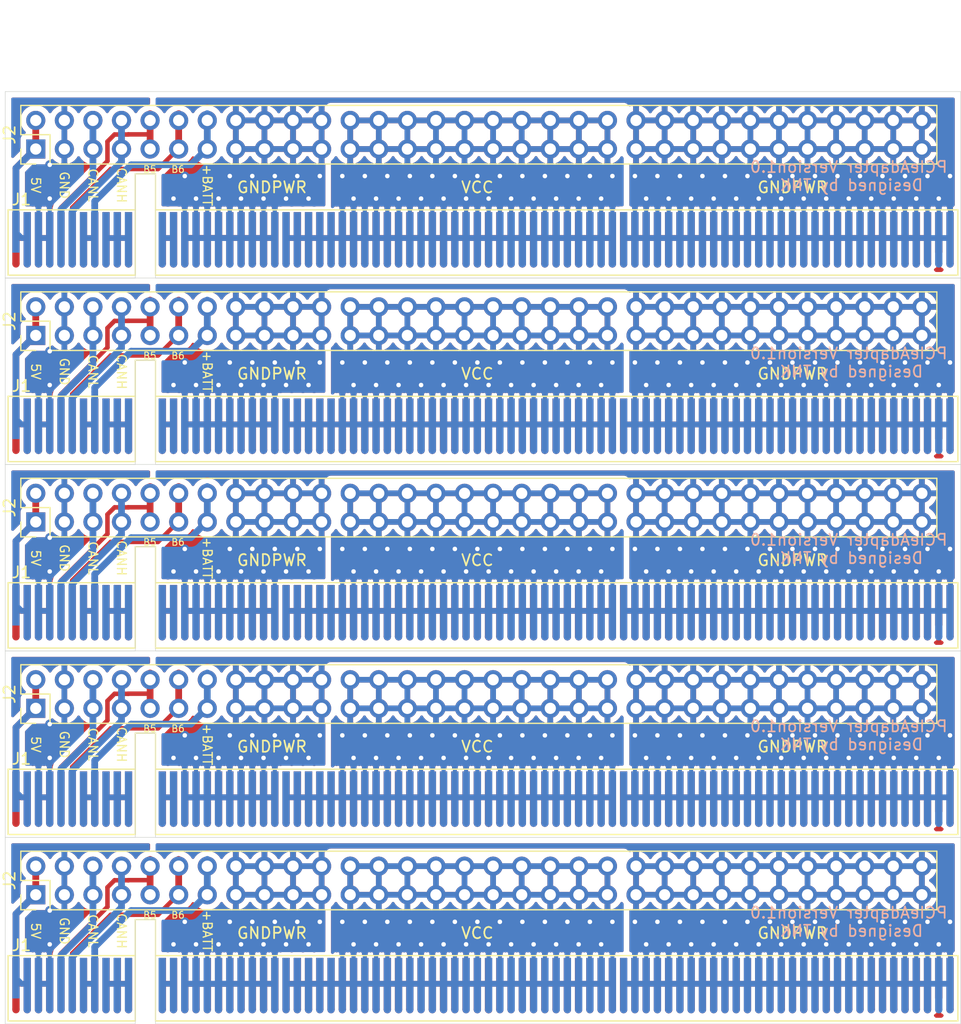
<source format=kicad_pcb>
(kicad_pcb (version 20171130) (host pcbnew "(5.1.5)-3")
  (layers (0 F.Cu signal) (31 B.Cu signal) (34 B.Paste user) (35 F.Paste user) (36 B.SilkS user) (37 F.SilkS user) (38 B.Mask user) (39 F.Mask user) (44 Edge.Cuts user))
  (net 0 "")
  (net 1 "Net-(J1-PadB5)")
  (net 2 "Net-(J1-PadB6)")
  (net 3 "Net-(J1-PadB7)")
  (net 4 "Net-(J1-PadA6)")
  (net 5 "Net-(J1-PadA7)")
  (net 6 GNDPWR)
  (net 7 VCC)
  (net 8 +5V)
  (net 9 Pin_B5)
  (net 10 Pin_B6)
  (net 11 +7.5V)
  (net 12 CANL)
  (net 13 CANH)
  (net 14 GND)
  (module PCIe:BUS_mechaken_PCIexpress_x16_164_Position (layer F.Cu) (at 110 78.8)
    (fp_text reference J1 (at 0.49 -2.92) (layer F.SilkS))
    (fp_text value Bus_mechaken_PCIexpress_x16_164_Position)
    (pad B10 connect rect (at 82 0) (size 0.65 3.6) (layers F.Cu F.Mask) (net 6 GNDPWR))
    (pad B10 connect circle (at 83 2.8) (size 0.65 0.65) (layers F.Cu F.Mask) (net 6 GNDPWR))
    (pad B10 connect circle (at 79 2.8) (size 0.65 0.65) (layers F.Cu F.Mask) (net 6 GNDPWR))
    (pad B10 connect rect (at 78 0.5) (size 0.65 4.6) (layers F.Cu F.Mask) (net 6 GNDPWR))
    (pad B10 connect rect (at 72 0.5) (size 0.65 4.6) (layers F.Cu F.Mask) (net 6 GNDPWR))
    (pad B10 connect circle (at 73 2.8) (size 0.65 0.65) (layers F.Cu F.Mask) (net 6 GNDPWR))
    (pad B10 connect rect (at 79 0.5) (size 0.65 4.6) (layers F.Cu F.Mask) (net 6 GNDPWR))
    (pad B10 connect rect (at 81 0.5) (size 0.65 4.6) (layers F.Cu F.Mask) (net 6 GNDPWR))
    (pad B10 connect rect (at 73 0.5) (size 0.65 4.6) (layers F.Cu F.Mask) (net 6 GNDPWR))
    (pad B10 connect rect (at 75 0.5) (size 0.65 4.6) (layers F.Cu F.Mask) (net 6 GNDPWR))
    (pad B10 connect circle (at 81 2.8) (size 0.65 0.65) (layers F.Cu F.Mask) (net 6 GNDPWR))
    (pad B10 connect circle (at 75 2.8) (size 0.65 0.65) (layers F.Cu F.Mask) (net 6 GNDPWR))
    (pad B10 connect circle (at 77 2.8) (size 0.65 0.65) (layers F.Cu F.Mask) (net 6 GNDPWR))
    (pad B10 connect circle (at 80 2.8) (size 0.65 0.65) (layers F.Cu F.Mask) (net 6 GNDPWR))
    (pad B10 connect rect (at 77 0.5) (size 0.65 4.6) (layers F.Cu F.Mask) (net 6 GNDPWR))
    (pad B10 connect circle (at 76 2.8) (size 0.65 0.65) (layers F.Cu F.Mask) (net 6 GNDPWR))
    (pad B10 connect rect (at 80 0.5) (size 0.65 4.6) (layers F.Cu F.Mask) (net 6 GNDPWR))
    (pad B10 connect circle (at 78 2.8) (size 0.65 0.65) (layers F.Cu F.Mask) (net 6 GNDPWR))
    (pad B10 connect rect (at 74 0.5) (size 0.65 4.6) (layers F.Cu F.Mask) (net 6 GNDPWR))
    (pad B10 connect rect (at 76 0.5) (size 0.65 4.6) (layers F.Cu F.Mask) (net 6 GNDPWR))
    (pad B10 connect rect (at 83 0.5) (size 0.65 4.6) (layers F.Cu F.Mask) (net 6 GNDPWR))
    (pad B10 connect circle (at 74 2.8) (size 0.65 0.65) (layers F.Cu F.Mask) (net 6 GNDPWR))
    (pad A10 connect oval (at 77 2.8 90) (size 0.65 0.65) (layers B.Cu B.Mask) (net 6 GNDPWR))
    (pad A10 connect oval (at 73 2.8 90) (size 0.65 0.65) (layers B.Cu B.Mask) (net 6 GNDPWR))
    (pad A10 connect oval (at 74 2.8 90) (size 0.65 0.65) (layers B.Cu B.Mask) (net 6 GNDPWR))
    (pad A10 connect oval (at 79 2.8 90) (size 0.65 0.65) (layers B.Cu B.Mask) (net 6 GNDPWR))
    (pad A10 connect oval (at 71 2.8 90) (size 0.65 0.65) (layers B.Cu B.Mask) (net 6 GNDPWR))
    (pad A10 connect rect (at 70 0.5) (size 0.65 4.6) (layers B.Cu B.Mask) (net 6 GNDPWR))
    (pad A10 connect rect (at 80 0.5) (size 0.65 4.6) (layers B.Cu B.Mask) (net 6 GNDPWR))
    (pad A10 connect rect (at 75 0.5) (size 0.65 4.6) (layers B.Cu B.Mask) (net 6 GNDPWR))
    (pad A10 connect rect (at 76 0.5) (size 0.65 4.6) (layers B.Cu B.Mask) (net 6 GNDPWR))
    (pad A10 connect oval (at 75 2.8 90) (size 0.65 0.65) (layers B.Cu B.Mask) (net 6 GNDPWR))
    (pad A10 connect oval (at 76 2.8 90) (size 0.65 0.65) (layers B.Cu B.Mask) (net 6 GNDPWR))
    (pad A10 connect rect (at 79 0.5) (size 0.65 4.6) (layers B.Cu B.Mask) (net 6 GNDPWR))
    (pad A10 connect oval (at 78 2.8 90) (size 0.65 0.65) (layers B.Cu B.Mask) (net 6 GNDPWR))
    (pad A10 connect rect (at 78 0.5) (size 0.65 4.6) (layers B.Cu B.Mask) (net 6 GNDPWR))
    (pad A10 connect rect (at 83 0.5) (size 0.65 4.6) (layers B.Cu B.Mask) (net 6 GNDPWR))
    (pad A10 connect rect (at 81 0.5) (size 0.65 4.6) (layers B.Cu B.Mask) (net 6 GNDPWR))
    (pad A10 connect oval (at 80 2.8 90) (size 0.65 0.65) (layers B.Cu B.Mask) (net 6 GNDPWR))
    (pad A10 connect rect (at 72 0.5) (size 0.65 4.6) (layers B.Cu B.Mask) (net 6 GNDPWR))
    (pad A10 connect oval (at 72 2.8 90) (size 0.65 0.65) (layers B.Cu B.Mask) (net 6 GNDPWR))
    (pad A10 connect oval (at 70 2.8 90) (size 0.65 0.65) (layers B.Cu B.Mask) (net 6 GNDPWR))
    (pad A10 connect rect (at 77 0.5) (size 0.65 4.6) (layers B.Cu B.Mask) (net 6 GNDPWR))
    (pad A10 connect oval (at 83 2.8 90) (size 0.65 0.65) (layers B.Cu B.Mask) (net 6 GNDPWR))
    (pad A10 connect oval (at 82 2.8 90) (size 0.65 0.65) (layers B.Cu B.Mask) (net 6 GNDPWR))
    (pad A10 connect rect (at 82 0.5) (size 0.65 4.6) (layers B.Cu B.Mask) (net 6 GNDPWR))
    (pad A10 connect oval (at 81 2.8 90) (size 0.65 0.65) (layers B.Cu B.Mask) (net 6 GNDPWR))
    (pad A10 connect rect (at 74 0.5) (size 0.65 4.6) (layers B.Cu B.Mask) (net 6 GNDPWR))
    (pad A9 connect rect (at 50 0.5) (size 0.65 4.6) (layers B.Cu B.Mask) (net 7 VCC))
    (pad A9 connect rect (at 53 0.5) (size 0.65 4.6) (layers B.Cu B.Mask) (net 7 VCC))
    (pad A9 connect rect (at 51 0.5) (size 0.65 4.6) (layers B.Cu B.Mask) (net 7 VCC))
    (pad A9 connect rect (at 52 0.5) (size 0.65 4.6) (layers B.Cu B.Mask) (net 7 VCC))
    (pad A10 connect rect (at 54 0.5) (size 0.65 4.6) (layers B.Cu B.Mask) (net 6 GNDPWR))
    (pad A10 connect rect (at 60 0.5) (size 0.65 4.6) (layers B.Cu B.Mask) (net 6 GNDPWR))
    (pad A10 connect oval (at 57 2.8 90) (size 0.65 0.65) (layers B.Cu B.Mask) (net 6 GNDPWR))
    (pad A9 connect oval (at 50 2.8 90) (size 0.65 0.65) (layers B.Cu B.Mask) (net 7 VCC))
    (pad A10 connect rect (at 61 0.5) (size 0.65 4.6) (layers B.Cu B.Mask) (net 6 GNDPWR))
    (pad A10 connect oval (at 54 2.8 90) (size 0.65 0.65) (layers B.Cu B.Mask) (net 6 GNDPWR))
    (pad A10 connect oval (at 58 2.8 90) (size 0.65 0.65) (layers B.Cu B.Mask) (net 6 GNDPWR))
    (pad A9 connect oval (at 51 2.8 90) (size 0.65 0.65) (layers B.Cu B.Mask) (net 7 VCC))
    (pad A9 connect oval (at 52 2.8 90) (size 0.65 0.65) (layers B.Cu B.Mask) (net 7 VCC))
    (pad A10 connect oval (at 61 2.8 90) (size 0.65 0.65) (layers B.Cu B.Mask) (net 6 GNDPWR))
    (pad A10 connect oval (at 55 2.8 90) (size 0.65 0.65) (layers B.Cu B.Mask) (net 6 GNDPWR))
    (pad A10 connect oval (at 60 2.8 90) (size 0.65 0.65) (layers B.Cu B.Mask) (net 6 GNDPWR))
    (pad A9 connect oval (at 53 2.8 90) (size 0.65 0.65) (layers B.Cu B.Mask) (net 7 VCC))
    (pad A10 connect rect (at 55 0.5) (size 0.65 4.6) (layers B.Cu B.Mask) (net 6 GNDPWR))
    (pad A10 connect rect (at 56 0.5) (size 0.65 4.6) (layers B.Cu B.Mask) (net 6 GNDPWR))
    (pad A10 connect oval (at 65 2.8 90) (size 0.65 0.65) (layers B.Cu B.Mask) (net 6 GNDPWR))
    (pad A10 connect rect (at 57 0.5) (size 0.65 4.6) (layers B.Cu B.Mask) (net 6 GNDPWR))
    (pad A10 connect rect (at 58 0.5) (size 0.65 4.6) (layers B.Cu B.Mask) (net 6 GNDPWR))
    (pad A10 connect oval (at 64 2.8 90) (size 0.65 0.65) (layers B.Cu B.Mask) (net 6 GNDPWR))
    (pad A10 connect oval (at 59 2.8 90) (size 0.65 0.65) (layers B.Cu B.Mask) (net 6 GNDPWR))
    (pad A10 connect oval (at 56 2.8 90) (size 0.65 0.65) (layers B.Cu B.Mask) (net 6 GNDPWR))
    (pad A10 connect rect (at 59 0.5) (size 0.65 4.6) (layers B.Cu B.Mask) (net 6 GNDPWR))
    (pad A10 connect rect (at 62 0.5) (size 0.65 4.6) (layers B.Cu B.Mask) (net 6 GNDPWR))
    (pad A10 connect oval (at 62 2.8 90) (size 0.65 0.65) (layers B.Cu B.Mask) (net 6 GNDPWR))
    (pad A10 connect oval (at 63 2.8 90) (size 0.65 0.65) (layers B.Cu B.Mask) (net 6 GNDPWR))
    (pad A10 connect rect (at 67 0.5) (size 0.65 4.6) (layers B.Cu B.Mask) (net 6 GNDPWR))
    (pad A10 connect oval (at 66 2.8 90) (size 0.65 0.65) (layers B.Cu B.Mask) (net 6 GNDPWR))
    (pad A10 connect oval (at 67 2.8 90) (size 0.65 0.65) (layers B.Cu B.Mask) (net 6 GNDPWR))
    (pad A10 connect oval (at 69 2.8 90) (size 0.65 0.65) (layers B.Cu B.Mask) (net 6 GNDPWR))
    (pad A10 connect rect (at 69 0.5) (size 0.65 4.6) (layers B.Cu B.Mask) (net 6 GNDPWR))
    (pad A10 connect rect (at 65 0.5) (size 0.65 4.6) (layers B.Cu B.Mask) (net 6 GNDPWR))
    (pad A10 connect oval (at 68 2.8 90) (size 0.65 0.65) (layers B.Cu B.Mask) (net 6 GNDPWR))
    (pad A10 connect rect (at 68 0.5) (size 0.65 4.6) (layers B.Cu B.Mask) (net 6 GNDPWR))
    (pad A10 connect rect (at 66 0.5) (size 0.65 4.6) (layers B.Cu B.Mask) (net 6 GNDPWR))
    (pad A10 connect rect (at 71 0.5) (size 0.65 4.6) (layers B.Cu B.Mask) (net 6 GNDPWR))
    (pad A10 connect rect (at 73 0.5) (size 0.65 4.6) (layers B.Cu B.Mask) (net 6 GNDPWR))
    (pad A10 connect rect (at 64 0.5) (size 0.65 4.6) (layers B.Cu B.Mask) (net 6 GNDPWR))
    (pad A10 connect rect (at 63 0.5) (size 0.65 4.6) (layers B.Cu B.Mask) (net 6 GNDPWR))
    (pad B1 connect rect (at 0 0.5) (size 0.65 4.6) (layers F.Cu F.Mask) (net 8 +5V))
    (pad B1 connect rect (at 1 0.5) (size 0.65 4.6) (layers F.Cu F.Mask) (net 8 +5V))
    (pad B2 connect rect (at 2 0.5) (size 0.65 4.6) (layers F.Cu F.Mask) (net 14 GND))
    (pad B2 connect rect (at 3 0.5) (size 0.65 4.6) (layers F.Cu F.Mask) (net 14 GND))
    (pad B3 connect rect (at 4 0.5) (size 0.65 4.6) (layers F.Cu F.Mask) (net 9 Pin_B5))
    (pad B4 connect rect (at 5 0.5) (size 0.65 4.6) (layers F.Cu F.Mask) (net 10 Pin_B6))
    (pad B5 connect rect (at 6 0.5) (size 0.65 4.6) (layers F.Cu F.Mask) (net 1 "Net-(J1-PadB5)"))
    (pad B5 connect rect (at 7 0.5) (size 0.65 4.6) (layers F.Cu F.Mask) (net 1 "Net-(J1-PadB5)"))
    (pad B6 connect rect (at 8 0.5) (size 0.65 4.6) (layers F.Cu F.Mask) (net 2 "Net-(J1-PadB6)"))
    (pad B6 connect rect (at 9 0.5) (size 0.65 4.6) (layers F.Cu F.Mask) (net 2 "Net-(J1-PadB6)"))
    (pad B6 connect rect (at 10 0.5) (size 0.65 4.6) (layers F.Cu F.Mask) (net 2 "Net-(J1-PadB6)"))
    (pad B8 connect rect (at 15 0.5) (size 0.65 4.6) (layers F.Cu F.Mask) (net 6 GNDPWR))
    (pad B8 connect rect (at 16 0.5) (size 0.65 4.6) (layers F.Cu F.Mask) (net 6 GNDPWR))
    (pad B8 connect rect (at 17 0.5) (size 0.65 4.6) (layers F.Cu F.Mask) (net 6 GNDPWR))
    (pad B8 connect rect (at 19 0.5) (size 0.65 4.6) (layers F.Cu F.Mask) (net 6 GNDPWR))
    (pad B7 connect rect (at 13 0.5) (size 0.65 4.6) (layers F.Cu F.Mask) (net 3 "Net-(J1-PadB7)"))
    (pad B7 connect rect (at 14 0.5) (size 0.65 4.6) (layers F.Cu F.Mask) (net 3 "Net-(J1-PadB7)"))
    (pad A1 connect rect (at 0 0) (size 0.65 3.6) (layers B.Cu B.Mask) (net 8 +5V))
    (pad A1 connect rect (at 1 0.5) (size 0.65 4.6) (layers B.Cu B.Mask) (net 8 +5V))
    (pad A2 connect rect (at 2 0.5) (size 0.65 4.6) (layers B.Cu B.Mask) (net 14 GND))
    (pad A2 connect rect (at 3 0.5) (size 0.65 4.6) (layers B.Cu B.Mask) (net 14 GND))
    (pad A3 connect rect (at 4 0.5) (size 0.65 4.6) (layers B.Cu B.Mask) (net 12 CANL))
    (pad A4 connect rect (at 5 0.5) (size 0.65 4.6) (layers B.Cu B.Mask) (net 13 CANH))
    (pad A5 connect rect (at 6 0.5) (size 0.65 4.6) (layers B.Cu B.Mask) (net 11 +7.5V))
    (pad A5 connect rect (at 7 0.5) (size 0.65 4.6) (layers B.Cu B.Mask) (net 11 +7.5V))
    (pad A6 connect rect (at 8 0.5) (size 0.65 4.6) (layers B.Cu B.Mask) (net 4 "Net-(J1-PadA6)"))
    (pad A6 connect rect (at 9 0.5) (size 0.65 4.6) (layers B.Cu B.Mask) (net 4 "Net-(J1-PadA6)"))
    (pad A6 connect rect (at 10 0.5) (size 0.65 4.6) (layers B.Cu B.Mask) (net 4 "Net-(J1-PadA6)"))
    (pad A8 connect rect (at 15 0.5) (size 0.65 4.6) (layers B.Cu B.Mask) (net 6 GNDPWR))
    (pad A8 connect rect (at 16 0.5) (size 0.65 4.6) (layers B.Cu B.Mask) (net 6 GNDPWR))
    (pad A8 connect rect (at 17 0.5) (size 0.65 4.6) (layers B.Cu B.Mask) (net 6 GNDPWR))
    (pad A8 connect rect (at 18 0.5) (size 0.65 4.6) (layers B.Cu B.Mask) (net 6 GNDPWR))
    (pad A8 connect rect (at 19 0.5) (size 0.65 4.6) (layers B.Cu B.Mask) (net 6 GNDPWR))
    (pad A7 connect rect (at 13 0.5) (size 0.65 4.6) (layers B.Cu B.Mask) (net 5 "Net-(J1-PadA7)"))
    (pad A7 connect rect (at 14 0.5) (size 0.65 4.6) (layers B.Cu B.Mask) (net 5 "Net-(J1-PadA7)"))
    (pad B2 connect circle (at 2 2.8) (size 0.65 0.65) (layers F.Cu F.Mask) (net 14 GND))
    (pad B2 connect circle (at 3 2.8) (size 0.65 0.65) (layers F.Cu F.Mask) (net 14 GND))
    (pad B3 connect circle (at 4 2.8) (size 0.65 0.65) (layers F.Cu F.Mask) (net 9 Pin_B5))
    (pad B4 connect circle (at 5 2.8) (size 0.65 0.65) (layers F.Cu F.Mask) (net 10 Pin_B6))
    (pad B5 connect circle (at 6 2.8) (size 0.65 0.65) (layers F.Cu F.Mask) (net 1 "Net-(J1-PadB5)"))
    (pad B5 connect circle (at 7 2.8) (size 0.65 0.65) (layers F.Cu F.Mask) (net 1 "Net-(J1-PadB5)"))
    (pad B6 connect circle (at 8 2.8) (size 0.65 0.65) (layers F.Cu F.Mask) (net 2 "Net-(J1-PadB6)"))
    (pad B6 connect circle (at 9 2.8) (size 0.65 0.65) (layers F.Cu F.Mask) (net 2 "Net-(J1-PadB6)"))
    (pad B6 connect circle (at 10 2.8) (size 0.65 0.65) (layers F.Cu F.Mask) (net 2 "Net-(J1-PadB6)"))
    (pad B1 connect circle (at 0 2.8) (size 0.65 0.65) (layers F.Cu F.Mask) (net 8 +5V))
    (pad B7 connect circle (at 13 2.8) (size 0.65 0.65) (layers F.Cu F.Mask) (net 3 "Net-(J1-PadB7)"))
    (pad B7 connect circle (at 14 2.8) (size 0.65 0.65) (layers F.Cu F.Mask) (net 3 "Net-(J1-PadB7)"))
    (pad B8 connect circle (at 15 2.8) (size 0.65 0.65) (layers F.Cu F.Mask) (net 6 GNDPWR))
    (pad B8 connect circle (at 16 2.8) (size 0.65 0.65) (layers F.Cu F.Mask) (net 6 GNDPWR))
    (pad B8 connect circle (at 17 2.8) (size 0.65 0.65) (layers F.Cu F.Mask) (net 6 GNDPWR))
    (pad B1 connect circle (at 1 2.8) (size 0.65 0.65) (layers F.Cu F.Mask) (net 8 +5V))
    (pad A2 connect oval (at 3 2.8 90) (size 0.65 0.65) (layers B.Cu B.Mask) (net 14 GND))
    (pad A3 connect oval (at 4 2.8 90) (size 0.65 0.65) (layers B.Cu B.Mask) (net 12 CANL))
    (pad A4 connect oval (at 5 2.8 90) (size 0.65 0.65) (layers B.Cu B.Mask) (net 13 CANH))
    (pad A5 connect oval (at 6 2.8 90) (size 0.65 0.65) (layers B.Cu B.Mask) (net 11 +7.5V))
    (pad A5 connect oval (at 7 2.8 90) (size 0.65 0.65) (layers B.Cu B.Mask) (net 11 +7.5V))
    (pad A6 connect oval (at 8 2.8 90) (size 0.65 0.65) (layers B.Cu B.Mask) (net 4 "Net-(J1-PadA6)"))
    (pad A6 connect oval (at 9 2.8 90) (size 0.65 0.65) (layers B.Cu B.Mask) (net 4 "Net-(J1-PadA6)"))
    (pad A8 connect oval (at 15 2.8 90) (size 0.65 0.65) (layers B.Cu B.Mask) (net 6 GNDPWR))
    (pad A8 connect oval (at 16 2.8 90) (size 0.65 0.65) (layers B.Cu B.Mask) (net 6 GNDPWR))
    (pad A2 connect oval (at 2 2.8 90) (size 0.65 0.65) (layers B.Cu B.Mask) (net 14 GND))
    (pad A7 connect oval (at 14 2.8 90) (size 0.65 0.65) (layers B.Cu B.Mask) (net 5 "Net-(J1-PadA7)"))
    (pad A8 connect oval (at 17 2.8 90) (size 0.65 0.65) (layers B.Cu B.Mask) (net 6 GNDPWR))
    (pad A6 connect oval (at 10 2.8 90) (size 0.65 0.65) (layers B.Cu B.Mask) (net 4 "Net-(J1-PadA6)"))
    (pad A7 connect oval (at 13 2.8 90) (size 0.65 0.65) (layers B.Cu B.Mask) (net 5 "Net-(J1-PadA7)"))
    (pad A8 connect oval (at 18 2.8 90) (size 0.65 0.65) (layers B.Cu B.Mask) (net 6 GNDPWR))
    (pad A8 connect oval (at 19 2.8 90) (size 0.65 0.65) (layers B.Cu B.Mask) (net 6 GNDPWR))
    (pad A1 connect oval (at 1 2.8 90) (size 0.65 0.65) (layers B.Cu B.Mask) (net 8 +5V))
    (pad B8 connect rect (at 18 0.5) (size 0.65 4.6) (layers F.Cu F.Mask) (net 6 GNDPWR))
    (pad B8 connect circle (at 18 2.8) (size 0.65 0.65) (layers F.Cu F.Mask) (net 6 GNDPWR))
    (pad A8 connect rect (at 22 0.5) (size 0.65 4.6) (layers B.Cu B.Mask) (net 6 GNDPWR))
    (pad A8 connect rect (at 21 0.5) (size 0.65 4.6) (layers B.Cu B.Mask) (net 6 GNDPWR))
    (pad B8 connect rect (at 23 0.5) (size 0.65 4.6) (layers F.Cu F.Mask) (net 6 GNDPWR))
    (pad B9 connect rect (at 25 0.5) (size 0.65 4.6) (layers F.Cu F.Mask) (net 7 VCC))
    (pad B9 connect circle (at 25 2.8) (size 0.65 0.65) (layers F.Cu F.Mask) (net 7 VCC))
    (pad B8 connect rect (at 22 0.5) (size 0.65 4.6) (layers F.Cu F.Mask) (net 6 GNDPWR))
    (pad B8 connect rect (at 20 0.5) (size 0.65 4.6) (layers F.Cu F.Mask) (net 6 GNDPWR))
    (pad A8 connect rect (at 23 0.5) (size 0.65 4.6) (layers B.Cu B.Mask) (net 6 GNDPWR))
    (pad A9 connect rect (at 24 0.5) (size 0.65 4.6) (layers B.Cu B.Mask) (net 7 VCC))
    (pad B8 connect rect (at 21 0.5) (size 0.65 4.6) (layers F.Cu F.Mask) (net 6 GNDPWR))
    (pad A8 connect rect (at 20 0.5) (size 0.65 4.6) (layers B.Cu B.Mask) (net 6 GNDPWR))
    (pad A8 connect oval (at 21 2.8 90) (size 0.65 0.65) (layers B.Cu B.Mask) (net 6 GNDPWR))
    (pad A8 connect oval (at 23 2.8 90) (size 0.65 0.65) (layers B.Cu B.Mask) (net 6 GNDPWR))
    (pad A8 connect oval (at 19 2.8 90) (size 0.65 0.65) (layers B.Cu B.Mask) (net 6 GNDPWR))
    (pad B8 connect circle (at 21 2.8) (size 0.65 0.65) (layers F.Cu F.Mask) (net 6 GNDPWR))
    (pad B8 connect circle (at 23 2.8) (size 0.65 0.65) (layers F.Cu F.Mask) (net 6 GNDPWR))
    (pad A9 connect oval (at 24 2.8 90) (size 0.65 0.65) (layers B.Cu B.Mask) (net 7 VCC))
    (pad B8 connect circle (at 20 2.8) (size 0.65 0.65) (layers F.Cu F.Mask) (net 6 GNDPWR))
    (pad A9 connect oval (at 25 2.8 90) (size 0.65 0.65) (layers B.Cu B.Mask) (net 7 VCC))
    (pad A8 connect oval (at 22 2.8 90) (size 0.65 0.65) (layers B.Cu B.Mask) (net 6 GNDPWR))
    (pad B8 connect circle (at 22 2.8) (size 0.65 0.65) (layers F.Cu F.Mask) (net 6 GNDPWR))
    (pad A8 connect oval (at 20 2.8 90) (size 0.65 0.65) (layers B.Cu B.Mask) (net 6 GNDPWR))
    (pad B8 connect circle (at 19 2.8) (size 0.65 0.65) (layers F.Cu F.Mask) (net 6 GNDPWR))
    (pad B9 connect circle (at 24 2.8) (size 0.65 0.65) (layers F.Cu F.Mask) (net 7 VCC))
    (pad B9 connect rect (at 24 0.5) (size 0.65 4.6) (layers F.Cu F.Mask) (net 7 VCC))
    (pad B9 connect rect (at 28 0.5) (size 0.65 4.6) (layers F.Cu F.Mask) (net 7 VCC))
    (pad B9 connect rect (at 29 0.5) (size 0.65 4.6) (layers F.Cu F.Mask) (net 7 VCC))
    (pad B9 connect rect (at 27 0.5) (size 0.65 4.6) (layers F.Cu F.Mask) (net 7 VCC))
    (pad B9 connect rect (at 26 0.5) (size 0.65 4.6) (layers F.Cu F.Mask) (net 7 VCC))
    (pad B9 connect circle (at 28 2.8) (size 0.65 0.65) (layers F.Cu F.Mask) (net 7 VCC))
    (pad A9 connect oval (at 29 2.8 90) (size 0.65 0.65) (layers B.Cu B.Mask) (net 7 VCC))
    (pad A9 connect oval (at 28 2.8 90) (size 0.65 0.65) (layers B.Cu B.Mask) (net 7 VCC))
    (pad A9 connect rect (at 25 0.5) (size 0.65 4.6) (layers B.Cu B.Mask) (net 7 VCC))
    (pad A9 connect rect (at 28 0.5) (size 0.65 4.6) (layers B.Cu B.Mask) (net 7 VCC))
    (pad A9 connect rect (at 26 0.5) (size 0.65 4.6) (layers B.Cu B.Mask) (net 7 VCC))
    (pad B9 connect circle (at 26 2.8) (size 0.65 0.65) (layers F.Cu F.Mask) (net 7 VCC))
    (pad A9 connect rect (at 27 0.5) (size 0.65 4.6) (layers B.Cu B.Mask) (net 7 VCC))
    (pad A9 connect oval (at 27 2.8 90) (size 0.65 0.65) (layers B.Cu B.Mask) (net 7 VCC))
    (pad B9 connect circle (at 27 2.8) (size 0.65 0.65) (layers F.Cu F.Mask) (net 7 VCC))
    (pad A9 connect oval (at 26 2.8 90) (size 0.65 0.65) (layers B.Cu B.Mask) (net 7 VCC))
    (pad B9 connect rect (at 31 0.5) (size 0.65 4.6) (layers F.Cu F.Mask) (net 7 VCC))
    (pad B9 connect rect (at 32 0.5) (size 0.65 4.6) (layers F.Cu F.Mask) (net 7 VCC))
    (pad B9 connect rect (at 30 0.5) (size 0.65 4.6) (layers F.Cu F.Mask) (net 7 VCC))
    (pad A9 connect rect (at 31 0.5) (size 0.65 4.6) (layers B.Cu B.Mask) (net 7 VCC))
    (pad A9 connect rect (at 33 0.5) (size 0.65 4.6) (layers B.Cu B.Mask) (net 7 VCC))
    (pad B9 connect rect (at 33 0.5) (size 0.65 4.6) (layers F.Cu F.Mask) (net 7 VCC))
    (pad A9 connect rect (at 29 0.5) (size 0.65 4.6) (layers B.Cu B.Mask) (net 7 VCC))
    (pad A9 connect rect (at 32 0.5) (size 0.65 4.6) (layers B.Cu B.Mask) (net 7 VCC))
    (pad A9 connect oval (at 32 2.8 90) (size 0.65 0.65) (layers B.Cu B.Mask) (net 7 VCC))
    (pad B9 connect circle (at 29 2.8) (size 0.65 0.65) (layers F.Cu F.Mask) (net 7 VCC))
    (pad B9 connect circle (at 30 2.8) (size 0.65 0.65) (layers F.Cu F.Mask) (net 7 VCC))
    (pad A9 connect oval (at 30 2.8 90) (size 0.65 0.65) (layers B.Cu B.Mask) (net 7 VCC))
    (pad A9 connect oval (at 33 2.8 90) (size 0.65 0.65) (layers B.Cu B.Mask) (net 7 VCC))
    (pad B9 connect circle (at 31 2.8) (size 0.65 0.65) (layers F.Cu F.Mask) (net 7 VCC))
    (pad A9 connect oval (at 31 2.8 90) (size 0.65 0.65) (layers B.Cu B.Mask) (net 7 VCC))
    (pad B9 connect circle (at 32 2.8) (size 0.65 0.65) (layers F.Cu F.Mask) (net 7 VCC))
    (pad A9 connect rect (at 30 0.5) (size 0.65 4.6) (layers B.Cu B.Mask) (net 7 VCC))
    (pad B9 connect rect (at 35 0.5) (size 0.65 4.6) (layers F.Cu F.Mask) (net 7 VCC))
    (pad B9 connect rect (at 36 0.5) (size 0.65 4.6) (layers F.Cu F.Mask) (net 7 VCC))
    (pad B9 connect rect (at 34 0.5) (size 0.65 4.6) (layers F.Cu F.Mask) (net 7 VCC))
    (pad A9 connect rect (at 35 0.5) (size 0.65 4.6) (layers B.Cu B.Mask) (net 7 VCC))
    (pad A9 connect rect (at 37 0.5) (size 0.65 4.6) (layers B.Cu B.Mask) (net 7 VCC))
    (pad A9 connect rect (at 36 0.5) (size 0.65 4.6) (layers B.Cu B.Mask) (net 7 VCC))
    (pad A9 connect oval (at 36 2.8 90) (size 0.65 0.65) (layers B.Cu B.Mask) (net 7 VCC))
    (pad B9 connect circle (at 33 2.8) (size 0.65 0.65) (layers F.Cu F.Mask) (net 7 VCC))
    (pad B9 connect circle (at 37 2.8) (size 0.65 0.65) (layers F.Cu F.Mask) (net 7 VCC))
    (pad B9 connect circle (at 34 2.8) (size 0.65 0.65) (layers F.Cu F.Mask) (net 7 VCC))
    (pad A9 connect oval (at 34 2.8 90) (size 0.65 0.65) (layers B.Cu B.Mask) (net 7 VCC))
    (pad A9 connect oval (at 37 2.8 90) (size 0.65 0.65) (layers B.Cu B.Mask) (net 7 VCC))
    (pad B9 connect circle (at 35 2.8) (size 0.65 0.65) (layers F.Cu F.Mask) (net 7 VCC))
    (pad A9 connect oval (at 35 2.8 90) (size 0.65 0.65) (layers B.Cu B.Mask) (net 7 VCC))
    (pad B9 connect circle (at 36 2.8) (size 0.65 0.65) (layers F.Cu F.Mask) (net 7 VCC))
    (pad A9 connect rect (at 34 0.5) (size 0.65 4.6) (layers B.Cu B.Mask) (net 7 VCC))
    (pad B9 connect rect (at 39 0.5) (size 0.65 4.6) (layers F.Cu F.Mask) (net 7 VCC))
    (pad B9 connect rect (at 40 0.5) (size 0.65 4.6) (layers F.Cu F.Mask) (net 7 VCC))
    (pad B9 connect rect (at 38 0.5) (size 0.65 4.6) (layers F.Cu F.Mask) (net 7 VCC))
    (pad A9 connect rect (at 39 0.5) (size 0.65 4.6) (layers B.Cu B.Mask) (net 7 VCC))
    (pad B9 connect rect (at 37 0.5) (size 0.65 4.6) (layers F.Cu F.Mask) (net 7 VCC))
    (pad A9 connect rect (at 40 0.5) (size 0.65 4.6) (layers B.Cu B.Mask) (net 7 VCC))
    (pad A9 connect oval (at 40 2.8 90) (size 0.65 0.65) (layers B.Cu B.Mask) (net 7 VCC))
    (pad B9 connect circle (at 41 2.8) (size 0.65 0.65) (layers F.Cu F.Mask) (net 7 VCC))
    (pad B9 connect circle (at 38 2.8) (size 0.65 0.65) (layers F.Cu F.Mask) (net 7 VCC))
    (pad A9 connect oval (at 38 2.8 90) (size 0.65 0.65) (layers B.Cu B.Mask) (net 7 VCC))
    (pad A9 connect oval (at 41 2.8 90) (size 0.65 0.65) (layers B.Cu B.Mask) (net 7 VCC))
    (pad B9 connect circle (at 39 2.8 90) (size 0.65 0.65) (layers F.Cu F.Mask) (net 7 VCC))
    (pad A9 connect oval (at 39 2.8 90) (size 0.65 0.65) (layers B.Cu B.Mask) (net 7 VCC))
    (pad B9 connect circle (at 40 2.8) (size 0.65 0.65) (layers F.Cu F.Mask) (net 7 VCC))
    (pad A9 connect rect (at 38 0.5) (size 0.65 4.6) (layers B.Cu B.Mask) (net 7 VCC))
    (pad B9 connect rect (at 42 0.5) (size 0.65 4.6) (layers F.Cu F.Mask) (net 7 VCC))
    (pad A9 connect rect (at 43 0.5) (size 0.65 4.6) (layers B.Cu B.Mask) (net 7 VCC))
    (pad A9 connect rect (at 45 0.5) (size 0.65 4.6) (layers B.Cu B.Mask) (net 7 VCC))
    (pad B9 connect rect (at 41 0.5) (size 0.65 4.6) (layers F.Cu F.Mask) (net 7 VCC))
    (pad A9 connect rect (at 41 0.5) (size 0.65 4.6) (layers B.Cu B.Mask) (net 7 VCC))
    (pad A9 connect rect (at 44 0.5) (size 0.65 4.6) (layers B.Cu B.Mask) (net 7 VCC))
    (pad A9 connect oval (at 44 2.8 90) (size 0.65 0.65) (layers B.Cu B.Mask) (net 7 VCC))
    (pad B9 connect circle (at 42 2.8) (size 0.65 0.65) (layers F.Cu F.Mask) (net 7 VCC))
    (pad A9 connect oval (at 42 2.8 90) (size 0.65 0.65) (layers B.Cu B.Mask) (net 7 VCC))
    (pad A9 connect oval (at 45 2.8 90) (size 0.65 0.65) (layers B.Cu B.Mask) (net 7 VCC))
    (pad A9 connect oval (at 43 2.8 90) (size 0.65 0.65) (layers B.Cu B.Mask) (net 7 VCC))
    (pad A9 connect rect (at 42 0.5) (size 0.65 4.6) (layers B.Cu B.Mask) (net 7 VCC))
    (pad A9 connect rect (at 47 0.5) (size 0.65 4.6) (layers B.Cu B.Mask) (net 7 VCC))
    (pad A9 connect rect (at 49 0.5) (size 0.65 4.6) (layers B.Cu B.Mask) (net 7 VCC))
    (pad A9 connect rect (at 48 0.5) (size 0.65 4.6) (layers B.Cu B.Mask) (net 7 VCC))
    (pad A9 connect oval (at 48 2.8 90) (size 0.65 0.65) (layers B.Cu B.Mask) (net 7 VCC))
    (pad A9 connect oval (at 46 2.8 90) (size 0.65 0.65) (layers B.Cu B.Mask) (net 7 VCC))
    (pad A9 connect oval (at 49 2.8 90) (size 0.65 0.65) (layers B.Cu B.Mask) (net 7 VCC))
    (pad A9 connect oval (at 47 2.8 90) (size 0.65 0.65) (layers B.Cu B.Mask) (net 7 VCC))
    (pad A9 connect rect (at 46 0.5) (size 0.65 4.6) (layers B.Cu B.Mask) (net 7 VCC))
    (pad B9 connect rect (at 44 0.5) (size 0.65 4.6) (layers F.Cu F.Mask) (net 7 VCC))
    (pad B9 connect rect (at 48 0.5) (size 0.65 4.6) (layers F.Cu F.Mask) (net 7 VCC))
    (pad B9 connect rect (at 45 0.5) (size 0.65 4.6) (layers F.Cu F.Mask) (net 7 VCC))
    (pad B9 connect rect (at 43 0.5) (size 0.65 4.6) (layers F.Cu F.Mask) (net 7 VCC))
    (pad B9 connect rect (at 46 0.5) (size 0.65 4.6) (layers F.Cu F.Mask) (net 7 VCC))
    (pad B9 connect rect (at 50 0.5) (size 0.65 4.6) (layers F.Cu F.Mask) (net 7 VCC))
    (pad B9 connect circle (at 53 2.8) (size 0.65 0.65) (layers F.Cu F.Mask) (net 7 VCC))
    (pad B9 connect rect (at 53 0.5) (size 0.65 4.6) (layers F.Cu F.Mask) (net 7 VCC))
    (pad B9 connect rect (at 47 0.5) (size 0.65 4.6) (layers F.Cu F.Mask) (net 7 VCC))
    (pad B10 connect rect (at 57 0.5) (size 0.65 4.6) (layers F.Cu F.Mask) (net 6 GNDPWR))
    (pad B9 connect circle (at 47 2.8) (size 0.65 0.65) (layers F.Cu F.Mask) (net 7 VCC))
    (pad B9 connect circle (at 46 2.8) (size 0.65 0.65) (layers F.Cu F.Mask) (net 7 VCC))
    (pad B10 connect rect (at 54 0.5) (size 0.65 4.6) (layers F.Cu F.Mask) (net 6 GNDPWR))
    (pad B10 connect circle (at 54 2.8) (size 0.65 0.65) (layers F.Cu F.Mask) (net 6 GNDPWR))
    (pad B9 connect rect (at 49 0.5) (size 0.65 4.6) (layers F.Cu F.Mask) (net 7 VCC))
    (pad B9 connect circle (at 50 2.8) (size 0.65 0.65) (layers F.Cu F.Mask) (net 7 VCC))
    (pad B9 connect circle (at 52 2.8) (size 0.65 0.65) (layers F.Cu F.Mask) (net 7 VCC))
    (pad B10 connect rect (at 56 0.5) (size 0.65 4.6) (layers F.Cu F.Mask) (net 6 GNDPWR))
    (pad B9 connect circle (at 48 2.8) (size 0.65 0.65) (layers F.Cu F.Mask) (net 7 VCC))
    (pad B9 connect circle (at 44 2.8) (size 0.65 0.65) (layers F.Cu F.Mask) (net 7 VCC))
    (pad B10 connect rect (at 55 0.5) (size 0.65 4.6) (layers F.Cu F.Mask) (net 6 GNDPWR))
    (pad B9 connect rect (at 52 0.5) (size 0.65 4.6) (layers F.Cu F.Mask) (net 7 VCC))
    (pad B9 connect circle (at 45 2.8) (size 0.65 0.65) (layers F.Cu F.Mask) (net 7 VCC))
    (pad B9 connect circle (at 42 2.8) (size 0.65 0.65) (layers F.Cu F.Mask) (net 7 VCC))
    (pad B9 connect circle (at 43 2.8) (size 0.65 0.65) (layers F.Cu F.Mask) (net 7 VCC))
    (pad B9 connect circle (at 49 2.8) (size 0.65 0.65) (layers F.Cu F.Mask) (net 7 VCC))
    (pad B10 connect rect (at 58 0.5) (size 0.65 4.6) (layers F.Cu F.Mask) (net 6 GNDPWR))
    (pad B10 connect circle (at 58 2.8) (size 0.65 0.65) (layers F.Cu F.Mask) (net 6 GNDPWR))
    (pad B9 connect rect (at 51 0.5) (size 0.65 4.6) (layers F.Cu F.Mask) (net 7 VCC))
    (pad B9 connect circle (at 51 2.8) (size 0.65 0.65) (layers F.Cu F.Mask) (net 7 VCC))
    (pad B10 connect rect (at 65 0.5) (size 0.65 4.6) (layers F.Cu F.Mask) (net 6 GNDPWR))
    (pad B10 connect circle (at 65 2.8) (size 0.65 0.65) (layers F.Cu F.Mask) (net 6 GNDPWR))
    (pad B10 connect rect (at 66 0.5) (size 0.65 4.6) (layers F.Cu F.Mask) (net 6 GNDPWR))
    (pad B10 connect circle (at 61 2.8) (size 0.65 0.65) (layers F.Cu F.Mask) (net 6 GNDPWR))
    (pad B10 connect circle (at 56 2.8) (size 0.65 0.65) (layers F.Cu F.Mask) (net 6 GNDPWR))
    (pad B10 connect rect (at 59 0.5) (size 0.65 4.6) (layers F.Cu F.Mask) (net 6 GNDPWR))
    (pad B10 connect rect (at 63 0.5) (size 0.65 4.6) (layers F.Cu F.Mask) (net 6 GNDPWR))
    (pad B10 connect circle (at 63 2.8) (size 0.65 0.65) (layers F.Cu F.Mask) (net 6 GNDPWR))
    (pad B10 connect circle (at 68 2.8) (size 0.65 0.65) (layers F.Cu F.Mask) (net 6 GNDPWR))
    (pad B10 connect circle (at 57 2.8) (size 0.65 0.65) (layers F.Cu F.Mask) (net 6 GNDPWR))
    (pad B10 connect circle (at 55 2.8) (size 0.65 0.65) (layers F.Cu F.Mask) (net 6 GNDPWR))
    (pad B10 connect circle (at 58 2.8) (size 0.65 0.65) (layers F.Cu F.Mask) (net 6 GNDPWR))
    (pad B10 connect rect (at 67 0.5) (size 0.65 4.6) (layers F.Cu F.Mask) (net 6 GNDPWR))
    (pad B10 connect circle (at 67 2.8) (size 0.65 0.65) (layers F.Cu F.Mask) (net 6 GNDPWR))
    (pad B10 connect rect (at 61 0.5) (size 0.65 4.6) (layers F.Cu F.Mask) (net 6 GNDPWR))
    (pad B10 connect rect (at 62 0.5) (size 0.65 4.6) (layers F.Cu F.Mask) (net 6 GNDPWR))
    (pad B10 connect rect (at 60 0.5) (size 0.65 4.6) (layers F.Cu F.Mask) (net 6 GNDPWR))
    (pad B10 connect circle (at 60 2.8) (size 0.65 0.65) (layers F.Cu F.Mask) (net 6 GNDPWR))
    (pad B10 connect circle (at 64 2.8) (size 0.65 0.65) (layers F.Cu F.Mask) (net 6 GNDPWR))
    (pad B10 connect rect (at 68 0.5) (size 0.65 4.6) (layers F.Cu F.Mask) (net 6 GNDPWR))
    (pad B10 connect circle (at 59 2.8) (size 0.65 0.65) (layers F.Cu F.Mask) (net 6 GNDPWR))
    (pad B10 connect rect (at 69 0.5) (size 0.65 4.6) (layers F.Cu F.Mask) (net 6 GNDPWR))
    (pad B10 connect circle (at 70 2.8) (size 0.65 0.65) (layers F.Cu F.Mask) (net 6 GNDPWR))
    (pad B10 connect circle (at 69 2.8) (size 0.65 0.65) (layers F.Cu F.Mask) (net 6 GNDPWR))
    (pad B10 connect circle (at 66 2.8) (size 0.65 0.65) (layers F.Cu F.Mask) (net 6 GNDPWR))
    (pad B10 connect rect (at 64 0.5) (size 0.65 4.6) (layers F.Cu F.Mask) (net 6 GNDPWR))
    (pad B10 connect circle (at 62 2.8) (size 0.65 0.65) (layers F.Cu F.Mask) (net 6 GNDPWR))
    (pad B10 connect rect (at 71 0.5) (size 0.65 4.6) (layers F.Cu F.Mask) (net 6 GNDPWR))
    (pad B10 connect rect (at 70 0.5) (size 0.65 4.6) (layers F.Cu F.Mask) (net 6 GNDPWR))
    (pad B10 connect circle (at 71 2.8) (size 0.65 0.65) (layers F.Cu F.Mask) (net 6 GNDPWR))
    (pad B10 connect circle (at 72 2.8) (size 0.65 0.65) (layers F.Cu F.Mask) (net 6 GNDPWR))
  )
  (module PCIe:BUS_mechaken_PCIexpress_x16_164_Position (layer F.Cu) (at 110 95.35)
    (fp_text reference J1 (at 0.49 -2.92) (layer F.SilkS))
    (fp_text value Bus_mechaken_PCIexpress_x16_164_Position)
    (pad B10 connect rect (at 82 0) (size 0.65 3.6) (layers F.Cu F.Mask) (net 6 GNDPWR))
    (pad B10 connect circle (at 83 2.8) (size 0.65 0.65) (layers F.Cu F.Mask) (net 6 GNDPWR))
    (pad B10 connect circle (at 79 2.8) (size 0.65 0.65) (layers F.Cu F.Mask) (net 6 GNDPWR))
    (pad B10 connect rect (at 78 0.5) (size 0.65 4.6) (layers F.Cu F.Mask) (net 6 GNDPWR))
    (pad B10 connect rect (at 72 0.5) (size 0.65 4.6) (layers F.Cu F.Mask) (net 6 GNDPWR))
    (pad B10 connect circle (at 73 2.8) (size 0.65 0.65) (layers F.Cu F.Mask) (net 6 GNDPWR))
    (pad B10 connect rect (at 79 0.5) (size 0.65 4.6) (layers F.Cu F.Mask) (net 6 GNDPWR))
    (pad B10 connect rect (at 81 0.5) (size 0.65 4.6) (layers F.Cu F.Mask) (net 6 GNDPWR))
    (pad B10 connect rect (at 73 0.5) (size 0.65 4.6) (layers F.Cu F.Mask) (net 6 GNDPWR))
    (pad B10 connect rect (at 75 0.5) (size 0.65 4.6) (layers F.Cu F.Mask) (net 6 GNDPWR))
    (pad B10 connect circle (at 81 2.8) (size 0.65 0.65) (layers F.Cu F.Mask) (net 6 GNDPWR))
    (pad B10 connect circle (at 75 2.8) (size 0.65 0.65) (layers F.Cu F.Mask) (net 6 GNDPWR))
    (pad B10 connect circle (at 77 2.8) (size 0.65 0.65) (layers F.Cu F.Mask) (net 6 GNDPWR))
    (pad B10 connect circle (at 80 2.8) (size 0.65 0.65) (layers F.Cu F.Mask) (net 6 GNDPWR))
    (pad B10 connect rect (at 77 0.5) (size 0.65 4.6) (layers F.Cu F.Mask) (net 6 GNDPWR))
    (pad B10 connect circle (at 76 2.8) (size 0.65 0.65) (layers F.Cu F.Mask) (net 6 GNDPWR))
    (pad B10 connect rect (at 80 0.5) (size 0.65 4.6) (layers F.Cu F.Mask) (net 6 GNDPWR))
    (pad B10 connect circle (at 78 2.8) (size 0.65 0.65) (layers F.Cu F.Mask) (net 6 GNDPWR))
    (pad B10 connect rect (at 74 0.5) (size 0.65 4.6) (layers F.Cu F.Mask) (net 6 GNDPWR))
    (pad B10 connect rect (at 76 0.5) (size 0.65 4.6) (layers F.Cu F.Mask) (net 6 GNDPWR))
    (pad B10 connect rect (at 83 0.5) (size 0.65 4.6) (layers F.Cu F.Mask) (net 6 GNDPWR))
    (pad B10 connect circle (at 74 2.8) (size 0.65 0.65) (layers F.Cu F.Mask) (net 6 GNDPWR))
    (pad A10 connect oval (at 77 2.8 90) (size 0.65 0.65) (layers B.Cu B.Mask) (net 6 GNDPWR))
    (pad A10 connect oval (at 73 2.8 90) (size 0.65 0.65) (layers B.Cu B.Mask) (net 6 GNDPWR))
    (pad A10 connect oval (at 74 2.8 90) (size 0.65 0.65) (layers B.Cu B.Mask) (net 6 GNDPWR))
    (pad A10 connect oval (at 79 2.8 90) (size 0.65 0.65) (layers B.Cu B.Mask) (net 6 GNDPWR))
    (pad A10 connect oval (at 71 2.8 90) (size 0.65 0.65) (layers B.Cu B.Mask) (net 6 GNDPWR))
    (pad A10 connect rect (at 70 0.5) (size 0.65 4.6) (layers B.Cu B.Mask) (net 6 GNDPWR))
    (pad A10 connect rect (at 80 0.5) (size 0.65 4.6) (layers B.Cu B.Mask) (net 6 GNDPWR))
    (pad A10 connect rect (at 75 0.5) (size 0.65 4.6) (layers B.Cu B.Mask) (net 6 GNDPWR))
    (pad A10 connect rect (at 76 0.5) (size 0.65 4.6) (layers B.Cu B.Mask) (net 6 GNDPWR))
    (pad A10 connect oval (at 75 2.8 90) (size 0.65 0.65) (layers B.Cu B.Mask) (net 6 GNDPWR))
    (pad A10 connect oval (at 76 2.8 90) (size 0.65 0.65) (layers B.Cu B.Mask) (net 6 GNDPWR))
    (pad A10 connect rect (at 79 0.5) (size 0.65 4.6) (layers B.Cu B.Mask) (net 6 GNDPWR))
    (pad A10 connect oval (at 78 2.8 90) (size 0.65 0.65) (layers B.Cu B.Mask) (net 6 GNDPWR))
    (pad A10 connect rect (at 78 0.5) (size 0.65 4.6) (layers B.Cu B.Mask) (net 6 GNDPWR))
    (pad A10 connect rect (at 83 0.5) (size 0.65 4.6) (layers B.Cu B.Mask) (net 6 GNDPWR))
    (pad A10 connect rect (at 81 0.5) (size 0.65 4.6) (layers B.Cu B.Mask) (net 6 GNDPWR))
    (pad A10 connect oval (at 80 2.8 90) (size 0.65 0.65) (layers B.Cu B.Mask) (net 6 GNDPWR))
    (pad A10 connect rect (at 72 0.5) (size 0.65 4.6) (layers B.Cu B.Mask) (net 6 GNDPWR))
    (pad A10 connect oval (at 72 2.8 90) (size 0.65 0.65) (layers B.Cu B.Mask) (net 6 GNDPWR))
    (pad A10 connect oval (at 70 2.8 90) (size 0.65 0.65) (layers B.Cu B.Mask) (net 6 GNDPWR))
    (pad A10 connect rect (at 77 0.5) (size 0.65 4.6) (layers B.Cu B.Mask) (net 6 GNDPWR))
    (pad A10 connect oval (at 83 2.8 90) (size 0.65 0.65) (layers B.Cu B.Mask) (net 6 GNDPWR))
    (pad A10 connect oval (at 82 2.8 90) (size 0.65 0.65) (layers B.Cu B.Mask) (net 6 GNDPWR))
    (pad A10 connect rect (at 82 0.5) (size 0.65 4.6) (layers B.Cu B.Mask) (net 6 GNDPWR))
    (pad A10 connect oval (at 81 2.8 90) (size 0.65 0.65) (layers B.Cu B.Mask) (net 6 GNDPWR))
    (pad A10 connect rect (at 74 0.5) (size 0.65 4.6) (layers B.Cu B.Mask) (net 6 GNDPWR))
    (pad A9 connect rect (at 50 0.5) (size 0.65 4.6) (layers B.Cu B.Mask) (net 7 VCC))
    (pad A9 connect rect (at 53 0.5) (size 0.65 4.6) (layers B.Cu B.Mask) (net 7 VCC))
    (pad A9 connect rect (at 51 0.5) (size 0.65 4.6) (layers B.Cu B.Mask) (net 7 VCC))
    (pad A9 connect rect (at 52 0.5) (size 0.65 4.6) (layers B.Cu B.Mask) (net 7 VCC))
    (pad A10 connect rect (at 54 0.5) (size 0.65 4.6) (layers B.Cu B.Mask) (net 6 GNDPWR))
    (pad A10 connect rect (at 60 0.5) (size 0.65 4.6) (layers B.Cu B.Mask) (net 6 GNDPWR))
    (pad A10 connect oval (at 57 2.8 90) (size 0.65 0.65) (layers B.Cu B.Mask) (net 6 GNDPWR))
    (pad A9 connect oval (at 50 2.8 90) (size 0.65 0.65) (layers B.Cu B.Mask) (net 7 VCC))
    (pad A10 connect rect (at 61 0.5) (size 0.65 4.6) (layers B.Cu B.Mask) (net 6 GNDPWR))
    (pad A10 connect oval (at 54 2.8 90) (size 0.65 0.65) (layers B.Cu B.Mask) (net 6 GNDPWR))
    (pad A10 connect oval (at 58 2.8 90) (size 0.65 0.65) (layers B.Cu B.Mask) (net 6 GNDPWR))
    (pad A9 connect oval (at 51 2.8 90) (size 0.65 0.65) (layers B.Cu B.Mask) (net 7 VCC))
    (pad A9 connect oval (at 52 2.8 90) (size 0.65 0.65) (layers B.Cu B.Mask) (net 7 VCC))
    (pad A10 connect oval (at 61 2.8 90) (size 0.65 0.65) (layers B.Cu B.Mask) (net 6 GNDPWR))
    (pad A10 connect oval (at 55 2.8 90) (size 0.65 0.65) (layers B.Cu B.Mask) (net 6 GNDPWR))
    (pad A10 connect oval (at 60 2.8 90) (size 0.65 0.65) (layers B.Cu B.Mask) (net 6 GNDPWR))
    (pad A9 connect oval (at 53 2.8 90) (size 0.65 0.65) (layers B.Cu B.Mask) (net 7 VCC))
    (pad A10 connect rect (at 55 0.5) (size 0.65 4.6) (layers B.Cu B.Mask) (net 6 GNDPWR))
    (pad A10 connect rect (at 56 0.5) (size 0.65 4.6) (layers B.Cu B.Mask) (net 6 GNDPWR))
    (pad A10 connect oval (at 65 2.8 90) (size 0.65 0.65) (layers B.Cu B.Mask) (net 6 GNDPWR))
    (pad A10 connect rect (at 57 0.5) (size 0.65 4.6) (layers B.Cu B.Mask) (net 6 GNDPWR))
    (pad A10 connect rect (at 58 0.5) (size 0.65 4.6) (layers B.Cu B.Mask) (net 6 GNDPWR))
    (pad A10 connect oval (at 64 2.8 90) (size 0.65 0.65) (layers B.Cu B.Mask) (net 6 GNDPWR))
    (pad A10 connect oval (at 59 2.8 90) (size 0.65 0.65) (layers B.Cu B.Mask) (net 6 GNDPWR))
    (pad A10 connect oval (at 56 2.8 90) (size 0.65 0.65) (layers B.Cu B.Mask) (net 6 GNDPWR))
    (pad A10 connect rect (at 59 0.5) (size 0.65 4.6) (layers B.Cu B.Mask) (net 6 GNDPWR))
    (pad A10 connect rect (at 62 0.5) (size 0.65 4.6) (layers B.Cu B.Mask) (net 6 GNDPWR))
    (pad A10 connect oval (at 62 2.8 90) (size 0.65 0.65) (layers B.Cu B.Mask) (net 6 GNDPWR))
    (pad A10 connect oval (at 63 2.8 90) (size 0.65 0.65) (layers B.Cu B.Mask) (net 6 GNDPWR))
    (pad A10 connect rect (at 67 0.5) (size 0.65 4.6) (layers B.Cu B.Mask) (net 6 GNDPWR))
    (pad A10 connect oval (at 66 2.8 90) (size 0.65 0.65) (layers B.Cu B.Mask) (net 6 GNDPWR))
    (pad A10 connect oval (at 67 2.8 90) (size 0.65 0.65) (layers B.Cu B.Mask) (net 6 GNDPWR))
    (pad A10 connect oval (at 69 2.8 90) (size 0.65 0.65) (layers B.Cu B.Mask) (net 6 GNDPWR))
    (pad A10 connect rect (at 69 0.5) (size 0.65 4.6) (layers B.Cu B.Mask) (net 6 GNDPWR))
    (pad A10 connect rect (at 65 0.5) (size 0.65 4.6) (layers B.Cu B.Mask) (net 6 GNDPWR))
    (pad A10 connect oval (at 68 2.8 90) (size 0.65 0.65) (layers B.Cu B.Mask) (net 6 GNDPWR))
    (pad A10 connect rect (at 68 0.5) (size 0.65 4.6) (layers B.Cu B.Mask) (net 6 GNDPWR))
    (pad A10 connect rect (at 66 0.5) (size 0.65 4.6) (layers B.Cu B.Mask) (net 6 GNDPWR))
    (pad A10 connect rect (at 71 0.5) (size 0.65 4.6) (layers B.Cu B.Mask) (net 6 GNDPWR))
    (pad A10 connect rect (at 73 0.5) (size 0.65 4.6) (layers B.Cu B.Mask) (net 6 GNDPWR))
    (pad A10 connect rect (at 64 0.5) (size 0.65 4.6) (layers B.Cu B.Mask) (net 6 GNDPWR))
    (pad A10 connect rect (at 63 0.5) (size 0.65 4.6) (layers B.Cu B.Mask) (net 6 GNDPWR))
    (pad B1 connect rect (at 0 0.5) (size 0.65 4.6) (layers F.Cu F.Mask) (net 8 +5V))
    (pad B1 connect rect (at 1 0.5) (size 0.65 4.6) (layers F.Cu F.Mask) (net 8 +5V))
    (pad B2 connect rect (at 2 0.5) (size 0.65 4.6) (layers F.Cu F.Mask) (net 14 GND))
    (pad B2 connect rect (at 3 0.5) (size 0.65 4.6) (layers F.Cu F.Mask) (net 14 GND))
    (pad B3 connect rect (at 4 0.5) (size 0.65 4.6) (layers F.Cu F.Mask) (net 9 Pin_B5))
    (pad B4 connect rect (at 5 0.5) (size 0.65 4.6) (layers F.Cu F.Mask) (net 10 Pin_B6))
    (pad B5 connect rect (at 6 0.5) (size 0.65 4.6) (layers F.Cu F.Mask) (net 1 "Net-(J1-PadB5)"))
    (pad B5 connect rect (at 7 0.5) (size 0.65 4.6) (layers F.Cu F.Mask) (net 1 "Net-(J1-PadB5)"))
    (pad B6 connect rect (at 8 0.5) (size 0.65 4.6) (layers F.Cu F.Mask) (net 2 "Net-(J1-PadB6)"))
    (pad B6 connect rect (at 9 0.5) (size 0.65 4.6) (layers F.Cu F.Mask) (net 2 "Net-(J1-PadB6)"))
    (pad B6 connect rect (at 10 0.5) (size 0.65 4.6) (layers F.Cu F.Mask) (net 2 "Net-(J1-PadB6)"))
    (pad B8 connect rect (at 15 0.5) (size 0.65 4.6) (layers F.Cu F.Mask) (net 6 GNDPWR))
    (pad B8 connect rect (at 16 0.5) (size 0.65 4.6) (layers F.Cu F.Mask) (net 6 GNDPWR))
    (pad B8 connect rect (at 17 0.5) (size 0.65 4.6) (layers F.Cu F.Mask) (net 6 GNDPWR))
    (pad B8 connect rect (at 19 0.5) (size 0.65 4.6) (layers F.Cu F.Mask) (net 6 GNDPWR))
    (pad B7 connect rect (at 13 0.5) (size 0.65 4.6) (layers F.Cu F.Mask) (net 3 "Net-(J1-PadB7)"))
    (pad B7 connect rect (at 14 0.5) (size 0.65 4.6) (layers F.Cu F.Mask) (net 3 "Net-(J1-PadB7)"))
    (pad A1 connect rect (at 0 0) (size 0.65 3.6) (layers B.Cu B.Mask) (net 8 +5V))
    (pad A1 connect rect (at 1 0.5) (size 0.65 4.6) (layers B.Cu B.Mask) (net 8 +5V))
    (pad A2 connect rect (at 2 0.5) (size 0.65 4.6) (layers B.Cu B.Mask) (net 14 GND))
    (pad A2 connect rect (at 3 0.5) (size 0.65 4.6) (layers B.Cu B.Mask) (net 14 GND))
    (pad A3 connect rect (at 4 0.5) (size 0.65 4.6) (layers B.Cu B.Mask) (net 12 CANL))
    (pad A4 connect rect (at 5 0.5) (size 0.65 4.6) (layers B.Cu B.Mask) (net 13 CANH))
    (pad A5 connect rect (at 6 0.5) (size 0.65 4.6) (layers B.Cu B.Mask) (net 11 +7.5V))
    (pad A5 connect rect (at 7 0.5) (size 0.65 4.6) (layers B.Cu B.Mask) (net 11 +7.5V))
    (pad A6 connect rect (at 8 0.5) (size 0.65 4.6) (layers B.Cu B.Mask) (net 4 "Net-(J1-PadA6)"))
    (pad A6 connect rect (at 9 0.5) (size 0.65 4.6) (layers B.Cu B.Mask) (net 4 "Net-(J1-PadA6)"))
    (pad A6 connect rect (at 10 0.5) (size 0.65 4.6) (layers B.Cu B.Mask) (net 4 "Net-(J1-PadA6)"))
    (pad A8 connect rect (at 15 0.5) (size 0.65 4.6) (layers B.Cu B.Mask) (net 6 GNDPWR))
    (pad A8 connect rect (at 16 0.5) (size 0.65 4.6) (layers B.Cu B.Mask) (net 6 GNDPWR))
    (pad A8 connect rect (at 17 0.5) (size 0.65 4.6) (layers B.Cu B.Mask) (net 6 GNDPWR))
    (pad A8 connect rect (at 18 0.5) (size 0.65 4.6) (layers B.Cu B.Mask) (net 6 GNDPWR))
    (pad A8 connect rect (at 19 0.5) (size 0.65 4.6) (layers B.Cu B.Mask) (net 6 GNDPWR))
    (pad A7 connect rect (at 13 0.5) (size 0.65 4.6) (layers B.Cu B.Mask) (net 5 "Net-(J1-PadA7)"))
    (pad A7 connect rect (at 14 0.5) (size 0.65 4.6) (layers B.Cu B.Mask) (net 5 "Net-(J1-PadA7)"))
    (pad B2 connect circle (at 2 2.8) (size 0.65 0.65) (layers F.Cu F.Mask) (net 14 GND))
    (pad B2 connect circle (at 3 2.8) (size 0.65 0.65) (layers F.Cu F.Mask) (net 14 GND))
    (pad B3 connect circle (at 4 2.8) (size 0.65 0.65) (layers F.Cu F.Mask) (net 9 Pin_B5))
    (pad B4 connect circle (at 5 2.8) (size 0.65 0.65) (layers F.Cu F.Mask) (net 10 Pin_B6))
    (pad B5 connect circle (at 6 2.8) (size 0.65 0.65) (layers F.Cu F.Mask) (net 1 "Net-(J1-PadB5)"))
    (pad B5 connect circle (at 7 2.8) (size 0.65 0.65) (layers F.Cu F.Mask) (net 1 "Net-(J1-PadB5)"))
    (pad B6 connect circle (at 8 2.8) (size 0.65 0.65) (layers F.Cu F.Mask) (net 2 "Net-(J1-PadB6)"))
    (pad B6 connect circle (at 9 2.8) (size 0.65 0.65) (layers F.Cu F.Mask) (net 2 "Net-(J1-PadB6)"))
    (pad B6 connect circle (at 10 2.8) (size 0.65 0.65) (layers F.Cu F.Mask) (net 2 "Net-(J1-PadB6)"))
    (pad B1 connect circle (at 0 2.8) (size 0.65 0.65) (layers F.Cu F.Mask) (net 8 +5V))
    (pad B7 connect circle (at 13 2.8) (size 0.65 0.65) (layers F.Cu F.Mask) (net 3 "Net-(J1-PadB7)"))
    (pad B7 connect circle (at 14 2.8) (size 0.65 0.65) (layers F.Cu F.Mask) (net 3 "Net-(J1-PadB7)"))
    (pad B8 connect circle (at 15 2.8) (size 0.65 0.65) (layers F.Cu F.Mask) (net 6 GNDPWR))
    (pad B8 connect circle (at 16 2.8) (size 0.65 0.65) (layers F.Cu F.Mask) (net 6 GNDPWR))
    (pad B8 connect circle (at 17 2.8) (size 0.65 0.65) (layers F.Cu F.Mask) (net 6 GNDPWR))
    (pad B1 connect circle (at 1 2.8) (size 0.65 0.65) (layers F.Cu F.Mask) (net 8 +5V))
    (pad A2 connect oval (at 3 2.8 90) (size 0.65 0.65) (layers B.Cu B.Mask) (net 14 GND))
    (pad A3 connect oval (at 4 2.8 90) (size 0.65 0.65) (layers B.Cu B.Mask) (net 12 CANL))
    (pad A4 connect oval (at 5 2.8 90) (size 0.65 0.65) (layers B.Cu B.Mask) (net 13 CANH))
    (pad A5 connect oval (at 6 2.8 90) (size 0.65 0.65) (layers B.Cu B.Mask) (net 11 +7.5V))
    (pad A5 connect oval (at 7 2.8 90) (size 0.65 0.65) (layers B.Cu B.Mask) (net 11 +7.5V))
    (pad A6 connect oval (at 8 2.8 90) (size 0.65 0.65) (layers B.Cu B.Mask) (net 4 "Net-(J1-PadA6)"))
    (pad A6 connect oval (at 9 2.8 90) (size 0.65 0.65) (layers B.Cu B.Mask) (net 4 "Net-(J1-PadA6)"))
    (pad A8 connect oval (at 15 2.8 90) (size 0.65 0.65) (layers B.Cu B.Mask) (net 6 GNDPWR))
    (pad A8 connect oval (at 16 2.8 90) (size 0.65 0.65) (layers B.Cu B.Mask) (net 6 GNDPWR))
    (pad A2 connect oval (at 2 2.8 90) (size 0.65 0.65) (layers B.Cu B.Mask) (net 14 GND))
    (pad A7 connect oval (at 14 2.8 90) (size 0.65 0.65) (layers B.Cu B.Mask) (net 5 "Net-(J1-PadA7)"))
    (pad A8 connect oval (at 17 2.8 90) (size 0.65 0.65) (layers B.Cu B.Mask) (net 6 GNDPWR))
    (pad A6 connect oval (at 10 2.8 90) (size 0.65 0.65) (layers B.Cu B.Mask) (net 4 "Net-(J1-PadA6)"))
    (pad A7 connect oval (at 13 2.8 90) (size 0.65 0.65) (layers B.Cu B.Mask) (net 5 "Net-(J1-PadA7)"))
    (pad A8 connect oval (at 18 2.8 90) (size 0.65 0.65) (layers B.Cu B.Mask) (net 6 GNDPWR))
    (pad A8 connect oval (at 19 2.8 90) (size 0.65 0.65) (layers B.Cu B.Mask) (net 6 GNDPWR))
    (pad A1 connect oval (at 1 2.8 90) (size 0.65 0.65) (layers B.Cu B.Mask) (net 8 +5V))
    (pad B8 connect rect (at 18 0.5) (size 0.65 4.6) (layers F.Cu F.Mask) (net 6 GNDPWR))
    (pad B8 connect circle (at 18 2.8) (size 0.65 0.65) (layers F.Cu F.Mask) (net 6 GNDPWR))
    (pad A8 connect rect (at 22 0.5) (size 0.65 4.6) (layers B.Cu B.Mask) (net 6 GNDPWR))
    (pad A8 connect rect (at 21 0.5) (size 0.65 4.6) (layers B.Cu B.Mask) (net 6 GNDPWR))
    (pad B8 connect rect (at 23 0.5) (size 0.65 4.6) (layers F.Cu F.Mask) (net 6 GNDPWR))
    (pad B9 connect rect (at 25 0.5) (size 0.65 4.6) (layers F.Cu F.Mask) (net 7 VCC))
    (pad B9 connect circle (at 25 2.8) (size 0.65 0.65) (layers F.Cu F.Mask) (net 7 VCC))
    (pad B8 connect rect (at 22 0.5) (size 0.65 4.6) (layers F.Cu F.Mask) (net 6 GNDPWR))
    (pad B8 connect rect (at 20 0.5) (size 0.65 4.6) (layers F.Cu F.Mask) (net 6 GNDPWR))
    (pad A8 connect rect (at 23 0.5) (size 0.65 4.6) (layers B.Cu B.Mask) (net 6 GNDPWR))
    (pad A9 connect rect (at 24 0.5) (size 0.65 4.6) (layers B.Cu B.Mask) (net 7 VCC))
    (pad B8 connect rect (at 21 0.5) (size 0.65 4.6) (layers F.Cu F.Mask) (net 6 GNDPWR))
    (pad A8 connect rect (at 20 0.5) (size 0.65 4.6) (layers B.Cu B.Mask) (net 6 GNDPWR))
    (pad A8 connect oval (at 21 2.8 90) (size 0.65 0.65) (layers B.Cu B.Mask) (net 6 GNDPWR))
    (pad A8 connect oval (at 23 2.8 90) (size 0.65 0.65) (layers B.Cu B.Mask) (net 6 GNDPWR))
    (pad A8 connect oval (at 19 2.8 90) (size 0.65 0.65) (layers B.Cu B.Mask) (net 6 GNDPWR))
    (pad B8 connect circle (at 21 2.8) (size 0.65 0.65) (layers F.Cu F.Mask) (net 6 GNDPWR))
    (pad B8 connect circle (at 23 2.8) (size 0.65 0.65) (layers F.Cu F.Mask) (net 6 GNDPWR))
    (pad A9 connect oval (at 24 2.8 90) (size 0.65 0.65) (layers B.Cu B.Mask) (net 7 VCC))
    (pad B8 connect circle (at 20 2.8) (size 0.65 0.65) (layers F.Cu F.Mask) (net 6 GNDPWR))
    (pad A9 connect oval (at 25 2.8 90) (size 0.65 0.65) (layers B.Cu B.Mask) (net 7 VCC))
    (pad A8 connect oval (at 22 2.8 90) (size 0.65 0.65) (layers B.Cu B.Mask) (net 6 GNDPWR))
    (pad B8 connect circle (at 22 2.8) (size 0.65 0.65) (layers F.Cu F.Mask) (net 6 GNDPWR))
    (pad A8 connect oval (at 20 2.8 90) (size 0.65 0.65) (layers B.Cu B.Mask) (net 6 GNDPWR))
    (pad B8 connect circle (at 19 2.8) (size 0.65 0.65) (layers F.Cu F.Mask) (net 6 GNDPWR))
    (pad B9 connect circle (at 24 2.8) (size 0.65 0.65) (layers F.Cu F.Mask) (net 7 VCC))
    (pad B9 connect rect (at 24 0.5) (size 0.65 4.6) (layers F.Cu F.Mask) (net 7 VCC))
    (pad B9 connect rect (at 28 0.5) (size 0.65 4.6) (layers F.Cu F.Mask) (net 7 VCC))
    (pad B9 connect rect (at 29 0.5) (size 0.65 4.6) (layers F.Cu F.Mask) (net 7 VCC))
    (pad B9 connect rect (at 27 0.5) (size 0.65 4.6) (layers F.Cu F.Mask) (net 7 VCC))
    (pad B9 connect rect (at 26 0.5) (size 0.65 4.6) (layers F.Cu F.Mask) (net 7 VCC))
    (pad B9 connect circle (at 28 2.8) (size 0.65 0.65) (layers F.Cu F.Mask) (net 7 VCC))
    (pad A9 connect oval (at 29 2.8 90) (size 0.65 0.65) (layers B.Cu B.Mask) (net 7 VCC))
    (pad A9 connect oval (at 28 2.8 90) (size 0.65 0.65) (layers B.Cu B.Mask) (net 7 VCC))
    (pad A9 connect rect (at 25 0.5) (size 0.65 4.6) (layers B.Cu B.Mask) (net 7 VCC))
    (pad A9 connect rect (at 28 0.5) (size 0.65 4.6) (layers B.Cu B.Mask) (net 7 VCC))
    (pad A9 connect rect (at 26 0.5) (size 0.65 4.6) (layers B.Cu B.Mask) (net 7 VCC))
    (pad B9 connect circle (at 26 2.8) (size 0.65 0.65) (layers F.Cu F.Mask) (net 7 VCC))
    (pad A9 connect rect (at 27 0.5) (size 0.65 4.6) (layers B.Cu B.Mask) (net 7 VCC))
    (pad A9 connect oval (at 27 2.8 90) (size 0.65 0.65) (layers B.Cu B.Mask) (net 7 VCC))
    (pad B9 connect circle (at 27 2.8) (size 0.65 0.65) (layers F.Cu F.Mask) (net 7 VCC))
    (pad A9 connect oval (at 26 2.8 90) (size 0.65 0.65) (layers B.Cu B.Mask) (net 7 VCC))
    (pad B9 connect rect (at 31 0.5) (size 0.65 4.6) (layers F.Cu F.Mask) (net 7 VCC))
    (pad B9 connect rect (at 32 0.5) (size 0.65 4.6) (layers F.Cu F.Mask) (net 7 VCC))
    (pad B9 connect rect (at 30 0.5) (size 0.65 4.6) (layers F.Cu F.Mask) (net 7 VCC))
    (pad A9 connect rect (at 31 0.5) (size 0.65 4.6) (layers B.Cu B.Mask) (net 7 VCC))
    (pad A9 connect rect (at 33 0.5) (size 0.65 4.6) (layers B.Cu B.Mask) (net 7 VCC))
    (pad B9 connect rect (at 33 0.5) (size 0.65 4.6) (layers F.Cu F.Mask) (net 7 VCC))
    (pad A9 connect rect (at 29 0.5) (size 0.65 4.6) (layers B.Cu B.Mask) (net 7 VCC))
    (pad A9 connect rect (at 32 0.5) (size 0.65 4.6) (layers B.Cu B.Mask) (net 7 VCC))
    (pad A9 connect oval (at 32 2.8 90) (size 0.65 0.65) (layers B.Cu B.Mask) (net 7 VCC))
    (pad B9 connect circle (at 29 2.8) (size 0.65 0.65) (layers F.Cu F.Mask) (net 7 VCC))
    (pad B9 connect circle (at 30 2.8) (size 0.65 0.65) (layers F.Cu F.Mask) (net 7 VCC))
    (pad A9 connect oval (at 30 2.8 90) (size 0.65 0.65) (layers B.Cu B.Mask) (net 7 VCC))
    (pad A9 connect oval (at 33 2.8 90) (size 0.65 0.65) (layers B.Cu B.Mask) (net 7 VCC))
    (pad B9 connect circle (at 31 2.8) (size 0.65 0.65) (layers F.Cu F.Mask) (net 7 VCC))
    (pad A9 connect oval (at 31 2.8 90) (size 0.65 0.65) (layers B.Cu B.Mask) (net 7 VCC))
    (pad B9 connect circle (at 32 2.8) (size 0.65 0.65) (layers F.Cu F.Mask) (net 7 VCC))
    (pad A9 connect rect (at 30 0.5) (size 0.65 4.6) (layers B.Cu B.Mask) (net 7 VCC))
    (pad B9 connect rect (at 35 0.5) (size 0.65 4.6) (layers F.Cu F.Mask) (net 7 VCC))
    (pad B9 connect rect (at 36 0.5) (size 0.65 4.6) (layers F.Cu F.Mask) (net 7 VCC))
    (pad B9 connect rect (at 34 0.5) (size 0.65 4.6) (layers F.Cu F.Mask) (net 7 VCC))
    (pad A9 connect rect (at 35 0.5) (size 0.65 4.6) (layers B.Cu B.Mask) (net 7 VCC))
    (pad A9 connect rect (at 37 0.5) (size 0.65 4.6) (layers B.Cu B.Mask) (net 7 VCC))
    (pad A9 connect rect (at 36 0.5) (size 0.65 4.6) (layers B.Cu B.Mask) (net 7 VCC))
    (pad A9 connect oval (at 36 2.8 90) (size 0.65 0.65) (layers B.Cu B.Mask) (net 7 VCC))
    (pad B9 connect circle (at 33 2.8) (size 0.65 0.65) (layers F.Cu F.Mask) (net 7 VCC))
    (pad B9 connect circle (at 37 2.8) (size 0.65 0.65) (layers F.Cu F.Mask) (net 7 VCC))
    (pad B9 connect circle (at 34 2.8) (size 0.65 0.65) (layers F.Cu F.Mask) (net 7 VCC))
    (pad A9 connect oval (at 34 2.8 90) (size 0.65 0.65) (layers B.Cu B.Mask) (net 7 VCC))
    (pad A9 connect oval (at 37 2.8 90) (size 0.65 0.65) (layers B.Cu B.Mask) (net 7 VCC))
    (pad B9 connect circle (at 35 2.8) (size 0.65 0.65) (layers F.Cu F.Mask) (net 7 VCC))
    (pad A9 connect oval (at 35 2.8 90) (size 0.65 0.65) (layers B.Cu B.Mask) (net 7 VCC))
    (pad B9 connect circle (at 36 2.8) (size 0.65 0.65) (layers F.Cu F.Mask) (net 7 VCC))
    (pad A9 connect rect (at 34 0.5) (size 0.65 4.6) (layers B.Cu B.Mask) (net 7 VCC))
    (pad B9 connect rect (at 39 0.5) (size 0.65 4.6) (layers F.Cu F.Mask) (net 7 VCC))
    (pad B9 connect rect (at 40 0.5) (size 0.65 4.6) (layers F.Cu F.Mask) (net 7 VCC))
    (pad B9 connect rect (at 38 0.5) (size 0.65 4.6) (layers F.Cu F.Mask) (net 7 VCC))
    (pad A9 connect rect (at 39 0.5) (size 0.65 4.6) (layers B.Cu B.Mask) (net 7 VCC))
    (pad B9 connect rect (at 37 0.5) (size 0.65 4.6) (layers F.Cu F.Mask) (net 7 VCC))
    (pad A9 connect rect (at 40 0.5) (size 0.65 4.6) (layers B.Cu B.Mask) (net 7 VCC))
    (pad A9 connect oval (at 40 2.8 90) (size 0.65 0.65) (layers B.Cu B.Mask) (net 7 VCC))
    (pad B9 connect circle (at 41 2.8) (size 0.65 0.65) (layers F.Cu F.Mask) (net 7 VCC))
    (pad B9 connect circle (at 38 2.8) (size 0.65 0.65) (layers F.Cu F.Mask) (net 7 VCC))
    (pad A9 connect oval (at 38 2.8 90) (size 0.65 0.65) (layers B.Cu B.Mask) (net 7 VCC))
    (pad A9 connect oval (at 41 2.8 90) (size 0.65 0.65) (layers B.Cu B.Mask) (net 7 VCC))
    (pad B9 connect circle (at 39 2.8 90) (size 0.65 0.65) (layers F.Cu F.Mask) (net 7 VCC))
    (pad A9 connect oval (at 39 2.8 90) (size 0.65 0.65) (layers B.Cu B.Mask) (net 7 VCC))
    (pad B9 connect circle (at 40 2.8) (size 0.65 0.65) (layers F.Cu F.Mask) (net 7 VCC))
    (pad A9 connect rect (at 38 0.5) (size 0.65 4.6) (layers B.Cu B.Mask) (net 7 VCC))
    (pad B9 connect rect (at 42 0.5) (size 0.65 4.6) (layers F.Cu F.Mask) (net 7 VCC))
    (pad A9 connect rect (at 43 0.5) (size 0.65 4.6) (layers B.Cu B.Mask) (net 7 VCC))
    (pad A9 connect rect (at 45 0.5) (size 0.65 4.6) (layers B.Cu B.Mask) (net 7 VCC))
    (pad B9 connect rect (at 41 0.5) (size 0.65 4.6) (layers F.Cu F.Mask) (net 7 VCC))
    (pad A9 connect rect (at 41 0.5) (size 0.65 4.6) (layers B.Cu B.Mask) (net 7 VCC))
    (pad A9 connect rect (at 44 0.5) (size 0.65 4.6) (layers B.Cu B.Mask) (net 7 VCC))
    (pad A9 connect oval (at 44 2.8 90) (size 0.65 0.65) (layers B.Cu B.Mask) (net 7 VCC))
    (pad B9 connect circle (at 42 2.8) (size 0.65 0.65) (layers F.Cu F.Mask) (net 7 VCC))
    (pad A9 connect oval (at 42 2.8 90) (size 0.65 0.65) (layers B.Cu B.Mask) (net 7 VCC))
    (pad A9 connect oval (at 45 2.8 90) (size 0.65 0.65) (layers B.Cu B.Mask) (net 7 VCC))
    (pad A9 connect oval (at 43 2.8 90) (size 0.65 0.65) (layers B.Cu B.Mask) (net 7 VCC))
    (pad A9 connect rect (at 42 0.5) (size 0.65 4.6) (layers B.Cu B.Mask) (net 7 VCC))
    (pad A9 connect rect (at 47 0.5) (size 0.65 4.6) (layers B.Cu B.Mask) (net 7 VCC))
    (pad A9 connect rect (at 49 0.5) (size 0.65 4.6) (layers B.Cu B.Mask) (net 7 VCC))
    (pad A9 connect rect (at 48 0.5) (size 0.65 4.6) (layers B.Cu B.Mask) (net 7 VCC))
    (pad A9 connect oval (at 48 2.8 90) (size 0.65 0.65) (layers B.Cu B.Mask) (net 7 VCC))
    (pad A9 connect oval (at 46 2.8 90) (size 0.65 0.65) (layers B.Cu B.Mask) (net 7 VCC))
    (pad A9 connect oval (at 49 2.8 90) (size 0.65 0.65) (layers B.Cu B.Mask) (net 7 VCC))
    (pad A9 connect oval (at 47 2.8 90) (size 0.65 0.65) (layers B.Cu B.Mask) (net 7 VCC))
    (pad A9 connect rect (at 46 0.5) (size 0.65 4.6) (layers B.Cu B.Mask) (net 7 VCC))
    (pad B9 connect rect (at 44 0.5) (size 0.65 4.6) (layers F.Cu F.Mask) (net 7 VCC))
    (pad B9 connect rect (at 48 0.5) (size 0.65 4.6) (layers F.Cu F.Mask) (net 7 VCC))
    (pad B9 connect rect (at 45 0.5) (size 0.65 4.6) (layers F.Cu F.Mask) (net 7 VCC))
    (pad B9 connect rect (at 43 0.5) (size 0.65 4.6) (layers F.Cu F.Mask) (net 7 VCC))
    (pad B9 connect rect (at 46 0.5) (size 0.65 4.6) (layers F.Cu F.Mask) (net 7 VCC))
    (pad B9 connect rect (at 50 0.5) (size 0.65 4.6) (layers F.Cu F.Mask) (net 7 VCC))
    (pad B9 connect circle (at 53 2.8) (size 0.65 0.65) (layers F.Cu F.Mask) (net 7 VCC))
    (pad B9 connect rect (at 53 0.5) (size 0.65 4.6) (layers F.Cu F.Mask) (net 7 VCC))
    (pad B9 connect rect (at 47 0.5) (size 0.65 4.6) (layers F.Cu F.Mask) (net 7 VCC))
    (pad B10 connect rect (at 57 0.5) (size 0.65 4.6) (layers F.Cu F.Mask) (net 6 GNDPWR))
    (pad B9 connect circle (at 47 2.8) (size 0.65 0.65) (layers F.Cu F.Mask) (net 7 VCC))
    (pad B9 connect circle (at 46 2.8) (size 0.65 0.65) (layers F.Cu F.Mask) (net 7 VCC))
    (pad B10 connect rect (at 54 0.5) (size 0.65 4.6) (layers F.Cu F.Mask) (net 6 GNDPWR))
    (pad B10 connect circle (at 54 2.8) (size 0.65 0.65) (layers F.Cu F.Mask) (net 6 GNDPWR))
    (pad B9 connect rect (at 49 0.5) (size 0.65 4.6) (layers F.Cu F.Mask) (net 7 VCC))
    (pad B9 connect circle (at 50 2.8) (size 0.65 0.65) (layers F.Cu F.Mask) (net 7 VCC))
    (pad B9 connect circle (at 52 2.8) (size 0.65 0.65) (layers F.Cu F.Mask) (net 7 VCC))
    (pad B10 connect rect (at 56 0.5) (size 0.65 4.6) (layers F.Cu F.Mask) (net 6 GNDPWR))
    (pad B9 connect circle (at 48 2.8) (size 0.65 0.65) (layers F.Cu F.Mask) (net 7 VCC))
    (pad B9 connect circle (at 44 2.8) (size 0.65 0.65) (layers F.Cu F.Mask) (net 7 VCC))
    (pad B10 connect rect (at 55 0.5) (size 0.65 4.6) (layers F.Cu F.Mask) (net 6 GNDPWR))
    (pad B9 connect rect (at 52 0.5) (size 0.65 4.6) (layers F.Cu F.Mask) (net 7 VCC))
    (pad B9 connect circle (at 45 2.8) (size 0.65 0.65) (layers F.Cu F.Mask) (net 7 VCC))
    (pad B9 connect circle (at 42 2.8) (size 0.65 0.65) (layers F.Cu F.Mask) (net 7 VCC))
    (pad B9 connect circle (at 43 2.8) (size 0.65 0.65) (layers F.Cu F.Mask) (net 7 VCC))
    (pad B9 connect circle (at 49 2.8) (size 0.65 0.65) (layers F.Cu F.Mask) (net 7 VCC))
    (pad B10 connect rect (at 58 0.5) (size 0.65 4.6) (layers F.Cu F.Mask) (net 6 GNDPWR))
    (pad B10 connect circle (at 58 2.8) (size 0.65 0.65) (layers F.Cu F.Mask) (net 6 GNDPWR))
    (pad B9 connect rect (at 51 0.5) (size 0.65 4.6) (layers F.Cu F.Mask) (net 7 VCC))
    (pad B9 connect circle (at 51 2.8) (size 0.65 0.65) (layers F.Cu F.Mask) (net 7 VCC))
    (pad B10 connect rect (at 65 0.5) (size 0.65 4.6) (layers F.Cu F.Mask) (net 6 GNDPWR))
    (pad B10 connect circle (at 65 2.8) (size 0.65 0.65) (layers F.Cu F.Mask) (net 6 GNDPWR))
    (pad B10 connect rect (at 66 0.5) (size 0.65 4.6) (layers F.Cu F.Mask) (net 6 GNDPWR))
    (pad B10 connect circle (at 61 2.8) (size 0.65 0.65) (layers F.Cu F.Mask) (net 6 GNDPWR))
    (pad B10 connect circle (at 56 2.8) (size 0.65 0.65) (layers F.Cu F.Mask) (net 6 GNDPWR))
    (pad B10 connect rect (at 59 0.5) (size 0.65 4.6) (layers F.Cu F.Mask) (net 6 GNDPWR))
    (pad B10 connect rect (at 63 0.5) (size 0.65 4.6) (layers F.Cu F.Mask) (net 6 GNDPWR))
    (pad B10 connect circle (at 63 2.8) (size 0.65 0.65) (layers F.Cu F.Mask) (net 6 GNDPWR))
    (pad B10 connect circle (at 68 2.8) (size 0.65 0.65) (layers F.Cu F.Mask) (net 6 GNDPWR))
    (pad B10 connect circle (at 57 2.8) (size 0.65 0.65) (layers F.Cu F.Mask) (net 6 GNDPWR))
    (pad B10 connect circle (at 55 2.8) (size 0.65 0.65) (layers F.Cu F.Mask) (net 6 GNDPWR))
    (pad B10 connect circle (at 58 2.8) (size 0.65 0.65) (layers F.Cu F.Mask) (net 6 GNDPWR))
    (pad B10 connect rect (at 67 0.5) (size 0.65 4.6) (layers F.Cu F.Mask) (net 6 GNDPWR))
    (pad B10 connect circle (at 67 2.8) (size 0.65 0.65) (layers F.Cu F.Mask) (net 6 GNDPWR))
    (pad B10 connect rect (at 61 0.5) (size 0.65 4.6) (layers F.Cu F.Mask) (net 6 GNDPWR))
    (pad B10 connect rect (at 62 0.5) (size 0.65 4.6) (layers F.Cu F.Mask) (net 6 GNDPWR))
    (pad B10 connect rect (at 60 0.5) (size 0.65 4.6) (layers F.Cu F.Mask) (net 6 GNDPWR))
    (pad B10 connect circle (at 60 2.8) (size 0.65 0.65) (layers F.Cu F.Mask) (net 6 GNDPWR))
    (pad B10 connect circle (at 64 2.8) (size 0.65 0.65) (layers F.Cu F.Mask) (net 6 GNDPWR))
    (pad B10 connect rect (at 68 0.5) (size 0.65 4.6) (layers F.Cu F.Mask) (net 6 GNDPWR))
    (pad B10 connect circle (at 59 2.8) (size 0.65 0.65) (layers F.Cu F.Mask) (net 6 GNDPWR))
    (pad B10 connect rect (at 69 0.5) (size 0.65 4.6) (layers F.Cu F.Mask) (net 6 GNDPWR))
    (pad B10 connect circle (at 70 2.8) (size 0.65 0.65) (layers F.Cu F.Mask) (net 6 GNDPWR))
    (pad B10 connect circle (at 69 2.8) (size 0.65 0.65) (layers F.Cu F.Mask) (net 6 GNDPWR))
    (pad B10 connect circle (at 66 2.8) (size 0.65 0.65) (layers F.Cu F.Mask) (net 6 GNDPWR))
    (pad B10 connect rect (at 64 0.5) (size 0.65 4.6) (layers F.Cu F.Mask) (net 6 GNDPWR))
    (pad B10 connect circle (at 62 2.8) (size 0.65 0.65) (layers F.Cu F.Mask) (net 6 GNDPWR))
    (pad B10 connect rect (at 71 0.5) (size 0.65 4.6) (layers F.Cu F.Mask) (net 6 GNDPWR))
    (pad B10 connect rect (at 70 0.5) (size 0.65 4.6) (layers F.Cu F.Mask) (net 6 GNDPWR))
    (pad B10 connect circle (at 71 2.8) (size 0.65 0.65) (layers F.Cu F.Mask) (net 6 GNDPWR))
    (pad B10 connect circle (at 72 2.8) (size 0.65 0.65) (layers F.Cu F.Mask) (net 6 GNDPWR))
  )
  (module PCIe:BUS_mechaken_PCIexpress_x16_164_Position (layer F.Cu) (at 110 111.9)
    (fp_text reference J1 (at 0.49 -2.92) (layer F.SilkS))
    (fp_text value Bus_mechaken_PCIexpress_x16_164_Position)
    (pad B10 connect rect (at 82 0) (size 0.65 3.6) (layers F.Cu F.Mask) (net 6 GNDPWR))
    (pad B10 connect circle (at 83 2.8) (size 0.65 0.65) (layers F.Cu F.Mask) (net 6 GNDPWR))
    (pad B10 connect circle (at 79 2.8) (size 0.65 0.65) (layers F.Cu F.Mask) (net 6 GNDPWR))
    (pad B10 connect rect (at 78 0.5) (size 0.65 4.6) (layers F.Cu F.Mask) (net 6 GNDPWR))
    (pad B10 connect rect (at 72 0.5) (size 0.65 4.6) (layers F.Cu F.Mask) (net 6 GNDPWR))
    (pad B10 connect circle (at 73 2.8) (size 0.65 0.65) (layers F.Cu F.Mask) (net 6 GNDPWR))
    (pad B10 connect rect (at 79 0.5) (size 0.65 4.6) (layers F.Cu F.Mask) (net 6 GNDPWR))
    (pad B10 connect rect (at 81 0.5) (size 0.65 4.6) (layers F.Cu F.Mask) (net 6 GNDPWR))
    (pad B10 connect rect (at 73 0.5) (size 0.65 4.6) (layers F.Cu F.Mask) (net 6 GNDPWR))
    (pad B10 connect rect (at 75 0.5) (size 0.65 4.6) (layers F.Cu F.Mask) (net 6 GNDPWR))
    (pad B10 connect circle (at 81 2.8) (size 0.65 0.65) (layers F.Cu F.Mask) (net 6 GNDPWR))
    (pad B10 connect circle (at 75 2.8) (size 0.65 0.65) (layers F.Cu F.Mask) (net 6 GNDPWR))
    (pad B10 connect circle (at 77 2.8) (size 0.65 0.65) (layers F.Cu F.Mask) (net 6 GNDPWR))
    (pad B10 connect circle (at 80 2.8) (size 0.65 0.65) (layers F.Cu F.Mask) (net 6 GNDPWR))
    (pad B10 connect rect (at 77 0.5) (size 0.65 4.6) (layers F.Cu F.Mask) (net 6 GNDPWR))
    (pad B10 connect circle (at 76 2.8) (size 0.65 0.65) (layers F.Cu F.Mask) (net 6 GNDPWR))
    (pad B10 connect rect (at 80 0.5) (size 0.65 4.6) (layers F.Cu F.Mask) (net 6 GNDPWR))
    (pad B10 connect circle (at 78 2.8) (size 0.65 0.65) (layers F.Cu F.Mask) (net 6 GNDPWR))
    (pad B10 connect rect (at 74 0.5) (size 0.65 4.6) (layers F.Cu F.Mask) (net 6 GNDPWR))
    (pad B10 connect rect (at 76 0.5) (size 0.65 4.6) (layers F.Cu F.Mask) (net 6 GNDPWR))
    (pad B10 connect rect (at 83 0.5) (size 0.65 4.6) (layers F.Cu F.Mask) (net 6 GNDPWR))
    (pad B10 connect circle (at 74 2.8) (size 0.65 0.65) (layers F.Cu F.Mask) (net 6 GNDPWR))
    (pad A10 connect oval (at 77 2.8 90) (size 0.65 0.65) (layers B.Cu B.Mask) (net 6 GNDPWR))
    (pad A10 connect oval (at 73 2.8 90) (size 0.65 0.65) (layers B.Cu B.Mask) (net 6 GNDPWR))
    (pad A10 connect oval (at 74 2.8 90) (size 0.65 0.65) (layers B.Cu B.Mask) (net 6 GNDPWR))
    (pad A10 connect oval (at 79 2.8 90) (size 0.65 0.65) (layers B.Cu B.Mask) (net 6 GNDPWR))
    (pad A10 connect oval (at 71 2.8 90) (size 0.65 0.65) (layers B.Cu B.Mask) (net 6 GNDPWR))
    (pad A10 connect rect (at 70 0.5) (size 0.65 4.6) (layers B.Cu B.Mask) (net 6 GNDPWR))
    (pad A10 connect rect (at 80 0.5) (size 0.65 4.6) (layers B.Cu B.Mask) (net 6 GNDPWR))
    (pad A10 connect rect (at 75 0.5) (size 0.65 4.6) (layers B.Cu B.Mask) (net 6 GNDPWR))
    (pad A10 connect rect (at 76 0.5) (size 0.65 4.6) (layers B.Cu B.Mask) (net 6 GNDPWR))
    (pad A10 connect oval (at 75 2.8 90) (size 0.65 0.65) (layers B.Cu B.Mask) (net 6 GNDPWR))
    (pad A10 connect oval (at 76 2.8 90) (size 0.65 0.65) (layers B.Cu B.Mask) (net 6 GNDPWR))
    (pad A10 connect rect (at 79 0.5) (size 0.65 4.6) (layers B.Cu B.Mask) (net 6 GNDPWR))
    (pad A10 connect oval (at 78 2.8 90) (size 0.65 0.65) (layers B.Cu B.Mask) (net 6 GNDPWR))
    (pad A10 connect rect (at 78 0.5) (size 0.65 4.6) (layers B.Cu B.Mask) (net 6 GNDPWR))
    (pad A10 connect rect (at 83 0.5) (size 0.65 4.6) (layers B.Cu B.Mask) (net 6 GNDPWR))
    (pad A10 connect rect (at 81 0.5) (size 0.65 4.6) (layers B.Cu B.Mask) (net 6 GNDPWR))
    (pad A10 connect oval (at 80 2.8 90) (size 0.65 0.65) (layers B.Cu B.Mask) (net 6 GNDPWR))
    (pad A10 connect rect (at 72 0.5) (size 0.65 4.6) (layers B.Cu B.Mask) (net 6 GNDPWR))
    (pad A10 connect oval (at 72 2.8 90) (size 0.65 0.65) (layers B.Cu B.Mask) (net 6 GNDPWR))
    (pad A10 connect oval (at 70 2.8 90) (size 0.65 0.65) (layers B.Cu B.Mask) (net 6 GNDPWR))
    (pad A10 connect rect (at 77 0.5) (size 0.65 4.6) (layers B.Cu B.Mask) (net 6 GNDPWR))
    (pad A10 connect oval (at 83 2.8 90) (size 0.65 0.65) (layers B.Cu B.Mask) (net 6 GNDPWR))
    (pad A10 connect oval (at 82 2.8 90) (size 0.65 0.65) (layers B.Cu B.Mask) (net 6 GNDPWR))
    (pad A10 connect rect (at 82 0.5) (size 0.65 4.6) (layers B.Cu B.Mask) (net 6 GNDPWR))
    (pad A10 connect oval (at 81 2.8 90) (size 0.65 0.65) (layers B.Cu B.Mask) (net 6 GNDPWR))
    (pad A10 connect rect (at 74 0.5) (size 0.65 4.6) (layers B.Cu B.Mask) (net 6 GNDPWR))
    (pad A9 connect rect (at 50 0.5) (size 0.65 4.6) (layers B.Cu B.Mask) (net 7 VCC))
    (pad A9 connect rect (at 53 0.5) (size 0.65 4.6) (layers B.Cu B.Mask) (net 7 VCC))
    (pad A9 connect rect (at 51 0.5) (size 0.65 4.6) (layers B.Cu B.Mask) (net 7 VCC))
    (pad A9 connect rect (at 52 0.5) (size 0.65 4.6) (layers B.Cu B.Mask) (net 7 VCC))
    (pad A10 connect rect (at 54 0.5) (size 0.65 4.6) (layers B.Cu B.Mask) (net 6 GNDPWR))
    (pad A10 connect rect (at 60 0.5) (size 0.65 4.6) (layers B.Cu B.Mask) (net 6 GNDPWR))
    (pad A10 connect oval (at 57 2.8 90) (size 0.65 0.65) (layers B.Cu B.Mask) (net 6 GNDPWR))
    (pad A9 connect oval (at 50 2.8 90) (size 0.65 0.65) (layers B.Cu B.Mask) (net 7 VCC))
    (pad A10 connect rect (at 61 0.5) (size 0.65 4.6) (layers B.Cu B.Mask) (net 6 GNDPWR))
    (pad A10 connect oval (at 54 2.8 90) (size 0.65 0.65) (layers B.Cu B.Mask) (net 6 GNDPWR))
    (pad A10 connect oval (at 58 2.8 90) (size 0.65 0.65) (layers B.Cu B.Mask) (net 6 GNDPWR))
    (pad A9 connect oval (at 51 2.8 90) (size 0.65 0.65) (layers B.Cu B.Mask) (net 7 VCC))
    (pad A9 connect oval (at 52 2.8 90) (size 0.65 0.65) (layers B.Cu B.Mask) (net 7 VCC))
    (pad A10 connect oval (at 61 2.8 90) (size 0.65 0.65) (layers B.Cu B.Mask) (net 6 GNDPWR))
    (pad A10 connect oval (at 55 2.8 90) (size 0.65 0.65) (layers B.Cu B.Mask) (net 6 GNDPWR))
    (pad A10 connect oval (at 60 2.8 90) (size 0.65 0.65) (layers B.Cu B.Mask) (net 6 GNDPWR))
    (pad A9 connect oval (at 53 2.8 90) (size 0.65 0.65) (layers B.Cu B.Mask) (net 7 VCC))
    (pad A10 connect rect (at 55 0.5) (size 0.65 4.6) (layers B.Cu B.Mask) (net 6 GNDPWR))
    (pad A10 connect rect (at 56 0.5) (size 0.65 4.6) (layers B.Cu B.Mask) (net 6 GNDPWR))
    (pad A10 connect oval (at 65 2.8 90) (size 0.65 0.65) (layers B.Cu B.Mask) (net 6 GNDPWR))
    (pad A10 connect rect (at 57 0.5) (size 0.65 4.6) (layers B.Cu B.Mask) (net 6 GNDPWR))
    (pad A10 connect rect (at 58 0.5) (size 0.65 4.6) (layers B.Cu B.Mask) (net 6 GNDPWR))
    (pad A10 connect oval (at 64 2.8 90) (size 0.65 0.65) (layers B.Cu B.Mask) (net 6 GNDPWR))
    (pad A10 connect oval (at 59 2.8 90) (size 0.65 0.65) (layers B.Cu B.Mask) (net 6 GNDPWR))
    (pad A10 connect oval (at 56 2.8 90) (size 0.65 0.65) (layers B.Cu B.Mask) (net 6 GNDPWR))
    (pad A10 connect rect (at 59 0.5) (size 0.65 4.6) (layers B.Cu B.Mask) (net 6 GNDPWR))
    (pad A10 connect rect (at 62 0.5) (size 0.65 4.6) (layers B.Cu B.Mask) (net 6 GNDPWR))
    (pad A10 connect oval (at 62 2.8 90) (size 0.65 0.65) (layers B.Cu B.Mask) (net 6 GNDPWR))
    (pad A10 connect oval (at 63 2.8 90) (size 0.65 0.65) (layers B.Cu B.Mask) (net 6 GNDPWR))
    (pad A10 connect rect (at 67 0.5) (size 0.65 4.6) (layers B.Cu B.Mask) (net 6 GNDPWR))
    (pad A10 connect oval (at 66 2.8 90) (size 0.65 0.65) (layers B.Cu B.Mask) (net 6 GNDPWR))
    (pad A10 connect oval (at 67 2.8 90) (size 0.65 0.65) (layers B.Cu B.Mask) (net 6 GNDPWR))
    (pad A10 connect oval (at 69 2.8 90) (size 0.65 0.65) (layers B.Cu B.Mask) (net 6 GNDPWR))
    (pad A10 connect rect (at 69 0.5) (size 0.65 4.6) (layers B.Cu B.Mask) (net 6 GNDPWR))
    (pad A10 connect rect (at 65 0.5) (size 0.65 4.6) (layers B.Cu B.Mask) (net 6 GNDPWR))
    (pad A10 connect oval (at 68 2.8 90) (size 0.65 0.65) (layers B.Cu B.Mask) (net 6 GNDPWR))
    (pad A10 connect rect (at 68 0.5) (size 0.65 4.6) (layers B.Cu B.Mask) (net 6 GNDPWR))
    (pad A10 connect rect (at 66 0.5) (size 0.65 4.6) (layers B.Cu B.Mask) (net 6 GNDPWR))
    (pad A10 connect rect (at 71 0.5) (size 0.65 4.6) (layers B.Cu B.Mask) (net 6 GNDPWR))
    (pad A10 connect rect (at 73 0.5) (size 0.65 4.6) (layers B.Cu B.Mask) (net 6 GNDPWR))
    (pad A10 connect rect (at 64 0.5) (size 0.65 4.6) (layers B.Cu B.Mask) (net 6 GNDPWR))
    (pad A10 connect rect (at 63 0.5) (size 0.65 4.6) (layers B.Cu B.Mask) (net 6 GNDPWR))
    (pad B1 connect rect (at 0 0.5) (size 0.65 4.6) (layers F.Cu F.Mask) (net 8 +5V))
    (pad B1 connect rect (at 1 0.5) (size 0.65 4.6) (layers F.Cu F.Mask) (net 8 +5V))
    (pad B2 connect rect (at 2 0.5) (size 0.65 4.6) (layers F.Cu F.Mask) (net 14 GND))
    (pad B2 connect rect (at 3 0.5) (size 0.65 4.6) (layers F.Cu F.Mask) (net 14 GND))
    (pad B3 connect rect (at 4 0.5) (size 0.65 4.6) (layers F.Cu F.Mask) (net 9 Pin_B5))
    (pad B4 connect rect (at 5 0.5) (size 0.65 4.6) (layers F.Cu F.Mask) (net 10 Pin_B6))
    (pad B5 connect rect (at 6 0.5) (size 0.65 4.6) (layers F.Cu F.Mask) (net 1 "Net-(J1-PadB5)"))
    (pad B5 connect rect (at 7 0.5) (size 0.65 4.6) (layers F.Cu F.Mask) (net 1 "Net-(J1-PadB5)"))
    (pad B6 connect rect (at 8 0.5) (size 0.65 4.6) (layers F.Cu F.Mask) (net 2 "Net-(J1-PadB6)"))
    (pad B6 connect rect (at 9 0.5) (size 0.65 4.6) (layers F.Cu F.Mask) (net 2 "Net-(J1-PadB6)"))
    (pad B6 connect rect (at 10 0.5) (size 0.65 4.6) (layers F.Cu F.Mask) (net 2 "Net-(J1-PadB6)"))
    (pad B8 connect rect (at 15 0.5) (size 0.65 4.6) (layers F.Cu F.Mask) (net 6 GNDPWR))
    (pad B8 connect rect (at 16 0.5) (size 0.65 4.6) (layers F.Cu F.Mask) (net 6 GNDPWR))
    (pad B8 connect rect (at 17 0.5) (size 0.65 4.6) (layers F.Cu F.Mask) (net 6 GNDPWR))
    (pad B8 connect rect (at 19 0.5) (size 0.65 4.6) (layers F.Cu F.Mask) (net 6 GNDPWR))
    (pad B7 connect rect (at 13 0.5) (size 0.65 4.6) (layers F.Cu F.Mask) (net 3 "Net-(J1-PadB7)"))
    (pad B7 connect rect (at 14 0.5) (size 0.65 4.6) (layers F.Cu F.Mask) (net 3 "Net-(J1-PadB7)"))
    (pad A1 connect rect (at 0 0) (size 0.65 3.6) (layers B.Cu B.Mask) (net 8 +5V))
    (pad A1 connect rect (at 1 0.5) (size 0.65 4.6) (layers B.Cu B.Mask) (net 8 +5V))
    (pad A2 connect rect (at 2 0.5) (size 0.65 4.6) (layers B.Cu B.Mask) (net 14 GND))
    (pad A2 connect rect (at 3 0.5) (size 0.65 4.6) (layers B.Cu B.Mask) (net 14 GND))
    (pad A3 connect rect (at 4 0.5) (size 0.65 4.6) (layers B.Cu B.Mask) (net 12 CANL))
    (pad A4 connect rect (at 5 0.5) (size 0.65 4.6) (layers B.Cu B.Mask) (net 13 CANH))
    (pad A5 connect rect (at 6 0.5) (size 0.65 4.6) (layers B.Cu B.Mask) (net 11 +7.5V))
    (pad A5 connect rect (at 7 0.5) (size 0.65 4.6) (layers B.Cu B.Mask) (net 11 +7.5V))
    (pad A6 connect rect (at 8 0.5) (size 0.65 4.6) (layers B.Cu B.Mask) (net 4 "Net-(J1-PadA6)"))
    (pad A6 connect rect (at 9 0.5) (size 0.65 4.6) (layers B.Cu B.Mask) (net 4 "Net-(J1-PadA6)"))
    (pad A6 connect rect (at 10 0.5) (size 0.65 4.6) (layers B.Cu B.Mask) (net 4 "Net-(J1-PadA6)"))
    (pad A8 connect rect (at 15 0.5) (size 0.65 4.6) (layers B.Cu B.Mask) (net 6 GNDPWR))
    (pad A8 connect rect (at 16 0.5) (size 0.65 4.6) (layers B.Cu B.Mask) (net 6 GNDPWR))
    (pad A8 connect rect (at 17 0.5) (size 0.65 4.6) (layers B.Cu B.Mask) (net 6 GNDPWR))
    (pad A8 connect rect (at 18 0.5) (size 0.65 4.6) (layers B.Cu B.Mask) (net 6 GNDPWR))
    (pad A8 connect rect (at 19 0.5) (size 0.65 4.6) (layers B.Cu B.Mask) (net 6 GNDPWR))
    (pad A7 connect rect (at 13 0.5) (size 0.65 4.6) (layers B.Cu B.Mask) (net 5 "Net-(J1-PadA7)"))
    (pad A7 connect rect (at 14 0.5) (size 0.65 4.6) (layers B.Cu B.Mask) (net 5 "Net-(J1-PadA7)"))
    (pad B2 connect circle (at 2 2.8) (size 0.65 0.65) (layers F.Cu F.Mask) (net 14 GND))
    (pad B2 connect circle (at 3 2.8) (size 0.65 0.65) (layers F.Cu F.Mask) (net 14 GND))
    (pad B3 connect circle (at 4 2.8) (size 0.65 0.65) (layers F.Cu F.Mask) (net 9 Pin_B5))
    (pad B4 connect circle (at 5 2.8) (size 0.65 0.65) (layers F.Cu F.Mask) (net 10 Pin_B6))
    (pad B5 connect circle (at 6 2.8) (size 0.65 0.65) (layers F.Cu F.Mask) (net 1 "Net-(J1-PadB5)"))
    (pad B5 connect circle (at 7 2.8) (size 0.65 0.65) (layers F.Cu F.Mask) (net 1 "Net-(J1-PadB5)"))
    (pad B6 connect circle (at 8 2.8) (size 0.65 0.65) (layers F.Cu F.Mask) (net 2 "Net-(J1-PadB6)"))
    (pad B6 connect circle (at 9 2.8) (size 0.65 0.65) (layers F.Cu F.Mask) (net 2 "Net-(J1-PadB6)"))
    (pad B6 connect circle (at 10 2.8) (size 0.65 0.65) (layers F.Cu F.Mask) (net 2 "Net-(J1-PadB6)"))
    (pad B1 connect circle (at 0 2.8) (size 0.65 0.65) (layers F.Cu F.Mask) (net 8 +5V))
    (pad B7 connect circle (at 13 2.8) (size 0.65 0.65) (layers F.Cu F.Mask) (net 3 "Net-(J1-PadB7)"))
    (pad B7 connect circle (at 14 2.8) (size 0.65 0.65) (layers F.Cu F.Mask) (net 3 "Net-(J1-PadB7)"))
    (pad B8 connect circle (at 15 2.8) (size 0.65 0.65) (layers F.Cu F.Mask) (net 6 GNDPWR))
    (pad B8 connect circle (at 16 2.8) (size 0.65 0.65) (layers F.Cu F.Mask) (net 6 GNDPWR))
    (pad B8 connect circle (at 17 2.8) (size 0.65 0.65) (layers F.Cu F.Mask) (net 6 GNDPWR))
    (pad B1 connect circle (at 1 2.8) (size 0.65 0.65) (layers F.Cu F.Mask) (net 8 +5V))
    (pad A2 connect oval (at 3 2.8 90) (size 0.65 0.65) (layers B.Cu B.Mask) (net 14 GND))
    (pad A3 connect oval (at 4 2.8 90) (size 0.65 0.65) (layers B.Cu B.Mask) (net 12 CANL))
    (pad A4 connect oval (at 5 2.8 90) (size 0.65 0.65) (layers B.Cu B.Mask) (net 13 CANH))
    (pad A5 connect oval (at 6 2.8 90) (size 0.65 0.65) (layers B.Cu B.Mask) (net 11 +7.5V))
    (pad A5 connect oval (at 7 2.8 90) (size 0.65 0.65) (layers B.Cu B.Mask) (net 11 +7.5V))
    (pad A6 connect oval (at 8 2.8 90) (size 0.65 0.65) (layers B.Cu B.Mask) (net 4 "Net-(J1-PadA6)"))
    (pad A6 connect oval (at 9 2.8 90) (size 0.65 0.65) (layers B.Cu B.Mask) (net 4 "Net-(J1-PadA6)"))
    (pad A8 connect oval (at 15 2.8 90) (size 0.65 0.65) (layers B.Cu B.Mask) (net 6 GNDPWR))
    (pad A8 connect oval (at 16 2.8 90) (size 0.65 0.65) (layers B.Cu B.Mask) (net 6 GNDPWR))
    (pad A2 connect oval (at 2 2.8 90) (size 0.65 0.65) (layers B.Cu B.Mask) (net 14 GND))
    (pad A7 connect oval (at 14 2.8 90) (size 0.65 0.65) (layers B.Cu B.Mask) (net 5 "Net-(J1-PadA7)"))
    (pad A8 connect oval (at 17 2.8 90) (size 0.65 0.65) (layers B.Cu B.Mask) (net 6 GNDPWR))
    (pad A6 connect oval (at 10 2.8 90) (size 0.65 0.65) (layers B.Cu B.Mask) (net 4 "Net-(J1-PadA6)"))
    (pad A7 connect oval (at 13 2.8 90) (size 0.65 0.65) (layers B.Cu B.Mask) (net 5 "Net-(J1-PadA7)"))
    (pad A8 connect oval (at 18 2.8 90) (size 0.65 0.65) (layers B.Cu B.Mask) (net 6 GNDPWR))
    (pad A8 connect oval (at 19 2.8 90) (size 0.65 0.65) (layers B.Cu B.Mask) (net 6 GNDPWR))
    (pad A1 connect oval (at 1 2.8 90) (size 0.65 0.65) (layers B.Cu B.Mask) (net 8 +5V))
    (pad B8 connect rect (at 18 0.5) (size 0.65 4.6) (layers F.Cu F.Mask) (net 6 GNDPWR))
    (pad B8 connect circle (at 18 2.8) (size 0.65 0.65) (layers F.Cu F.Mask) (net 6 GNDPWR))
    (pad A8 connect rect (at 22 0.5) (size 0.65 4.6) (layers B.Cu B.Mask) (net 6 GNDPWR))
    (pad A8 connect rect (at 21 0.5) (size 0.65 4.6) (layers B.Cu B.Mask) (net 6 GNDPWR))
    (pad B8 connect rect (at 23 0.5) (size 0.65 4.6) (layers F.Cu F.Mask) (net 6 GNDPWR))
    (pad B9 connect rect (at 25 0.5) (size 0.65 4.6) (layers F.Cu F.Mask) (net 7 VCC))
    (pad B9 connect circle (at 25 2.8) (size 0.65 0.65) (layers F.Cu F.Mask) (net 7 VCC))
    (pad B8 connect rect (at 22 0.5) (size 0.65 4.6) (layers F.Cu F.Mask) (net 6 GNDPWR))
    (pad B8 connect rect (at 20 0.5) (size 0.65 4.6) (layers F.Cu F.Mask) (net 6 GNDPWR))
    (pad A8 connect rect (at 23 0.5) (size 0.65 4.6) (layers B.Cu B.Mask) (net 6 GNDPWR))
    (pad A9 connect rect (at 24 0.5) (size 0.65 4.6) (layers B.Cu B.Mask) (net 7 VCC))
    (pad B8 connect rect (at 21 0.5) (size 0.65 4.6) (layers F.Cu F.Mask) (net 6 GNDPWR))
    (pad A8 connect rect (at 20 0.5) (size 0.65 4.6) (layers B.Cu B.Mask) (net 6 GNDPWR))
    (pad A8 connect oval (at 21 2.8 90) (size 0.65 0.65) (layers B.Cu B.Mask) (net 6 GNDPWR))
    (pad A8 connect oval (at 23 2.8 90) (size 0.65 0.65) (layers B.Cu B.Mask) (net 6 GNDPWR))
    (pad A8 connect oval (at 19 2.8 90) (size 0.65 0.65) (layers B.Cu B.Mask) (net 6 GNDPWR))
    (pad B8 connect circle (at 21 2.8) (size 0.65 0.65) (layers F.Cu F.Mask) (net 6 GNDPWR))
    (pad B8 connect circle (at 23 2.8) (size 0.65 0.65) (layers F.Cu F.Mask) (net 6 GNDPWR))
    (pad A9 connect oval (at 24 2.8 90) (size 0.65 0.65) (layers B.Cu B.Mask) (net 7 VCC))
    (pad B8 connect circle (at 20 2.8) (size 0.65 0.65) (layers F.Cu F.Mask) (net 6 GNDPWR))
    (pad A9 connect oval (at 25 2.8 90) (size 0.65 0.65) (layers B.Cu B.Mask) (net 7 VCC))
    (pad A8 connect oval (at 22 2.8 90) (size 0.65 0.65) (layers B.Cu B.Mask) (net 6 GNDPWR))
    (pad B8 connect circle (at 22 2.8) (size 0.65 0.65) (layers F.Cu F.Mask) (net 6 GNDPWR))
    (pad A8 connect oval (at 20 2.8 90) (size 0.65 0.65) (layers B.Cu B.Mask) (net 6 GNDPWR))
    (pad B8 connect circle (at 19 2.8) (size 0.65 0.65) (layers F.Cu F.Mask) (net 6 GNDPWR))
    (pad B9 connect circle (at 24 2.8) (size 0.65 0.65) (layers F.Cu F.Mask) (net 7 VCC))
    (pad B9 connect rect (at 24 0.5) (size 0.65 4.6) (layers F.Cu F.Mask) (net 7 VCC))
    (pad B9 connect rect (at 28 0.5) (size 0.65 4.6) (layers F.Cu F.Mask) (net 7 VCC))
    (pad B9 connect rect (at 29 0.5) (size 0.65 4.6) (layers F.Cu F.Mask) (net 7 VCC))
    (pad B9 connect rect (at 27 0.5) (size 0.65 4.6) (layers F.Cu F.Mask) (net 7 VCC))
    (pad B9 connect rect (at 26 0.5) (size 0.65 4.6) (layers F.Cu F.Mask) (net 7 VCC))
    (pad B9 connect circle (at 28 2.8) (size 0.65 0.65) (layers F.Cu F.Mask) (net 7 VCC))
    (pad A9 connect oval (at 29 2.8 90) (size 0.65 0.65) (layers B.Cu B.Mask) (net 7 VCC))
    (pad A9 connect oval (at 28 2.8 90) (size 0.65 0.65) (layers B.Cu B.Mask) (net 7 VCC))
    (pad A9 connect rect (at 25 0.5) (size 0.65 4.6) (layers B.Cu B.Mask) (net 7 VCC))
    (pad A9 connect rect (at 28 0.5) (size 0.65 4.6) (layers B.Cu B.Mask) (net 7 VCC))
    (pad A9 connect rect (at 26 0.5) (size 0.65 4.6) (layers B.Cu B.Mask) (net 7 VCC))
    (pad B9 connect circle (at 26 2.8) (size 0.65 0.65) (layers F.Cu F.Mask) (net 7 VCC))
    (pad A9 connect rect (at 27 0.5) (size 0.65 4.6) (layers B.Cu B.Mask) (net 7 VCC))
    (pad A9 connect oval (at 27 2.8 90) (size 0.65 0.65) (layers B.Cu B.Mask) (net 7 VCC))
    (pad B9 connect circle (at 27 2.8) (size 0.65 0.65) (layers F.Cu F.Mask) (net 7 VCC))
    (pad A9 connect oval (at 26 2.8 90) (size 0.65 0.65) (layers B.Cu B.Mask) (net 7 VCC))
    (pad B9 connect rect (at 31 0.5) (size 0.65 4.6) (layers F.Cu F.Mask) (net 7 VCC))
    (pad B9 connect rect (at 32 0.5) (size 0.65 4.6) (layers F.Cu F.Mask) (net 7 VCC))
    (pad B9 connect rect (at 30 0.5) (size 0.65 4.6) (layers F.Cu F.Mask) (net 7 VCC))
    (pad A9 connect rect (at 31 0.5) (size 0.65 4.6) (layers B.Cu B.Mask) (net 7 VCC))
    (pad A9 connect rect (at 33 0.5) (size 0.65 4.6) (layers B.Cu B.Mask) (net 7 VCC))
    (pad B9 connect rect (at 33 0.5) (size 0.65 4.6) (layers F.Cu F.Mask) (net 7 VCC))
    (pad A9 connect rect (at 29 0.5) (size 0.65 4.6) (layers B.Cu B.Mask) (net 7 VCC))
    (pad A9 connect rect (at 32 0.5) (size 0.65 4.6) (layers B.Cu B.Mask) (net 7 VCC))
    (pad A9 connect oval (at 32 2.8 90) (size 0.65 0.65) (layers B.Cu B.Mask) (net 7 VCC))
    (pad B9 connect circle (at 29 2.8) (size 0.65 0.65) (layers F.Cu F.Mask) (net 7 VCC))
    (pad B9 connect circle (at 30 2.8) (size 0.65 0.65) (layers F.Cu F.Mask) (net 7 VCC))
    (pad A9 connect oval (at 30 2.8 90) (size 0.65 0.65) (layers B.Cu B.Mask) (net 7 VCC))
    (pad A9 connect oval (at 33 2.8 90) (size 0.65 0.65) (layers B.Cu B.Mask) (net 7 VCC))
    (pad B9 connect circle (at 31 2.8) (size 0.65 0.65) (layers F.Cu F.Mask) (net 7 VCC))
    (pad A9 connect oval (at 31 2.8 90) (size 0.65 0.65) (layers B.Cu B.Mask) (net 7 VCC))
    (pad B9 connect circle (at 32 2.8) (size 0.65 0.65) (layers F.Cu F.Mask) (net 7 VCC))
    (pad A9 connect rect (at 30 0.5) (size 0.65 4.6) (layers B.Cu B.Mask) (net 7 VCC))
    (pad B9 connect rect (at 35 0.5) (size 0.65 4.6) (layers F.Cu F.Mask) (net 7 VCC))
    (pad B9 connect rect (at 36 0.5) (size 0.65 4.6) (layers F.Cu F.Mask) (net 7 VCC))
    (pad B9 connect rect (at 34 0.5) (size 0.65 4.6) (layers F.Cu F.Mask) (net 7 VCC))
    (pad A9 connect rect (at 35 0.5) (size 0.65 4.6) (layers B.Cu B.Mask) (net 7 VCC))
    (pad A9 connect rect (at 37 0.5) (size 0.65 4.6) (layers B.Cu B.Mask) (net 7 VCC))
    (pad A9 connect rect (at 36 0.5) (size 0.65 4.6) (layers B.Cu B.Mask) (net 7 VCC))
    (pad A9 connect oval (at 36 2.8 90) (size 0.65 0.65) (layers B.Cu B.Mask) (net 7 VCC))
    (pad B9 connect circle (at 33 2.8) (size 0.65 0.65) (layers F.Cu F.Mask) (net 7 VCC))
    (pad B9 connect circle (at 37 2.8) (size 0.65 0.65) (layers F.Cu F.Mask) (net 7 VCC))
    (pad B9 connect circle (at 34 2.8) (size 0.65 0.65) (layers F.Cu F.Mask) (net 7 VCC))
    (pad A9 connect oval (at 34 2.8 90) (size 0.65 0.65) (layers B.Cu B.Mask) (net 7 VCC))
    (pad A9 connect oval (at 37 2.8 90) (size 0.65 0.65) (layers B.Cu B.Mask) (net 7 VCC))
    (pad B9 connect circle (at 35 2.8) (size 0.65 0.65) (layers F.Cu F.Mask) (net 7 VCC))
    (pad A9 connect oval (at 35 2.8 90) (size 0.65 0.65) (layers B.Cu B.Mask) (net 7 VCC))
    (pad B9 connect circle (at 36 2.8) (size 0.65 0.65) (layers F.Cu F.Mask) (net 7 VCC))
    (pad A9 connect rect (at 34 0.5) (size 0.65 4.6) (layers B.Cu B.Mask) (net 7 VCC))
    (pad B9 connect rect (at 39 0.5) (size 0.65 4.6) (layers F.Cu F.Mask) (net 7 VCC))
    (pad B9 connect rect (at 40 0.5) (size 0.65 4.6) (layers F.Cu F.Mask) (net 7 VCC))
    (pad B9 connect rect (at 38 0.5) (size 0.65 4.6) (layers F.Cu F.Mask) (net 7 VCC))
    (pad A9 connect rect (at 39 0.5) (size 0.65 4.6) (layers B.Cu B.Mask) (net 7 VCC))
    (pad B9 connect rect (at 37 0.5) (size 0.65 4.6) (layers F.Cu F.Mask) (net 7 VCC))
    (pad A9 connect rect (at 40 0.5) (size 0.65 4.6) (layers B.Cu B.Mask) (net 7 VCC))
    (pad A9 connect oval (at 40 2.8 90) (size 0.65 0.65) (layers B.Cu B.Mask) (net 7 VCC))
    (pad B9 connect circle (at 41 2.8) (size 0.65 0.65) (layers F.Cu F.Mask) (net 7 VCC))
    (pad B9 connect circle (at 38 2.8) (size 0.65 0.65) (layers F.Cu F.Mask) (net 7 VCC))
    (pad A9 connect oval (at 38 2.8 90) (size 0.65 0.65) (layers B.Cu B.Mask) (net 7 VCC))
    (pad A9 connect oval (at 41 2.8 90) (size 0.65 0.65) (layers B.Cu B.Mask) (net 7 VCC))
    (pad B9 connect circle (at 39 2.8 90) (size 0.65 0.65) (layers F.Cu F.Mask) (net 7 VCC))
    (pad A9 connect oval (at 39 2.8 90) (size 0.65 0.65) (layers B.Cu B.Mask) (net 7 VCC))
    (pad B9 connect circle (at 40 2.8) (size 0.65 0.65) (layers F.Cu F.Mask) (net 7 VCC))
    (pad A9 connect rect (at 38 0.5) (size 0.65 4.6) (layers B.Cu B.Mask) (net 7 VCC))
    (pad B9 connect rect (at 42 0.5) (size 0.65 4.6) (layers F.Cu F.Mask) (net 7 VCC))
    (pad A9 connect rect (at 43 0.5) (size 0.65 4.6) (layers B.Cu B.Mask) (net 7 VCC))
    (pad A9 connect rect (at 45 0.5) (size 0.65 4.6) (layers B.Cu B.Mask) (net 7 VCC))
    (pad B9 connect rect (at 41 0.5) (size 0.65 4.6) (layers F.Cu F.Mask) (net 7 VCC))
    (pad A9 connect rect (at 41 0.5) (size 0.65 4.6) (layers B.Cu B.Mask) (net 7 VCC))
    (pad A9 connect rect (at 44 0.5) (size 0.65 4.6) (layers B.Cu B.Mask) (net 7 VCC))
    (pad A9 connect oval (at 44 2.8 90) (size 0.65 0.65) (layers B.Cu B.Mask) (net 7 VCC))
    (pad B9 connect circle (at 42 2.8) (size 0.65 0.65) (layers F.Cu F.Mask) (net 7 VCC))
    (pad A9 connect oval (at 42 2.8 90) (size 0.65 0.65) (layers B.Cu B.Mask) (net 7 VCC))
    (pad A9 connect oval (at 45 2.8 90) (size 0.65 0.65) (layers B.Cu B.Mask) (net 7 VCC))
    (pad A9 connect oval (at 43 2.8 90) (size 0.65 0.65) (layers B.Cu B.Mask) (net 7 VCC))
    (pad A9 connect rect (at 42 0.5) (size 0.65 4.6) (layers B.Cu B.Mask) (net 7 VCC))
    (pad A9 connect rect (at 47 0.5) (size 0.65 4.6) (layers B.Cu B.Mask) (net 7 VCC))
    (pad A9 connect rect (at 49 0.5) (size 0.65 4.6) (layers B.Cu B.Mask) (net 7 VCC))
    (pad A9 connect rect (at 48 0.5) (size 0.65 4.6) (layers B.Cu B.Mask) (net 7 VCC))
    (pad A9 connect oval (at 48 2.8 90) (size 0.65 0.65) (layers B.Cu B.Mask) (net 7 VCC))
    (pad A9 connect oval (at 46 2.8 90) (size 0.65 0.65) (layers B.Cu B.Mask) (net 7 VCC))
    (pad A9 connect oval (at 49 2.8 90) (size 0.65 0.65) (layers B.Cu B.Mask) (net 7 VCC))
    (pad A9 connect oval (at 47 2.8 90) (size 0.65 0.65) (layers B.Cu B.Mask) (net 7 VCC))
    (pad A9 connect rect (at 46 0.5) (size 0.65 4.6) (layers B.Cu B.Mask) (net 7 VCC))
    (pad B9 connect rect (at 44 0.5) (size 0.65 4.6) (layers F.Cu F.Mask) (net 7 VCC))
    (pad B9 connect rect (at 48 0.5) (size 0.65 4.6) (layers F.Cu F.Mask) (net 7 VCC))
    (pad B9 connect rect (at 45 0.5) (size 0.65 4.6) (layers F.Cu F.Mask) (net 7 VCC))
    (pad B9 connect rect (at 43 0.5) (size 0.65 4.6) (layers F.Cu F.Mask) (net 7 VCC))
    (pad B9 connect rect (at 46 0.5) (size 0.65 4.6) (layers F.Cu F.Mask) (net 7 VCC))
    (pad B9 connect rect (at 50 0.5) (size 0.65 4.6) (layers F.Cu F.Mask) (net 7 VCC))
    (pad B9 connect circle (at 53 2.8) (size 0.65 0.65) (layers F.Cu F.Mask) (net 7 VCC))
    (pad B9 connect rect (at 53 0.5) (size 0.65 4.6) (layers F.Cu F.Mask) (net 7 VCC))
    (pad B9 connect rect (at 47 0.5) (size 0.65 4.6) (layers F.Cu F.Mask) (net 7 VCC))
    (pad B10 connect rect (at 57 0.5) (size 0.65 4.6) (layers F.Cu F.Mask) (net 6 GNDPWR))
    (pad B9 connect circle (at 47 2.8) (size 0.65 0.65) (layers F.Cu F.Mask) (net 7 VCC))
    (pad B9 connect circle (at 46 2.8) (size 0.65 0.65) (layers F.Cu F.Mask) (net 7 VCC))
    (pad B10 connect rect (at 54 0.5) (size 0.65 4.6) (layers F.Cu F.Mask) (net 6 GNDPWR))
    (pad B10 connect circle (at 54 2.8) (size 0.65 0.65) (layers F.Cu F.Mask) (net 6 GNDPWR))
    (pad B9 connect rect (at 49 0.5) (size 0.65 4.6) (layers F.Cu F.Mask) (net 7 VCC))
    (pad B9 connect circle (at 50 2.8) (size 0.65 0.65) (layers F.Cu F.Mask) (net 7 VCC))
    (pad B9 connect circle (at 52 2.8) (size 0.65 0.65) (layers F.Cu F.Mask) (net 7 VCC))
    (pad B10 connect rect (at 56 0.5) (size 0.65 4.6) (layers F.Cu F.Mask) (net 6 GNDPWR))
    (pad B9 connect circle (at 48 2.8) (size 0.65 0.65) (layers F.Cu F.Mask) (net 7 VCC))
    (pad B9 connect circle (at 44 2.8) (size 0.65 0.65) (layers F.Cu F.Mask) (net 7 VCC))
    (pad B10 connect rect (at 55 0.5) (size 0.65 4.6) (layers F.Cu F.Mask) (net 6 GNDPWR))
    (pad B9 connect rect (at 52 0.5) (size 0.65 4.6) (layers F.Cu F.Mask) (net 7 VCC))
    (pad B9 connect circle (at 45 2.8) (size 0.65 0.65) (layers F.Cu F.Mask) (net 7 VCC))
    (pad B9 connect circle (at 42 2.8) (size 0.65 0.65) (layers F.Cu F.Mask) (net 7 VCC))
    (pad B9 connect circle (at 43 2.8) (size 0.65 0.65) (layers F.Cu F.Mask) (net 7 VCC))
    (pad B9 connect circle (at 49 2.8) (size 0.65 0.65) (layers F.Cu F.Mask) (net 7 VCC))
    (pad B10 connect rect (at 58 0.5) (size 0.65 4.6) (layers F.Cu F.Mask) (net 6 GNDPWR))
    (pad B10 connect circle (at 58 2.8) (size 0.65 0.65) (layers F.Cu F.Mask) (net 6 GNDPWR))
    (pad B9 connect rect (at 51 0.5) (size 0.65 4.6) (layers F.Cu F.Mask) (net 7 VCC))
    (pad B9 connect circle (at 51 2.8) (size 0.65 0.65) (layers F.Cu F.Mask) (net 7 VCC))
    (pad B10 connect rect (at 65 0.5) (size 0.65 4.6) (layers F.Cu F.Mask) (net 6 GNDPWR))
    (pad B10 connect circle (at 65 2.8) (size 0.65 0.65) (layers F.Cu F.Mask) (net 6 GNDPWR))
    (pad B10 connect rect (at 66 0.5) (size 0.65 4.6) (layers F.Cu F.Mask) (net 6 GNDPWR))
    (pad B10 connect circle (at 61 2.8) (size 0.65 0.65) (layers F.Cu F.Mask) (net 6 GNDPWR))
    (pad B10 connect circle (at 56 2.8) (size 0.65 0.65) (layers F.Cu F.Mask) (net 6 GNDPWR))
    (pad B10 connect rect (at 59 0.5) (size 0.65 4.6) (layers F.Cu F.Mask) (net 6 GNDPWR))
    (pad B10 connect rect (at 63 0.5) (size 0.65 4.6) (layers F.Cu F.Mask) (net 6 GNDPWR))
    (pad B10 connect circle (at 63 2.8) (size 0.65 0.65) (layers F.Cu F.Mask) (net 6 GNDPWR))
    (pad B10 connect circle (at 68 2.8) (size 0.65 0.65) (layers F.Cu F.Mask) (net 6 GNDPWR))
    (pad B10 connect circle (at 57 2.8) (size 0.65 0.65) (layers F.Cu F.Mask) (net 6 GNDPWR))
    (pad B10 connect circle (at 55 2.8) (size 0.65 0.65) (layers F.Cu F.Mask) (net 6 GNDPWR))
    (pad B10 connect circle (at 58 2.8) (size 0.65 0.65) (layers F.Cu F.Mask) (net 6 GNDPWR))
    (pad B10 connect rect (at 67 0.5) (size 0.65 4.6) (layers F.Cu F.Mask) (net 6 GNDPWR))
    (pad B10 connect circle (at 67 2.8) (size 0.65 0.65) (layers F.Cu F.Mask) (net 6 GNDPWR))
    (pad B10 connect rect (at 61 0.5) (size 0.65 4.6) (layers F.Cu F.Mask) (net 6 GNDPWR))
    (pad B10 connect rect (at 62 0.5) (size 0.65 4.6) (layers F.Cu F.Mask) (net 6 GNDPWR))
    (pad B10 connect rect (at 60 0.5) (size 0.65 4.6) (layers F.Cu F.Mask) (net 6 GNDPWR))
    (pad B10 connect circle (at 60 2.8) (size 0.65 0.65) (layers F.Cu F.Mask) (net 6 GNDPWR))
    (pad B10 connect circle (at 64 2.8) (size 0.65 0.65) (layers F.Cu F.Mask) (net 6 GNDPWR))
    (pad B10 connect rect (at 68 0.5) (size 0.65 4.6) (layers F.Cu F.Mask) (net 6 GNDPWR))
    (pad B10 connect circle (at 59 2.8) (size 0.65 0.65) (layers F.Cu F.Mask) (net 6 GNDPWR))
    (pad B10 connect rect (at 69 0.5) (size 0.65 4.6) (layers F.Cu F.Mask) (net 6 GNDPWR))
    (pad B10 connect circle (at 70 2.8) (size 0.65 0.65) (layers F.Cu F.Mask) (net 6 GNDPWR))
    (pad B10 connect circle (at 69 2.8) (size 0.65 0.65) (layers F.Cu F.Mask) (net 6 GNDPWR))
    (pad B10 connect circle (at 66 2.8) (size 0.65 0.65) (layers F.Cu F.Mask) (net 6 GNDPWR))
    (pad B10 connect rect (at 64 0.5) (size 0.65 4.6) (layers F.Cu F.Mask) (net 6 GNDPWR))
    (pad B10 connect circle (at 62 2.8) (size 0.65 0.65) (layers F.Cu F.Mask) (net 6 GNDPWR))
    (pad B10 connect rect (at 71 0.5) (size 0.65 4.6) (layers F.Cu F.Mask) (net 6 GNDPWR))
    (pad B10 connect rect (at 70 0.5) (size 0.65 4.6) (layers F.Cu F.Mask) (net 6 GNDPWR))
    (pad B10 connect circle (at 71 2.8) (size 0.65 0.65) (layers F.Cu F.Mask) (net 6 GNDPWR))
    (pad B10 connect circle (at 72 2.8) (size 0.65 0.65) (layers F.Cu F.Mask) (net 6 GNDPWR))
  )
  (module PCIe:BUS_mechaken_PCIexpress_x16_164_Position (layer F.Cu) (at 110 128.45)
    (fp_text reference J1 (at 0.49 -2.92) (layer F.SilkS))
    (fp_text value Bus_mechaken_PCIexpress_x16_164_Position)
    (pad B10 connect rect (at 82 0) (size 0.65 3.6) (layers F.Cu F.Mask) (net 6 GNDPWR))
    (pad B10 connect circle (at 83 2.8) (size 0.65 0.65) (layers F.Cu F.Mask) (net 6 GNDPWR))
    (pad B10 connect circle (at 79 2.8) (size 0.65 0.65) (layers F.Cu F.Mask) (net 6 GNDPWR))
    (pad B10 connect rect (at 78 0.5) (size 0.65 4.6) (layers F.Cu F.Mask) (net 6 GNDPWR))
    (pad B10 connect rect (at 72 0.5) (size 0.65 4.6) (layers F.Cu F.Mask) (net 6 GNDPWR))
    (pad B10 connect circle (at 73 2.8) (size 0.65 0.65) (layers F.Cu F.Mask) (net 6 GNDPWR))
    (pad B10 connect rect (at 79 0.5) (size 0.65 4.6) (layers F.Cu F.Mask) (net 6 GNDPWR))
    (pad B10 connect rect (at 81 0.5) (size 0.65 4.6) (layers F.Cu F.Mask) (net 6 GNDPWR))
    (pad B10 connect rect (at 73 0.5) (size 0.65 4.6) (layers F.Cu F.Mask) (net 6 GNDPWR))
    (pad B10 connect rect (at 75 0.5) (size 0.65 4.6) (layers F.Cu F.Mask) (net 6 GNDPWR))
    (pad B10 connect circle (at 81 2.8) (size 0.65 0.65) (layers F.Cu F.Mask) (net 6 GNDPWR))
    (pad B10 connect circle (at 75 2.8) (size 0.65 0.65) (layers F.Cu F.Mask) (net 6 GNDPWR))
    (pad B10 connect circle (at 77 2.8) (size 0.65 0.65) (layers F.Cu F.Mask) (net 6 GNDPWR))
    (pad B10 connect circle (at 80 2.8) (size 0.65 0.65) (layers F.Cu F.Mask) (net 6 GNDPWR))
    (pad B10 connect rect (at 77 0.5) (size 0.65 4.6) (layers F.Cu F.Mask) (net 6 GNDPWR))
    (pad B10 connect circle (at 76 2.8) (size 0.65 0.65) (layers F.Cu F.Mask) (net 6 GNDPWR))
    (pad B10 connect rect (at 80 0.5) (size 0.65 4.6) (layers F.Cu F.Mask) (net 6 GNDPWR))
    (pad B10 connect circle (at 78 2.8) (size 0.65 0.65) (layers F.Cu F.Mask) (net 6 GNDPWR))
    (pad B10 connect rect (at 74 0.5) (size 0.65 4.6) (layers F.Cu F.Mask) (net 6 GNDPWR))
    (pad B10 connect rect (at 76 0.5) (size 0.65 4.6) (layers F.Cu F.Mask) (net 6 GNDPWR))
    (pad B10 connect rect (at 83 0.5) (size 0.65 4.6) (layers F.Cu F.Mask) (net 6 GNDPWR))
    (pad B10 connect circle (at 74 2.8) (size 0.65 0.65) (layers F.Cu F.Mask) (net 6 GNDPWR))
    (pad A10 connect oval (at 77 2.8 90) (size 0.65 0.65) (layers B.Cu B.Mask) (net 6 GNDPWR))
    (pad A10 connect oval (at 73 2.8 90) (size 0.65 0.65) (layers B.Cu B.Mask) (net 6 GNDPWR))
    (pad A10 connect oval (at 74 2.8 90) (size 0.65 0.65) (layers B.Cu B.Mask) (net 6 GNDPWR))
    (pad A10 connect oval (at 79 2.8 90) (size 0.65 0.65) (layers B.Cu B.Mask) (net 6 GNDPWR))
    (pad A10 connect oval (at 71 2.8 90) (size 0.65 0.65) (layers B.Cu B.Mask) (net 6 GNDPWR))
    (pad A10 connect rect (at 70 0.5) (size 0.65 4.6) (layers B.Cu B.Mask) (net 6 GNDPWR))
    (pad A10 connect rect (at 80 0.5) (size 0.65 4.6) (layers B.Cu B.Mask) (net 6 GNDPWR))
    (pad A10 connect rect (at 75 0.5) (size 0.65 4.6) (layers B.Cu B.Mask) (net 6 GNDPWR))
    (pad A10 connect rect (at 76 0.5) (size 0.65 4.6) (layers B.Cu B.Mask) (net 6 GNDPWR))
    (pad A10 connect oval (at 75 2.8 90) (size 0.65 0.65) (layers B.Cu B.Mask) (net 6 GNDPWR))
    (pad A10 connect oval (at 76 2.8 90) (size 0.65 0.65) (layers B.Cu B.Mask) (net 6 GNDPWR))
    (pad A10 connect rect (at 79 0.5) (size 0.65 4.6) (layers B.Cu B.Mask) (net 6 GNDPWR))
    (pad A10 connect oval (at 78 2.8 90) (size 0.65 0.65) (layers B.Cu B.Mask) (net 6 GNDPWR))
    (pad A10 connect rect (at 78 0.5) (size 0.65 4.6) (layers B.Cu B.Mask) (net 6 GNDPWR))
    (pad A10 connect rect (at 83 0.5) (size 0.65 4.6) (layers B.Cu B.Mask) (net 6 GNDPWR))
    (pad A10 connect rect (at 81 0.5) (size 0.65 4.6) (layers B.Cu B.Mask) (net 6 GNDPWR))
    (pad A10 connect oval (at 80 2.8 90) (size 0.65 0.65) (layers B.Cu B.Mask) (net 6 GNDPWR))
    (pad A10 connect rect (at 72 0.5) (size 0.65 4.6) (layers B.Cu B.Mask) (net 6 GNDPWR))
    (pad A10 connect oval (at 72 2.8 90) (size 0.65 0.65) (layers B.Cu B.Mask) (net 6 GNDPWR))
    (pad A10 connect oval (at 70 2.8 90) (size 0.65 0.65) (layers B.Cu B.Mask) (net 6 GNDPWR))
    (pad A10 connect rect (at 77 0.5) (size 0.65 4.6) (layers B.Cu B.Mask) (net 6 GNDPWR))
    (pad A10 connect oval (at 83 2.8 90) (size 0.65 0.65) (layers B.Cu B.Mask) (net 6 GNDPWR))
    (pad A10 connect oval (at 82 2.8 90) (size 0.65 0.65) (layers B.Cu B.Mask) (net 6 GNDPWR))
    (pad A10 connect rect (at 82 0.5) (size 0.65 4.6) (layers B.Cu B.Mask) (net 6 GNDPWR))
    (pad A10 connect oval (at 81 2.8 90) (size 0.65 0.65) (layers B.Cu B.Mask) (net 6 GNDPWR))
    (pad A10 connect rect (at 74 0.5) (size 0.65 4.6) (layers B.Cu B.Mask) (net 6 GNDPWR))
    (pad A9 connect rect (at 50 0.5) (size 0.65 4.6) (layers B.Cu B.Mask) (net 7 VCC))
    (pad A9 connect rect (at 53 0.5) (size 0.65 4.6) (layers B.Cu B.Mask) (net 7 VCC))
    (pad A9 connect rect (at 51 0.5) (size 0.65 4.6) (layers B.Cu B.Mask) (net 7 VCC))
    (pad A9 connect rect (at 52 0.5) (size 0.65 4.6) (layers B.Cu B.Mask) (net 7 VCC))
    (pad A10 connect rect (at 54 0.5) (size 0.65 4.6) (layers B.Cu B.Mask) (net 6 GNDPWR))
    (pad A10 connect rect (at 60 0.5) (size 0.65 4.6) (layers B.Cu B.Mask) (net 6 GNDPWR))
    (pad A10 connect oval (at 57 2.8 90) (size 0.65 0.65) (layers B.Cu B.Mask) (net 6 GNDPWR))
    (pad A9 connect oval (at 50 2.8 90) (size 0.65 0.65) (layers B.Cu B.Mask) (net 7 VCC))
    (pad A10 connect rect (at 61 0.5) (size 0.65 4.6) (layers B.Cu B.Mask) (net 6 GNDPWR))
    (pad A10 connect oval (at 54 2.8 90) (size 0.65 0.65) (layers B.Cu B.Mask) (net 6 GNDPWR))
    (pad A10 connect oval (at 58 2.8 90) (size 0.65 0.65) (layers B.Cu B.Mask) (net 6 GNDPWR))
    (pad A9 connect oval (at 51 2.8 90) (size 0.65 0.65) (layers B.Cu B.Mask) (net 7 VCC))
    (pad A9 connect oval (at 52 2.8 90) (size 0.65 0.65) (layers B.Cu B.Mask) (net 7 VCC))
    (pad A10 connect oval (at 61 2.8 90) (size 0.65 0.65) (layers B.Cu B.Mask) (net 6 GNDPWR))
    (pad A10 connect oval (at 55 2.8 90) (size 0.65 0.65) (layers B.Cu B.Mask) (net 6 GNDPWR))
    (pad A10 connect oval (at 60 2.8 90) (size 0.65 0.65) (layers B.Cu B.Mask) (net 6 GNDPWR))
    (pad A9 connect oval (at 53 2.8 90) (size 0.65 0.65) (layers B.Cu B.Mask) (net 7 VCC))
    (pad A10 connect rect (at 55 0.5) (size 0.65 4.6) (layers B.Cu B.Mask) (net 6 GNDPWR))
    (pad A10 connect rect (at 56 0.5) (size 0.65 4.6) (layers B.Cu B.Mask) (net 6 GNDPWR))
    (pad A10 connect oval (at 65 2.8 90) (size 0.65 0.65) (layers B.Cu B.Mask) (net 6 GNDPWR))
    (pad A10 connect rect (at 57 0.5) (size 0.65 4.6) (layers B.Cu B.Mask) (net 6 GNDPWR))
    (pad A10 connect rect (at 58 0.5) (size 0.65 4.6) (layers B.Cu B.Mask) (net 6 GNDPWR))
    (pad A10 connect oval (at 64 2.8 90) (size 0.65 0.65) (layers B.Cu B.Mask) (net 6 GNDPWR))
    (pad A10 connect oval (at 59 2.8 90) (size 0.65 0.65) (layers B.Cu B.Mask) (net 6 GNDPWR))
    (pad A10 connect oval (at 56 2.8 90) (size 0.65 0.65) (layers B.Cu B.Mask) (net 6 GNDPWR))
    (pad A10 connect rect (at 59 0.5) (size 0.65 4.6) (layers B.Cu B.Mask) (net 6 GNDPWR))
    (pad A10 connect rect (at 62 0.5) (size 0.65 4.6) (layers B.Cu B.Mask) (net 6 GNDPWR))
    (pad A10 connect oval (at 62 2.8 90) (size 0.65 0.65) (layers B.Cu B.Mask) (net 6 GNDPWR))
    (pad A10 connect oval (at 63 2.8 90) (size 0.65 0.65) (layers B.Cu B.Mask) (net 6 GNDPWR))
    (pad A10 connect rect (at 67 0.5) (size 0.65 4.6) (layers B.Cu B.Mask) (net 6 GNDPWR))
    (pad A10 connect oval (at 66 2.8 90) (size 0.65 0.65) (layers B.Cu B.Mask) (net 6 GNDPWR))
    (pad A10 connect oval (at 67 2.8 90) (size 0.65 0.65) (layers B.Cu B.Mask) (net 6 GNDPWR))
    (pad A10 connect oval (at 69 2.8 90) (size 0.65 0.65) (layers B.Cu B.Mask) (net 6 GNDPWR))
    (pad A10 connect rect (at 69 0.5) (size 0.65 4.6) (layers B.Cu B.Mask) (net 6 GNDPWR))
    (pad A10 connect rect (at 65 0.5) (size 0.65 4.6) (layers B.Cu B.Mask) (net 6 GNDPWR))
    (pad A10 connect oval (at 68 2.8 90) (size 0.65 0.65) (layers B.Cu B.Mask) (net 6 GNDPWR))
    (pad A10 connect rect (at 68 0.5) (size 0.65 4.6) (layers B.Cu B.Mask) (net 6 GNDPWR))
    (pad A10 connect rect (at 66 0.5) (size 0.65 4.6) (layers B.Cu B.Mask) (net 6 GNDPWR))
    (pad A10 connect rect (at 71 0.5) (size 0.65 4.6) (layers B.Cu B.Mask) (net 6 GNDPWR))
    (pad A10 connect rect (at 73 0.5) (size 0.65 4.6) (layers B.Cu B.Mask) (net 6 GNDPWR))
    (pad A10 connect rect (at 64 0.5) (size 0.65 4.6) (layers B.Cu B.Mask) (net 6 GNDPWR))
    (pad A10 connect rect (at 63 0.5) (size 0.65 4.6) (layers B.Cu B.Mask) (net 6 GNDPWR))
    (pad B1 connect rect (at 0 0.5) (size 0.65 4.6) (layers F.Cu F.Mask) (net 8 +5V))
    (pad B1 connect rect (at 1 0.5) (size 0.65 4.6) (layers F.Cu F.Mask) (net 8 +5V))
    (pad B2 connect rect (at 2 0.5) (size 0.65 4.6) (layers F.Cu F.Mask) (net 14 GND))
    (pad B2 connect rect (at 3 0.5) (size 0.65 4.6) (layers F.Cu F.Mask) (net 14 GND))
    (pad B3 connect rect (at 4 0.5) (size 0.65 4.6) (layers F.Cu F.Mask) (net 9 Pin_B5))
    (pad B4 connect rect (at 5 0.5) (size 0.65 4.6) (layers F.Cu F.Mask) (net 10 Pin_B6))
    (pad B5 connect rect (at 6 0.5) (size 0.65 4.6) (layers F.Cu F.Mask) (net 1 "Net-(J1-PadB5)"))
    (pad B5 connect rect (at 7 0.5) (size 0.65 4.6) (layers F.Cu F.Mask) (net 1 "Net-(J1-PadB5)"))
    (pad B6 connect rect (at 8 0.5) (size 0.65 4.6) (layers F.Cu F.Mask) (net 2 "Net-(J1-PadB6)"))
    (pad B6 connect rect (at 9 0.5) (size 0.65 4.6) (layers F.Cu F.Mask) (net 2 "Net-(J1-PadB6)"))
    (pad B6 connect rect (at 10 0.5) (size 0.65 4.6) (layers F.Cu F.Mask) (net 2 "Net-(J1-PadB6)"))
    (pad B8 connect rect (at 15 0.5) (size 0.65 4.6) (layers F.Cu F.Mask) (net 6 GNDPWR))
    (pad B8 connect rect (at 16 0.5) (size 0.65 4.6) (layers F.Cu F.Mask) (net 6 GNDPWR))
    (pad B8 connect rect (at 17 0.5) (size 0.65 4.6) (layers F.Cu F.Mask) (net 6 GNDPWR))
    (pad B8 connect rect (at 19 0.5) (size 0.65 4.6) (layers F.Cu F.Mask) (net 6 GNDPWR))
    (pad B7 connect rect (at 13 0.5) (size 0.65 4.6) (layers F.Cu F.Mask) (net 3 "Net-(J1-PadB7)"))
    (pad B7 connect rect (at 14 0.5) (size 0.65 4.6) (layers F.Cu F.Mask) (net 3 "Net-(J1-PadB7)"))
    (pad A1 connect rect (at 0 0) (size 0.65 3.6) (layers B.Cu B.Mask) (net 8 +5V))
    (pad A1 connect rect (at 1 0.5) (size 0.65 4.6) (layers B.Cu B.Mask) (net 8 +5V))
    (pad A2 connect rect (at 2 0.5) (size 0.65 4.6) (layers B.Cu B.Mask) (net 14 GND))
    (pad A2 connect rect (at 3 0.5) (size 0.65 4.6) (layers B.Cu B.Mask) (net 14 GND))
    (pad A3 connect rect (at 4 0.5) (size 0.65 4.6) (layers B.Cu B.Mask) (net 12 CANL))
    (pad A4 connect rect (at 5 0.5) (size 0.65 4.6) (layers B.Cu B.Mask) (net 13 CANH))
    (pad A5 connect rect (at 6 0.5) (size 0.65 4.6) (layers B.Cu B.Mask) (net 11 +7.5V))
    (pad A5 connect rect (at 7 0.5) (size 0.65 4.6) (layers B.Cu B.Mask) (net 11 +7.5V))
    (pad A6 connect rect (at 8 0.5) (size 0.65 4.6) (layers B.Cu B.Mask) (net 4 "Net-(J1-PadA6)"))
    (pad A6 connect rect (at 9 0.5) (size 0.65 4.6) (layers B.Cu B.Mask) (net 4 "Net-(J1-PadA6)"))
    (pad A6 connect rect (at 10 0.5) (size 0.65 4.6) (layers B.Cu B.Mask) (net 4 "Net-(J1-PadA6)"))
    (pad A8 connect rect (at 15 0.5) (size 0.65 4.6) (layers B.Cu B.Mask) (net 6 GNDPWR))
    (pad A8 connect rect (at 16 0.5) (size 0.65 4.6) (layers B.Cu B.Mask) (net 6 GNDPWR))
    (pad A8 connect rect (at 17 0.5) (size 0.65 4.6) (layers B.Cu B.Mask) (net 6 GNDPWR))
    (pad A8 connect rect (at 18 0.5) (size 0.65 4.6) (layers B.Cu B.Mask) (net 6 GNDPWR))
    (pad A8 connect rect (at 19 0.5) (size 0.65 4.6) (layers B.Cu B.Mask) (net 6 GNDPWR))
    (pad A7 connect rect (at 13 0.5) (size 0.65 4.6) (layers B.Cu B.Mask) (net 5 "Net-(J1-PadA7)"))
    (pad A7 connect rect (at 14 0.5) (size 0.65 4.6) (layers B.Cu B.Mask) (net 5 "Net-(J1-PadA7)"))
    (pad B2 connect circle (at 2 2.8) (size 0.65 0.65) (layers F.Cu F.Mask) (net 14 GND))
    (pad B2 connect circle (at 3 2.8) (size 0.65 0.65) (layers F.Cu F.Mask) (net 14 GND))
    (pad B3 connect circle (at 4 2.8) (size 0.65 0.65) (layers F.Cu F.Mask) (net 9 Pin_B5))
    (pad B4 connect circle (at 5 2.8) (size 0.65 0.65) (layers F.Cu F.Mask) (net 10 Pin_B6))
    (pad B5 connect circle (at 6 2.8) (size 0.65 0.65) (layers F.Cu F.Mask) (net 1 "Net-(J1-PadB5)"))
    (pad B5 connect circle (at 7 2.8) (size 0.65 0.65) (layers F.Cu F.Mask) (net 1 "Net-(J1-PadB5)"))
    (pad B6 connect circle (at 8 2.8) (size 0.65 0.65) (layers F.Cu F.Mask) (net 2 "Net-(J1-PadB6)"))
    (pad B6 connect circle (at 9 2.8) (size 0.65 0.65) (layers F.Cu F.Mask) (net 2 "Net-(J1-PadB6)"))
    (pad B6 connect circle (at 10 2.8) (size 0.65 0.65) (layers F.Cu F.Mask) (net 2 "Net-(J1-PadB6)"))
    (pad B1 connect circle (at 0 2.8) (size 0.65 0.65) (layers F.Cu F.Mask) (net 8 +5V))
    (pad B7 connect circle (at 13 2.8) (size 0.65 0.65) (layers F.Cu F.Mask) (net 3 "Net-(J1-PadB7)"))
    (pad B7 connect circle (at 14 2.8) (size 0.65 0.65) (layers F.Cu F.Mask) (net 3 "Net-(J1-PadB7)"))
    (pad B8 connect circle (at 15 2.8) (size 0.65 0.65) (layers F.Cu F.Mask) (net 6 GNDPWR))
    (pad B8 connect circle (at 16 2.8) (size 0.65 0.65) (layers F.Cu F.Mask) (net 6 GNDPWR))
    (pad B8 connect circle (at 17 2.8) (size 0.65 0.65) (layers F.Cu F.Mask) (net 6 GNDPWR))
    (pad B1 connect circle (at 1 2.8) (size 0.65 0.65) (layers F.Cu F.Mask) (net 8 +5V))
    (pad A2 connect oval (at 3 2.8 90) (size 0.65 0.65) (layers B.Cu B.Mask) (net 14 GND))
    (pad A3 connect oval (at 4 2.8 90) (size 0.65 0.65) (layers B.Cu B.Mask) (net 12 CANL))
    (pad A4 connect oval (at 5 2.8 90) (size 0.65 0.65) (layers B.Cu B.Mask) (net 13 CANH))
    (pad A5 connect oval (at 6 2.8 90) (size 0.65 0.65) (layers B.Cu B.Mask) (net 11 +7.5V))
    (pad A5 connect oval (at 7 2.8 90) (size 0.65 0.65) (layers B.Cu B.Mask) (net 11 +7.5V))
    (pad A6 connect oval (at 8 2.8 90) (size 0.65 0.65) (layers B.Cu B.Mask) (net 4 "Net-(J1-PadA6)"))
    (pad A6 connect oval (at 9 2.8 90) (size 0.65 0.65) (layers B.Cu B.Mask) (net 4 "Net-(J1-PadA6)"))
    (pad A8 connect oval (at 15 2.8 90) (size 0.65 0.65) (layers B.Cu B.Mask) (net 6 GNDPWR))
    (pad A8 connect oval (at 16 2.8 90) (size 0.65 0.65) (layers B.Cu B.Mask) (net 6 GNDPWR))
    (pad A2 connect oval (at 2 2.8 90) (size 0.65 0.65) (layers B.Cu B.Mask) (net 14 GND))
    (pad A7 connect oval (at 14 2.8 90) (size 0.65 0.65) (layers B.Cu B.Mask) (net 5 "Net-(J1-PadA7)"))
    (pad A8 connect oval (at 17 2.8 90) (size 0.65 0.65) (layers B.Cu B.Mask) (net 6 GNDPWR))
    (pad A6 connect oval (at 10 2.8 90) (size 0.65 0.65) (layers B.Cu B.Mask) (net 4 "Net-(J1-PadA6)"))
    (pad A7 connect oval (at 13 2.8 90) (size 0.65 0.65) (layers B.Cu B.Mask) (net 5 "Net-(J1-PadA7)"))
    (pad A8 connect oval (at 18 2.8 90) (size 0.65 0.65) (layers B.Cu B.Mask) (net 6 GNDPWR))
    (pad A8 connect oval (at 19 2.8 90) (size 0.65 0.65) (layers B.Cu B.Mask) (net 6 GNDPWR))
    (pad A1 connect oval (at 1 2.8 90) (size 0.65 0.65) (layers B.Cu B.Mask) (net 8 +5V))
    (pad B8 connect rect (at 18 0.5) (size 0.65 4.6) (layers F.Cu F.Mask) (net 6 GNDPWR))
    (pad B8 connect circle (at 18 2.8) (size 0.65 0.65) (layers F.Cu F.Mask) (net 6 GNDPWR))
    (pad A8 connect rect (at 22 0.5) (size 0.65 4.6) (layers B.Cu B.Mask) (net 6 GNDPWR))
    (pad A8 connect rect (at 21 0.5) (size 0.65 4.6) (layers B.Cu B.Mask) (net 6 GNDPWR))
    (pad B8 connect rect (at 23 0.5) (size 0.65 4.6) (layers F.Cu F.Mask) (net 6 GNDPWR))
    (pad B9 connect rect (at 25 0.5) (size 0.65 4.6) (layers F.Cu F.Mask) (net 7 VCC))
    (pad B9 connect circle (at 25 2.8) (size 0.65 0.65) (layers F.Cu F.Mask) (net 7 VCC))
    (pad B8 connect rect (at 22 0.5) (size 0.65 4.6) (layers F.Cu F.Mask) (net 6 GNDPWR))
    (pad B8 connect rect (at 20 0.5) (size 0.65 4.6) (layers F.Cu F.Mask) (net 6 GNDPWR))
    (pad A8 connect rect (at 23 0.5) (size 0.65 4.6) (layers B.Cu B.Mask) (net 6 GNDPWR))
    (pad A9 connect rect (at 24 0.5) (size 0.65 4.6) (layers B.Cu B.Mask) (net 7 VCC))
    (pad B8 connect rect (at 21 0.5) (size 0.65 4.6) (layers F.Cu F.Mask) (net 6 GNDPWR))
    (pad A8 connect rect (at 20 0.5) (size 0.65 4.6) (layers B.Cu B.Mask) (net 6 GNDPWR))
    (pad A8 connect oval (at 21 2.8 90) (size 0.65 0.65) (layers B.Cu B.Mask) (net 6 GNDPWR))
    (pad A8 connect oval (at 23 2.8 90) (size 0.65 0.65) (layers B.Cu B.Mask) (net 6 GNDPWR))
    (pad A8 connect oval (at 19 2.8 90) (size 0.65 0.65) (layers B.Cu B.Mask) (net 6 GNDPWR))
    (pad B8 connect circle (at 21 2.8) (size 0.65 0.65) (layers F.Cu F.Mask) (net 6 GNDPWR))
    (pad B8 connect circle (at 23 2.8) (size 0.65 0.65) (layers F.Cu F.Mask) (net 6 GNDPWR))
    (pad A9 connect oval (at 24 2.8 90) (size 0.65 0.65) (layers B.Cu B.Mask) (net 7 VCC))
    (pad B8 connect circle (at 20 2.8) (size 0.65 0.65) (layers F.Cu F.Mask) (net 6 GNDPWR))
    (pad A9 connect oval (at 25 2.8 90) (size 0.65 0.65) (layers B.Cu B.Mask) (net 7 VCC))
    (pad A8 connect oval (at 22 2.8 90) (size 0.65 0.65) (layers B.Cu B.Mask) (net 6 GNDPWR))
    (pad B8 connect circle (at 22 2.8) (size 0.65 0.65) (layers F.Cu F.Mask) (net 6 GNDPWR))
    (pad A8 connect oval (at 20 2.8 90) (size 0.65 0.65) (layers B.Cu B.Mask) (net 6 GNDPWR))
    (pad B8 connect circle (at 19 2.8) (size 0.65 0.65) (layers F.Cu F.Mask) (net 6 GNDPWR))
    (pad B9 connect circle (at 24 2.8) (size 0.65 0.65) (layers F.Cu F.Mask) (net 7 VCC))
    (pad B9 connect rect (at 24 0.5) (size 0.65 4.6) (layers F.Cu F.Mask) (net 7 VCC))
    (pad B9 connect rect (at 28 0.5) (size 0.65 4.6) (layers F.Cu F.Mask) (net 7 VCC))
    (pad B9 connect rect (at 29 0.5) (size 0.65 4.6) (layers F.Cu F.Mask) (net 7 VCC))
    (pad B9 connect rect (at 27 0.5) (size 0.65 4.6) (layers F.Cu F.Mask) (net 7 VCC))
    (pad B9 connect rect (at 26 0.5) (size 0.65 4.6) (layers F.Cu F.Mask) (net 7 VCC))
    (pad B9 connect circle (at 28 2.8) (size 0.65 0.65) (layers F.Cu F.Mask) (net 7 VCC))
    (pad A9 connect oval (at 29 2.8 90) (size 0.65 0.65) (layers B.Cu B.Mask) (net 7 VCC))
    (pad A9 connect oval (at 28 2.8 90) (size 0.65 0.65) (layers B.Cu B.Mask) (net 7 VCC))
    (pad A9 connect rect (at 25 0.5) (size 0.65 4.6) (layers B.Cu B.Mask) (net 7 VCC))
    (pad A9 connect rect (at 28 0.5) (size 0.65 4.6) (layers B.Cu B.Mask) (net 7 VCC))
    (pad A9 connect rect (at 26 0.5) (size 0.65 4.6) (layers B.Cu B.Mask) (net 7 VCC))
    (pad B9 connect circle (at 26 2.8) (size 0.65 0.65) (layers F.Cu F.Mask) (net 7 VCC))
    (pad A9 connect rect (at 27 0.5) (size 0.65 4.6) (layers B.Cu B.Mask) (net 7 VCC))
    (pad A9 connect oval (at 27 2.8 90) (size 0.65 0.65) (layers B.Cu B.Mask) (net 7 VCC))
    (pad B9 connect circle (at 27 2.8) (size 0.65 0.65) (layers F.Cu F.Mask) (net 7 VCC))
    (pad A9 connect oval (at 26 2.8 90) (size 0.65 0.65) (layers B.Cu B.Mask) (net 7 VCC))
    (pad B9 connect rect (at 31 0.5) (size 0.65 4.6) (layers F.Cu F.Mask) (net 7 VCC))
    (pad B9 connect rect (at 32 0.5) (size 0.65 4.6) (layers F.Cu F.Mask) (net 7 VCC))
    (pad B9 connect rect (at 30 0.5) (size 0.65 4.6) (layers F.Cu F.Mask) (net 7 VCC))
    (pad A9 connect rect (at 31 0.5) (size 0.65 4.6) (layers B.Cu B.Mask) (net 7 VCC))
    (pad A9 connect rect (at 33 0.5) (size 0.65 4.6) (layers B.Cu B.Mask) (net 7 VCC))
    (pad B9 connect rect (at 33 0.5) (size 0.65 4.6) (layers F.Cu F.Mask) (net 7 VCC))
    (pad A9 connect rect (at 29 0.5) (size 0.65 4.6) (layers B.Cu B.Mask) (net 7 VCC))
    (pad A9 connect rect (at 32 0.5) (size 0.65 4.6) (layers B.Cu B.Mask) (net 7 VCC))
    (pad A9 connect oval (at 32 2.8 90) (size 0.65 0.65) (layers B.Cu B.Mask) (net 7 VCC))
    (pad B9 connect circle (at 29 2.8) (size 0.65 0.65) (layers F.Cu F.Mask) (net 7 VCC))
    (pad B9 connect circle (at 30 2.8) (size 0.65 0.65) (layers F.Cu F.Mask) (net 7 VCC))
    (pad A9 connect oval (at 30 2.8 90) (size 0.65 0.65) (layers B.Cu B.Mask) (net 7 VCC))
    (pad A9 connect oval (at 33 2.8 90) (size 0.65 0.65) (layers B.Cu B.Mask) (net 7 VCC))
    (pad B9 connect circle (at 31 2.8) (size 0.65 0.65) (layers F.Cu F.Mask) (net 7 VCC))
    (pad A9 connect oval (at 31 2.8 90) (size 0.65 0.65) (layers B.Cu B.Mask) (net 7 VCC))
    (pad B9 connect circle (at 32 2.8) (size 0.65 0.65) (layers F.Cu F.Mask) (net 7 VCC))
    (pad A9 connect rect (at 30 0.5) (size 0.65 4.6) (layers B.Cu B.Mask) (net 7 VCC))
    (pad B9 connect rect (at 35 0.5) (size 0.65 4.6) (layers F.Cu F.Mask) (net 7 VCC))
    (pad B9 connect rect (at 36 0.5) (size 0.65 4.6) (layers F.Cu F.Mask) (net 7 VCC))
    (pad B9 connect rect (at 34 0.5) (size 0.65 4.6) (layers F.Cu F.Mask) (net 7 VCC))
    (pad A9 connect rect (at 35 0.5) (size 0.65 4.6) (layers B.Cu B.Mask) (net 7 VCC))
    (pad A9 connect rect (at 37 0.5) (size 0.65 4.6) (layers B.Cu B.Mask) (net 7 VCC))
    (pad A9 connect rect (at 36 0.5) (size 0.65 4.6) (layers B.Cu B.Mask) (net 7 VCC))
    (pad A9 connect oval (at 36 2.8 90) (size 0.65 0.65) (layers B.Cu B.Mask) (net 7 VCC))
    (pad B9 connect circle (at 33 2.8) (size 0.65 0.65) (layers F.Cu F.Mask) (net 7 VCC))
    (pad B9 connect circle (at 37 2.8) (size 0.65 0.65) (layers F.Cu F.Mask) (net 7 VCC))
    (pad B9 connect circle (at 34 2.8) (size 0.65 0.65) (layers F.Cu F.Mask) (net 7 VCC))
    (pad A9 connect oval (at 34 2.8 90) (size 0.65 0.65) (layers B.Cu B.Mask) (net 7 VCC))
    (pad A9 connect oval (at 37 2.8 90) (size 0.65 0.65) (layers B.Cu B.Mask) (net 7 VCC))
    (pad B9 connect circle (at 35 2.8) (size 0.65 0.65) (layers F.Cu F.Mask) (net 7 VCC))
    (pad A9 connect oval (at 35 2.8 90) (size 0.65 0.65) (layers B.Cu B.Mask) (net 7 VCC))
    (pad B9 connect circle (at 36 2.8) (size 0.65 0.65) (layers F.Cu F.Mask) (net 7 VCC))
    (pad A9 connect rect (at 34 0.5) (size 0.65 4.6) (layers B.Cu B.Mask) (net 7 VCC))
    (pad B9 connect rect (at 39 0.5) (size 0.65 4.6) (layers F.Cu F.Mask) (net 7 VCC))
    (pad B9 connect rect (at 40 0.5) (size 0.65 4.6) (layers F.Cu F.Mask) (net 7 VCC))
    (pad B9 connect rect (at 38 0.5) (size 0.65 4.6) (layers F.Cu F.Mask) (net 7 VCC))
    (pad A9 connect rect (at 39 0.5) (size 0.65 4.6) (layers B.Cu B.Mask) (net 7 VCC))
    (pad B9 connect rect (at 37 0.5) (size 0.65 4.6) (layers F.Cu F.Mask) (net 7 VCC))
    (pad A9 connect rect (at 40 0.5) (size 0.65 4.6) (layers B.Cu B.Mask) (net 7 VCC))
    (pad A9 connect oval (at 40 2.8 90) (size 0.65 0.65) (layers B.Cu B.Mask) (net 7 VCC))
    (pad B9 connect circle (at 41 2.8) (size 0.65 0.65) (layers F.Cu F.Mask) (net 7 VCC))
    (pad B9 connect circle (at 38 2.8) (size 0.65 0.65) (layers F.Cu F.Mask) (net 7 VCC))
    (pad A9 connect oval (at 38 2.8 90) (size 0.65 0.65) (layers B.Cu B.Mask) (net 7 VCC))
    (pad A9 connect oval (at 41 2.8 90) (size 0.65 0.65) (layers B.Cu B.Mask) (net 7 VCC))
    (pad B9 connect circle (at 39 2.8 90) (size 0.65 0.65) (layers F.Cu F.Mask) (net 7 VCC))
    (pad A9 connect oval (at 39 2.8 90) (size 0.65 0.65) (layers B.Cu B.Mask) (net 7 VCC))
    (pad B9 connect circle (at 40 2.8) (size 0.65 0.65) (layers F.Cu F.Mask) (net 7 VCC))
    (pad A9 connect rect (at 38 0.5) (size 0.65 4.6) (layers B.Cu B.Mask) (net 7 VCC))
    (pad B9 connect rect (at 42 0.5) (size 0.65 4.6) (layers F.Cu F.Mask) (net 7 VCC))
    (pad A9 connect rect (at 43 0.5) (size 0.65 4.6) (layers B.Cu B.Mask) (net 7 VCC))
    (pad A9 connect rect (at 45 0.5) (size 0.65 4.6) (layers B.Cu B.Mask) (net 7 VCC))
    (pad B9 connect rect (at 41 0.5) (size 0.65 4.6) (layers F.Cu F.Mask) (net 7 VCC))
    (pad A9 connect rect (at 41 0.5) (size 0.65 4.6) (layers B.Cu B.Mask) (net 7 VCC))
    (pad A9 connect rect (at 44 0.5) (size 0.65 4.6) (layers B.Cu B.Mask) (net 7 VCC))
    (pad A9 connect oval (at 44 2.8 90) (size 0.65 0.65) (layers B.Cu B.Mask) (net 7 VCC))
    (pad B9 connect circle (at 42 2.8) (size 0.65 0.65) (layers F.Cu F.Mask) (net 7 VCC))
    (pad A9 connect oval (at 42 2.8 90) (size 0.65 0.65) (layers B.Cu B.Mask) (net 7 VCC))
    (pad A9 connect oval (at 45 2.8 90) (size 0.65 0.65) (layers B.Cu B.Mask) (net 7 VCC))
    (pad A9 connect oval (at 43 2.8 90) (size 0.65 0.65) (layers B.Cu B.Mask) (net 7 VCC))
    (pad A9 connect rect (at 42 0.5) (size 0.65 4.6) (layers B.Cu B.Mask) (net 7 VCC))
    (pad A9 connect rect (at 47 0.5) (size 0.65 4.6) (layers B.Cu B.Mask) (net 7 VCC))
    (pad A9 connect rect (at 49 0.5) (size 0.65 4.6) (layers B.Cu B.Mask) (net 7 VCC))
    (pad A9 connect rect (at 48 0.5) (size 0.65 4.6) (layers B.Cu B.Mask) (net 7 VCC))
    (pad A9 connect oval (at 48 2.8 90) (size 0.65 0.65) (layers B.Cu B.Mask) (net 7 VCC))
    (pad A9 connect oval (at 46 2.8 90) (size 0.65 0.65) (layers B.Cu B.Mask) (net 7 VCC))
    (pad A9 connect oval (at 49 2.8 90) (size 0.65 0.65) (layers B.Cu B.Mask) (net 7 VCC))
    (pad A9 connect oval (at 47 2.8 90) (size 0.65 0.65) (layers B.Cu B.Mask) (net 7 VCC))
    (pad A9 connect rect (at 46 0.5) (size 0.65 4.6) (layers B.Cu B.Mask) (net 7 VCC))
    (pad B9 connect rect (at 44 0.5) (size 0.65 4.6) (layers F.Cu F.Mask) (net 7 VCC))
    (pad B9 connect rect (at 48 0.5) (size 0.65 4.6) (layers F.Cu F.Mask) (net 7 VCC))
    (pad B9 connect rect (at 45 0.5) (size 0.65 4.6) (layers F.Cu F.Mask) (net 7 VCC))
    (pad B9 connect rect (at 43 0.5) (size 0.65 4.6) (layers F.Cu F.Mask) (net 7 VCC))
    (pad B9 connect rect (at 46 0.5) (size 0.65 4.6) (layers F.Cu F.Mask) (net 7 VCC))
    (pad B9 connect rect (at 50 0.5) (size 0.65 4.6) (layers F.Cu F.Mask) (net 7 VCC))
    (pad B9 connect circle (at 53 2.8) (size 0.65 0.65) (layers F.Cu F.Mask) (net 7 VCC))
    (pad B9 connect rect (at 53 0.5) (size 0.65 4.6) (layers F.Cu F.Mask) (net 7 VCC))
    (pad B9 connect rect (at 47 0.5) (size 0.65 4.6) (layers F.Cu F.Mask) (net 7 VCC))
    (pad B10 connect rect (at 57 0.5) (size 0.65 4.6) (layers F.Cu F.Mask) (net 6 GNDPWR))
    (pad B9 connect circle (at 47 2.8) (size 0.65 0.65) (layers F.Cu F.Mask) (net 7 VCC))
    (pad B9 connect circle (at 46 2.8) (size 0.65 0.65) (layers F.Cu F.Mask) (net 7 VCC))
    (pad B10 connect rect (at 54 0.5) (size 0.65 4.6) (layers F.Cu F.Mask) (net 6 GNDPWR))
    (pad B10 connect circle (at 54 2.8) (size 0.65 0.65) (layers F.Cu F.Mask) (net 6 GNDPWR))
    (pad B9 connect rect (at 49 0.5) (size 0.65 4.6) (layers F.Cu F.Mask) (net 7 VCC))
    (pad B9 connect circle (at 50 2.8) (size 0.65 0.65) (layers F.Cu F.Mask) (net 7 VCC))
    (pad B9 connect circle (at 52 2.8) (size 0.65 0.65) (layers F.Cu F.Mask) (net 7 VCC))
    (pad B10 connect rect (at 56 0.5) (size 0.65 4.6) (layers F.Cu F.Mask) (net 6 GNDPWR))
    (pad B9 connect circle (at 48 2.8) (size 0.65 0.65) (layers F.Cu F.Mask) (net 7 VCC))
    (pad B9 connect circle (at 44 2.8) (size 0.65 0.65) (layers F.Cu F.Mask) (net 7 VCC))
    (pad B10 connect rect (at 55 0.5) (size 0.65 4.6) (layers F.Cu F.Mask) (net 6 GNDPWR))
    (pad B9 connect rect (at 52 0.5) (size 0.65 4.6) (layers F.Cu F.Mask) (net 7 VCC))
    (pad B9 connect circle (at 45 2.8) (size 0.65 0.65) (layers F.Cu F.Mask) (net 7 VCC))
    (pad B9 connect circle (at 42 2.8) (size 0.65 0.65) (layers F.Cu F.Mask) (net 7 VCC))
    (pad B9 connect circle (at 43 2.8) (size 0.65 0.65) (layers F.Cu F.Mask) (net 7 VCC))
    (pad B9 connect circle (at 49 2.8) (size 0.65 0.65) (layers F.Cu F.Mask) (net 7 VCC))
    (pad B10 connect rect (at 58 0.5) (size 0.65 4.6) (layers F.Cu F.Mask) (net 6 GNDPWR))
    (pad B10 connect circle (at 58 2.8) (size 0.65 0.65) (layers F.Cu F.Mask) (net 6 GNDPWR))
    (pad B9 connect rect (at 51 0.5) (size 0.65 4.6) (layers F.Cu F.Mask) (net 7 VCC))
    (pad B9 connect circle (at 51 2.8) (size 0.65 0.65) (layers F.Cu F.Mask) (net 7 VCC))
    (pad B10 connect rect (at 65 0.5) (size 0.65 4.6) (layers F.Cu F.Mask) (net 6 GNDPWR))
    (pad B10 connect circle (at 65 2.8) (size 0.65 0.65) (layers F.Cu F.Mask) (net 6 GNDPWR))
    (pad B10 connect rect (at 66 0.5) (size 0.65 4.6) (layers F.Cu F.Mask) (net 6 GNDPWR))
    (pad B10 connect circle (at 61 2.8) (size 0.65 0.65) (layers F.Cu F.Mask) (net 6 GNDPWR))
    (pad B10 connect circle (at 56 2.8) (size 0.65 0.65) (layers F.Cu F.Mask) (net 6 GNDPWR))
    (pad B10 connect rect (at 59 0.5) (size 0.65 4.6) (layers F.Cu F.Mask) (net 6 GNDPWR))
    (pad B10 connect rect (at 63 0.5) (size 0.65 4.6) (layers F.Cu F.Mask) (net 6 GNDPWR))
    (pad B10 connect circle (at 63 2.8) (size 0.65 0.65) (layers F.Cu F.Mask) (net 6 GNDPWR))
    (pad B10 connect circle (at 68 2.8) (size 0.65 0.65) (layers F.Cu F.Mask) (net 6 GNDPWR))
    (pad B10 connect circle (at 57 2.8) (size 0.65 0.65) (layers F.Cu F.Mask) (net 6 GNDPWR))
    (pad B10 connect circle (at 55 2.8) (size 0.65 0.65) (layers F.Cu F.Mask) (net 6 GNDPWR))
    (pad B10 connect circle (at 58 2.8) (size 0.65 0.65) (layers F.Cu F.Mask) (net 6 GNDPWR))
    (pad B10 connect rect (at 67 0.5) (size 0.65 4.6) (layers F.Cu F.Mask) (net 6 GNDPWR))
    (pad B10 connect circle (at 67 2.8) (size 0.65 0.65) (layers F.Cu F.Mask) (net 6 GNDPWR))
    (pad B10 connect rect (at 61 0.5) (size 0.65 4.6) (layers F.Cu F.Mask) (net 6 GNDPWR))
    (pad B10 connect rect (at 62 0.5) (size 0.65 4.6) (layers F.Cu F.Mask) (net 6 GNDPWR))
    (pad B10 connect rect (at 60 0.5) (size 0.65 4.6) (layers F.Cu F.Mask) (net 6 GNDPWR))
    (pad B10 connect circle (at 60 2.8) (size 0.65 0.65) (layers F.Cu F.Mask) (net 6 GNDPWR))
    (pad B10 connect circle (at 64 2.8) (size 0.65 0.65) (layers F.Cu F.Mask) (net 6 GNDPWR))
    (pad B10 connect rect (at 68 0.5) (size 0.65 4.6) (layers F.Cu F.Mask) (net 6 GNDPWR))
    (pad B10 connect circle (at 59 2.8) (size 0.65 0.65) (layers F.Cu F.Mask) (net 6 GNDPWR))
    (pad B10 connect rect (at 69 0.5) (size 0.65 4.6) (layers F.Cu F.Mask) (net 6 GNDPWR))
    (pad B10 connect circle (at 70 2.8) (size 0.65 0.65) (layers F.Cu F.Mask) (net 6 GNDPWR))
    (pad B10 connect circle (at 69 2.8) (size 0.65 0.65) (layers F.Cu F.Mask) (net 6 GNDPWR))
    (pad B10 connect circle (at 66 2.8) (size 0.65 0.65) (layers F.Cu F.Mask) (net 6 GNDPWR))
    (pad B10 connect rect (at 64 0.5) (size 0.65 4.6) (layers F.Cu F.Mask) (net 6 GNDPWR))
    (pad B10 connect circle (at 62 2.8) (size 0.65 0.65) (layers F.Cu F.Mask) (net 6 GNDPWR))
    (pad B10 connect rect (at 71 0.5) (size 0.65 4.6) (layers F.Cu F.Mask) (net 6 GNDPWR))
    (pad B10 connect rect (at 70 0.5) (size 0.65 4.6) (layers F.Cu F.Mask) (net 6 GNDPWR))
    (pad B10 connect circle (at 71 2.8) (size 0.65 0.65) (layers F.Cu F.Mask) (net 6 GNDPWR))
    (pad B10 connect circle (at 72 2.8) (size 0.65 0.65) (layers F.Cu F.Mask) (net 6 GNDPWR))
  )
  (module Connector_PinHeader_2.54mm:PinHeader_2x32_P2.54mm_Vertical (layer F.Cu) (at 111.76 71.4 90)
    (fp_text reference J2 (at 1.27 -2.33 90) (layer F.SilkS))
    (fp_text value Conn_02x32_Counter_Clockwise)
    (pad 1 thru_hole rect (at 0 0 90) (size 1.7 1.7) (drill 1) (layers *.Cu *.Mask) (net 8 +5V))
    (pad 2 thru_hole oval (at 2.54 0 90) (size 1.7 1.7) (drill 1) (layers *.Cu *.Mask) (net 8 +5V))
    (pad 3 thru_hole oval (at 0 2.54 90) (size 1.7 1.7) (drill 1) (layers *.Cu *.Mask) (net 14 GND))
    (pad 4 thru_hole oval (at 2.54 2.54 90) (size 1.7 1.7) (drill 1) (layers *.Cu *.Mask) (net 14 GND))
    (pad 5 thru_hole oval (at 0 5.08 90) (size 1.7 1.7) (drill 1) (layers *.Cu *.Mask) (net 12 CANL))
    (pad 6 thru_hole oval (at 2.54 5.08 90) (size 1.7 1.7) (drill 1) (layers *.Cu *.Mask) (net 12 CANL))
    (pad 7 thru_hole oval (at 0 7.62 90) (size 1.7 1.7) (drill 1) (layers *.Cu *.Mask) (net 13 CANH))
    (pad 8 thru_hole oval (at 2.54 7.62 90) (size 1.7 1.7) (drill 1) (layers *.Cu *.Mask) (net 13 CANH))
    (pad 9 thru_hole oval (at 0 10.16 90) (size 1.7 1.7) (drill 1) (layers *.Cu *.Mask) (net 9 Pin_B5))
    (pad 10 thru_hole oval (at 2.54 10.16 90) (size 1.7 1.7) (drill 1) (layers *.Cu *.Mask) (net 9 Pin_B5))
    (pad 11 thru_hole oval (at 0 12.7 90) (size 1.7 1.7) (drill 1) (layers *.Cu *.Mask) (net 10 Pin_B6))
    (pad 12 thru_hole oval (at 2.54 12.7 90) (size 1.7 1.7) (drill 1) (layers *.Cu *.Mask) (net 10 Pin_B6))
    (pad 13 thru_hole oval (at 0 15.24 90) (size 1.7 1.7) (drill 1) (layers *.Cu *.Mask) (net 11 +7.5V))
    (pad 14 thru_hole oval (at 2.54 15.24 90) (size 1.7 1.7) (drill 1) (layers *.Cu *.Mask) (net 11 +7.5V))
    (pad 15 thru_hole oval (at 0 17.78 90) (size 1.7 1.7) (drill 1) (layers *.Cu *.Mask) (net 6 GNDPWR))
    (pad 16 thru_hole oval (at 2.54 17.78 90) (size 1.7 1.7) (drill 1) (layers *.Cu *.Mask) (net 6 GNDPWR))
    (pad 17 thru_hole oval (at 0 20.32 90) (size 1.7 1.7) (drill 1) (layers *.Cu *.Mask) (net 6 GNDPWR))
    (pad 18 thru_hole oval (at 2.54 20.32 90) (size 1.7 1.7) (drill 1) (layers *.Cu *.Mask) (net 6 GNDPWR))
    (pad 19 thru_hole oval (at 0 22.86 90) (size 1.7 1.7) (drill 1) (layers *.Cu *.Mask) (net 6 GNDPWR))
    (pad 20 thru_hole oval (at 2.54 22.86 90) (size 1.7 1.7) (drill 1) (layers *.Cu *.Mask) (net 6 GNDPWR))
    (pad 21 thru_hole oval (at 0 25.4 90) (size 1.7 1.7) (drill 1) (layers *.Cu *.Mask) (net 6 GNDPWR))
    (pad 22 thru_hole oval (at 2.54 25.4 90) (size 1.7 1.7) (drill 1) (layers *.Cu *.Mask) (net 6 GNDPWR))
    (pad 23 thru_hole oval (at 0 27.94 90) (size 1.7 1.7) (drill 1) (layers *.Cu *.Mask) (net 7 VCC))
    (pad 24 thru_hole oval (at 2.54 27.94 90) (size 1.7 1.7) (drill 1) (layers *.Cu *.Mask) (net 7 VCC))
    (pad 25 thru_hole oval (at 0 30.48 90) (size 1.7 1.7) (drill 1) (layers *.Cu *.Mask) (net 7 VCC))
    (pad 26 thru_hole oval (at 2.54 30.48 90) (size 1.7 1.7) (drill 1) (layers *.Cu *.Mask) (net 7 VCC))
    (pad 27 thru_hole oval (at 0 33.02 90) (size 1.7 1.7) (drill 1) (layers *.Cu *.Mask) (net 7 VCC))
    (pad 28 thru_hole oval (at 2.54 33.02 90) (size 1.7 1.7) (drill 1) (layers *.Cu *.Mask) (net 7 VCC))
    (pad 29 thru_hole oval (at 0 35.56 90) (size 1.7 1.7) (drill 1) (layers *.Cu *.Mask) (net 7 VCC))
    (pad 30 thru_hole oval (at 2.54 35.56 90) (size 1.7 1.7) (drill 1) (layers *.Cu *.Mask) (net 7 VCC))
    (pad 31 thru_hole oval (at 0 38.1 90) (size 1.7 1.7) (drill 1) (layers *.Cu *.Mask) (net 7 VCC))
    (pad 32 thru_hole oval (at 2.54 38.1 90) (size 1.7 1.7) (drill 1) (layers *.Cu *.Mask) (net 7 VCC))
    (pad 33 thru_hole oval (at 0 40.64 90) (size 1.7 1.7) (drill 1) (layers *.Cu *.Mask) (net 7 VCC))
    (pad 34 thru_hole oval (at 2.54 40.64 90) (size 1.7 1.7) (drill 1) (layers *.Cu *.Mask) (net 7 VCC))
    (pad 35 thru_hole oval (at 0 43.18 90) (size 1.7 1.7) (drill 1) (layers *.Cu *.Mask) (net 7 VCC))
    (pad 36 thru_hole oval (at 2.54 43.18 90) (size 1.7 1.7) (drill 1) (layers *.Cu *.Mask) (net 7 VCC))
    (pad 37 thru_hole oval (at 0 45.72 90) (size 1.7 1.7) (drill 1) (layers *.Cu *.Mask) (net 7 VCC))
    (pad 38 thru_hole oval (at 2.54 45.72 90) (size 1.7 1.7) (drill 1) (layers *.Cu *.Mask) (net 7 VCC))
    (pad 39 thru_hole oval (at 0 48.26 90) (size 1.7 1.7) (drill 1) (layers *.Cu *.Mask) (net 7 VCC))
    (pad 40 thru_hole oval (at 2.54 48.26 90) (size 1.7 1.7) (drill 1) (layers *.Cu *.Mask) (net 7 VCC))
    (pad 41 thru_hole oval (at 0 50.8 90) (size 1.7 1.7) (drill 1) (layers *.Cu *.Mask) (net 7 VCC))
    (pad 42 thru_hole oval (at 2.54 50.8 90) (size 1.7 1.7) (drill 1) (layers *.Cu *.Mask) (net 7 VCC))
    (pad 43 thru_hole oval (at 0 53.34 90) (size 1.7 1.7) (drill 1) (layers *.Cu *.Mask) (net 6 GNDPWR))
    (pad 44 thru_hole oval (at 2.54 53.34 90) (size 1.7 1.7) (drill 1) (layers *.Cu *.Mask) (net 6 GNDPWR))
    (pad 45 thru_hole oval (at 0 55.88 90) (size 1.7 1.7) (drill 1) (layers *.Cu *.Mask) (net 6 GNDPWR))
    (pad 46 thru_hole oval (at 2.54 55.88 90) (size 1.7 1.7) (drill 1) (layers *.Cu *.Mask) (net 6 GNDPWR))
    (pad 47 thru_hole oval (at 0 58.42 90) (size 1.7 1.7) (drill 1) (layers *.Cu *.Mask) (net 6 GNDPWR))
    (pad 48 thru_hole oval (at 2.54 58.42 90) (size 1.7 1.7) (drill 1) (layers *.Cu *.Mask) (net 6 GNDPWR))
    (pad 49 thru_hole oval (at 0 60.96 90) (size 1.7 1.7) (drill 1) (layers *.Cu *.Mask) (net 6 GNDPWR))
    (pad 50 thru_hole oval (at 2.54 60.96 90) (size 1.7 1.7) (drill 1) (layers *.Cu *.Mask) (net 6 GNDPWR))
    (pad 51 thru_hole oval (at 0 63.5 90) (size 1.7 1.7) (drill 1) (layers *.Cu *.Mask) (net 6 GNDPWR))
    (pad 52 thru_hole oval (at 2.54 63.5 90) (size 1.7 1.7) (drill 1) (layers *.Cu *.Mask) (net 6 GNDPWR))
    (pad 53 thru_hole oval (at 0 66.04 90) (size 1.7 1.7) (drill 1) (layers *.Cu *.Mask) (net 6 GNDPWR))
    (pad 54 thru_hole oval (at 2.54 66.04 90) (size 1.7 1.7) (drill 1) (layers *.Cu *.Mask) (net 6 GNDPWR))
    (pad 55 thru_hole oval (at 0 68.58 90) (size 1.7 1.7) (drill 1) (layers *.Cu *.Mask) (net 6 GNDPWR))
    (pad 56 thru_hole oval (at 2.54 68.58 90) (size 1.7 1.7) (drill 1) (layers *.Cu *.Mask) (net 6 GNDPWR))
    (pad 57 thru_hole oval (at 0 71.12 90) (size 1.7 1.7) (drill 1) (layers *.Cu *.Mask) (net 6 GNDPWR))
    (pad 58 thru_hole oval (at 2.54 71.12 90) (size 1.7 1.7) (drill 1) (layers *.Cu *.Mask) (net 6 GNDPWR))
    (pad 59 thru_hole oval (at 0 73.66 90) (size 1.7 1.7) (drill 1) (layers *.Cu *.Mask) (net 6 GNDPWR))
    (pad 60 thru_hole oval (at 2.54 73.66 90) (size 1.7 1.7) (drill 1) (layers *.Cu *.Mask) (net 6 GNDPWR))
    (pad 61 thru_hole oval (at 0 76.2 90) (size 1.7 1.7) (drill 1) (layers *.Cu *.Mask) (net 6 GNDPWR))
    (pad 62 thru_hole oval (at 2.54 76.2 90) (size 1.7 1.7) (drill 1) (layers *.Cu *.Mask) (net 6 GNDPWR))
    (pad 63 thru_hole oval (at 0 78.74 90) (size 1.7 1.7) (drill 1) (layers *.Cu *.Mask) (net 6 GNDPWR))
    (pad 64 thru_hole oval (at 2.54 78.74 90) (size 1.7 1.7) (drill 1) (layers *.Cu *.Mask) (net 6 GNDPWR))
  )
  (module Connector_PinHeader_2.54mm:PinHeader_2x32_P2.54mm_Vertical (layer F.Cu) (at 111.76 87.95 90)
    (fp_text reference J2 (at 1.27 -2.33 90) (layer F.SilkS))
    (fp_text value Conn_02x32_Counter_Clockwise)
    (pad 1 thru_hole rect (at 0 0 90) (size 1.7 1.7) (drill 1) (layers *.Cu *.Mask) (net 8 +5V))
    (pad 2 thru_hole oval (at 2.54 0 90) (size 1.7 1.7) (drill 1) (layers *.Cu *.Mask) (net 8 +5V))
    (pad 3 thru_hole oval (at 0 2.54 90) (size 1.7 1.7) (drill 1) (layers *.Cu *.Mask) (net 14 GND))
    (pad 4 thru_hole oval (at 2.54 2.54 90) (size 1.7 1.7) (drill 1) (layers *.Cu *.Mask) (net 14 GND))
    (pad 5 thru_hole oval (at 0 5.08 90) (size 1.7 1.7) (drill 1) (layers *.Cu *.Mask) (net 12 CANL))
    (pad 6 thru_hole oval (at 2.54 5.08 90) (size 1.7 1.7) (drill 1) (layers *.Cu *.Mask) (net 12 CANL))
    (pad 7 thru_hole oval (at 0 7.62 90) (size 1.7 1.7) (drill 1) (layers *.Cu *.Mask) (net 13 CANH))
    (pad 8 thru_hole oval (at 2.54 7.62 90) (size 1.7 1.7) (drill 1) (layers *.Cu *.Mask) (net 13 CANH))
    (pad 9 thru_hole oval (at 0 10.16 90) (size 1.7 1.7) (drill 1) (layers *.Cu *.Mask) (net 9 Pin_B5))
    (pad 10 thru_hole oval (at 2.54 10.16 90) (size 1.7 1.7) (drill 1) (layers *.Cu *.Mask) (net 9 Pin_B5))
    (pad 11 thru_hole oval (at 0 12.7 90) (size 1.7 1.7) (drill 1) (layers *.Cu *.Mask) (net 10 Pin_B6))
    (pad 12 thru_hole oval (at 2.54 12.7 90) (size 1.7 1.7) (drill 1) (layers *.Cu *.Mask) (net 10 Pin_B6))
    (pad 13 thru_hole oval (at 0 15.24 90) (size 1.7 1.7) (drill 1) (layers *.Cu *.Mask) (net 11 +7.5V))
    (pad 14 thru_hole oval (at 2.54 15.24 90) (size 1.7 1.7) (drill 1) (layers *.Cu *.Mask) (net 11 +7.5V))
    (pad 15 thru_hole oval (at 0 17.78 90) (size 1.7 1.7) (drill 1) (layers *.Cu *.Mask) (net 6 GNDPWR))
    (pad 16 thru_hole oval (at 2.54 17.78 90) (size 1.7 1.7) (drill 1) (layers *.Cu *.Mask) (net 6 GNDPWR))
    (pad 17 thru_hole oval (at 0 20.32 90) (size 1.7 1.7) (drill 1) (layers *.Cu *.Mask) (net 6 GNDPWR))
    (pad 18 thru_hole oval (at 2.54 20.32 90) (size 1.7 1.7) (drill 1) (layers *.Cu *.Mask) (net 6 GNDPWR))
    (pad 19 thru_hole oval (at 0 22.86 90) (size 1.7 1.7) (drill 1) (layers *.Cu *.Mask) (net 6 GNDPWR))
    (pad 20 thru_hole oval (at 2.54 22.86 90) (size 1.7 1.7) (drill 1) (layers *.Cu *.Mask) (net 6 GNDPWR))
    (pad 21 thru_hole oval (at 0 25.4 90) (size 1.7 1.7) (drill 1) (layers *.Cu *.Mask) (net 6 GNDPWR))
    (pad 22 thru_hole oval (at 2.54 25.4 90) (size 1.7 1.7) (drill 1) (layers *.Cu *.Mask) (net 6 GNDPWR))
    (pad 23 thru_hole oval (at 0 27.94 90) (size 1.7 1.7) (drill 1) (layers *.Cu *.Mask) (net 7 VCC))
    (pad 24 thru_hole oval (at 2.54 27.94 90) (size 1.7 1.7) (drill 1) (layers *.Cu *.Mask) (net 7 VCC))
    (pad 25 thru_hole oval (at 0 30.48 90) (size 1.7 1.7) (drill 1) (layers *.Cu *.Mask) (net 7 VCC))
    (pad 26 thru_hole oval (at 2.54 30.48 90) (size 1.7 1.7) (drill 1) (layers *.Cu *.Mask) (net 7 VCC))
    (pad 27 thru_hole oval (at 0 33.02 90) (size 1.7 1.7) (drill 1) (layers *.Cu *.Mask) (net 7 VCC))
    (pad 28 thru_hole oval (at 2.54 33.02 90) (size 1.7 1.7) (drill 1) (layers *.Cu *.Mask) (net 7 VCC))
    (pad 29 thru_hole oval (at 0 35.56 90) (size 1.7 1.7) (drill 1) (layers *.Cu *.Mask) (net 7 VCC))
    (pad 30 thru_hole oval (at 2.54 35.56 90) (size 1.7 1.7) (drill 1) (layers *.Cu *.Mask) (net 7 VCC))
    (pad 31 thru_hole oval (at 0 38.1 90) (size 1.7 1.7) (drill 1) (layers *.Cu *.Mask) (net 7 VCC))
    (pad 32 thru_hole oval (at 2.54 38.1 90) (size 1.7 1.7) (drill 1) (layers *.Cu *.Mask) (net 7 VCC))
    (pad 33 thru_hole oval (at 0 40.64 90) (size 1.7 1.7) (drill 1) (layers *.Cu *.Mask) (net 7 VCC))
    (pad 34 thru_hole oval (at 2.54 40.64 90) (size 1.7 1.7) (drill 1) (layers *.Cu *.Mask) (net 7 VCC))
    (pad 35 thru_hole oval (at 0 43.18 90) (size 1.7 1.7) (drill 1) (layers *.Cu *.Mask) (net 7 VCC))
    (pad 36 thru_hole oval (at 2.54 43.18 90) (size 1.7 1.7) (drill 1) (layers *.Cu *.Mask) (net 7 VCC))
    (pad 37 thru_hole oval (at 0 45.72 90) (size 1.7 1.7) (drill 1) (layers *.Cu *.Mask) (net 7 VCC))
    (pad 38 thru_hole oval (at 2.54 45.72 90) (size 1.7 1.7) (drill 1) (layers *.Cu *.Mask) (net 7 VCC))
    (pad 39 thru_hole oval (at 0 48.26 90) (size 1.7 1.7) (drill 1) (layers *.Cu *.Mask) (net 7 VCC))
    (pad 40 thru_hole oval (at 2.54 48.26 90) (size 1.7 1.7) (drill 1) (layers *.Cu *.Mask) (net 7 VCC))
    (pad 41 thru_hole oval (at 0 50.8 90) (size 1.7 1.7) (drill 1) (layers *.Cu *.Mask) (net 7 VCC))
    (pad 42 thru_hole oval (at 2.54 50.8 90) (size 1.7 1.7) (drill 1) (layers *.Cu *.Mask) (net 7 VCC))
    (pad 43 thru_hole oval (at 0 53.34 90) (size 1.7 1.7) (drill 1) (layers *.Cu *.Mask) (net 6 GNDPWR))
    (pad 44 thru_hole oval (at 2.54 53.34 90) (size 1.7 1.7) (drill 1) (layers *.Cu *.Mask) (net 6 GNDPWR))
    (pad 45 thru_hole oval (at 0 55.88 90) (size 1.7 1.7) (drill 1) (layers *.Cu *.Mask) (net 6 GNDPWR))
    (pad 46 thru_hole oval (at 2.54 55.88 90) (size 1.7 1.7) (drill 1) (layers *.Cu *.Mask) (net 6 GNDPWR))
    (pad 47 thru_hole oval (at 0 58.42 90) (size 1.7 1.7) (drill 1) (layers *.Cu *.Mask) (net 6 GNDPWR))
    (pad 48 thru_hole oval (at 2.54 58.42 90) (size 1.7 1.7) (drill 1) (layers *.Cu *.Mask) (net 6 GNDPWR))
    (pad 49 thru_hole oval (at 0 60.96 90) (size 1.7 1.7) (drill 1) (layers *.Cu *.Mask) (net 6 GNDPWR))
    (pad 50 thru_hole oval (at 2.54 60.96 90) (size 1.7 1.7) (drill 1) (layers *.Cu *.Mask) (net 6 GNDPWR))
    (pad 51 thru_hole oval (at 0 63.5 90) (size 1.7 1.7) (drill 1) (layers *.Cu *.Mask) (net 6 GNDPWR))
    (pad 52 thru_hole oval (at 2.54 63.5 90) (size 1.7 1.7) (drill 1) (layers *.Cu *.Mask) (net 6 GNDPWR))
    (pad 53 thru_hole oval (at 0 66.04 90) (size 1.7 1.7) (drill 1) (layers *.Cu *.Mask) (net 6 GNDPWR))
    (pad 54 thru_hole oval (at 2.54 66.04 90) (size 1.7 1.7) (drill 1) (layers *.Cu *.Mask) (net 6 GNDPWR))
    (pad 55 thru_hole oval (at 0 68.58 90) (size 1.7 1.7) (drill 1) (layers *.Cu *.Mask) (net 6 GNDPWR))
    (pad 56 thru_hole oval (at 2.54 68.58 90) (size 1.7 1.7) (drill 1) (layers *.Cu *.Mask) (net 6 GNDPWR))
    (pad 57 thru_hole oval (at 0 71.12 90) (size 1.7 1.7) (drill 1) (layers *.Cu *.Mask) (net 6 GNDPWR))
    (pad 58 thru_hole oval (at 2.54 71.12 90) (size 1.7 1.7) (drill 1) (layers *.Cu *.Mask) (net 6 GNDPWR))
    (pad 59 thru_hole oval (at 0 73.66 90) (size 1.7 1.7) (drill 1) (layers *.Cu *.Mask) (net 6 GNDPWR))
    (pad 60 thru_hole oval (at 2.54 73.66 90) (size 1.7 1.7) (drill 1) (layers *.Cu *.Mask) (net 6 GNDPWR))
    (pad 61 thru_hole oval (at 0 76.2 90) (size 1.7 1.7) (drill 1) (layers *.Cu *.Mask) (net 6 GNDPWR))
    (pad 62 thru_hole oval (at 2.54 76.2 90) (size 1.7 1.7) (drill 1) (layers *.Cu *.Mask) (net 6 GNDPWR))
    (pad 63 thru_hole oval (at 0 78.74 90) (size 1.7 1.7) (drill 1) (layers *.Cu *.Mask) (net 6 GNDPWR))
    (pad 64 thru_hole oval (at 2.54 78.74 90) (size 1.7 1.7) (drill 1) (layers *.Cu *.Mask) (net 6 GNDPWR))
  )
  (module Connector_PinHeader_2.54mm:PinHeader_2x32_P2.54mm_Vertical (layer F.Cu) (at 111.76 104.5 90)
    (fp_text reference J2 (at 1.27 -2.33 90) (layer F.SilkS))
    (fp_text value Conn_02x32_Counter_Clockwise)
    (pad 1 thru_hole rect (at 0 0 90) (size 1.7 1.7) (drill 1) (layers *.Cu *.Mask) (net 8 +5V))
    (pad 2 thru_hole oval (at 2.54 0 90) (size 1.7 1.7) (drill 1) (layers *.Cu *.Mask) (net 8 +5V))
    (pad 3 thru_hole oval (at 0 2.54 90) (size 1.7 1.7) (drill 1) (layers *.Cu *.Mask) (net 14 GND))
    (pad 4 thru_hole oval (at 2.54 2.54 90) (size 1.7 1.7) (drill 1) (layers *.Cu *.Mask) (net 14 GND))
    (pad 5 thru_hole oval (at 0 5.08 90) (size 1.7 1.7) (drill 1) (layers *.Cu *.Mask) (net 12 CANL))
    (pad 6 thru_hole oval (at 2.54 5.08 90) (size 1.7 1.7) (drill 1) (layers *.Cu *.Mask) (net 12 CANL))
    (pad 7 thru_hole oval (at 0 7.62 90) (size 1.7 1.7) (drill 1) (layers *.Cu *.Mask) (net 13 CANH))
    (pad 8 thru_hole oval (at 2.54 7.62 90) (size 1.7 1.7) (drill 1) (layers *.Cu *.Mask) (net 13 CANH))
    (pad 9 thru_hole oval (at 0 10.16 90) (size 1.7 1.7) (drill 1) (layers *.Cu *.Mask) (net 9 Pin_B5))
    (pad 10 thru_hole oval (at 2.54 10.16 90) (size 1.7 1.7) (drill 1) (layers *.Cu *.Mask) (net 9 Pin_B5))
    (pad 11 thru_hole oval (at 0 12.7 90) (size 1.7 1.7) (drill 1) (layers *.Cu *.Mask) (net 10 Pin_B6))
    (pad 12 thru_hole oval (at 2.54 12.7 90) (size 1.7 1.7) (drill 1) (layers *.Cu *.Mask) (net 10 Pin_B6))
    (pad 13 thru_hole oval (at 0 15.24 90) (size 1.7 1.7) (drill 1) (layers *.Cu *.Mask) (net 11 +7.5V))
    (pad 14 thru_hole oval (at 2.54 15.24 90) (size 1.7 1.7) (drill 1) (layers *.Cu *.Mask) (net 11 +7.5V))
    (pad 15 thru_hole oval (at 0 17.78 90) (size 1.7 1.7) (drill 1) (layers *.Cu *.Mask) (net 6 GNDPWR))
    (pad 16 thru_hole oval (at 2.54 17.78 90) (size 1.7 1.7) (drill 1) (layers *.Cu *.Mask) (net 6 GNDPWR))
    (pad 17 thru_hole oval (at 0 20.32 90) (size 1.7 1.7) (drill 1) (layers *.Cu *.Mask) (net 6 GNDPWR))
    (pad 18 thru_hole oval (at 2.54 20.32 90) (size 1.7 1.7) (drill 1) (layers *.Cu *.Mask) (net 6 GNDPWR))
    (pad 19 thru_hole oval (at 0 22.86 90) (size 1.7 1.7) (drill 1) (layers *.Cu *.Mask) (net 6 GNDPWR))
    (pad 20 thru_hole oval (at 2.54 22.86 90) (size 1.7 1.7) (drill 1) (layers *.Cu *.Mask) (net 6 GNDPWR))
    (pad 21 thru_hole oval (at 0 25.4 90) (size 1.7 1.7) (drill 1) (layers *.Cu *.Mask) (net 6 GNDPWR))
    (pad 22 thru_hole oval (at 2.54 25.4 90) (size 1.7 1.7) (drill 1) (layers *.Cu *.Mask) (net 6 GNDPWR))
    (pad 23 thru_hole oval (at 0 27.94 90) (size 1.7 1.7) (drill 1) (layers *.Cu *.Mask) (net 7 VCC))
    (pad 24 thru_hole oval (at 2.54 27.94 90) (size 1.7 1.7) (drill 1) (layers *.Cu *.Mask) (net 7 VCC))
    (pad 25 thru_hole oval (at 0 30.48 90) (size 1.7 1.7) (drill 1) (layers *.Cu *.Mask) (net 7 VCC))
    (pad 26 thru_hole oval (at 2.54 30.48 90) (size 1.7 1.7) (drill 1) (layers *.Cu *.Mask) (net 7 VCC))
    (pad 27 thru_hole oval (at 0 33.02 90) (size 1.7 1.7) (drill 1) (layers *.Cu *.Mask) (net 7 VCC))
    (pad 28 thru_hole oval (at 2.54 33.02 90) (size 1.7 1.7) (drill 1) (layers *.Cu *.Mask) (net 7 VCC))
    (pad 29 thru_hole oval (at 0 35.56 90) (size 1.7 1.7) (drill 1) (layers *.Cu *.Mask) (net 7 VCC))
    (pad 30 thru_hole oval (at 2.54 35.56 90) (size 1.7 1.7) (drill 1) (layers *.Cu *.Mask) (net 7 VCC))
    (pad 31 thru_hole oval (at 0 38.1 90) (size 1.7 1.7) (drill 1) (layers *.Cu *.Mask) (net 7 VCC))
    (pad 32 thru_hole oval (at 2.54 38.1 90) (size 1.7 1.7) (drill 1) (layers *.Cu *.Mask) (net 7 VCC))
    (pad 33 thru_hole oval (at 0 40.64 90) (size 1.7 1.7) (drill 1) (layers *.Cu *.Mask) (net 7 VCC))
    (pad 34 thru_hole oval (at 2.54 40.64 90) (size 1.7 1.7) (drill 1) (layers *.Cu *.Mask) (net 7 VCC))
    (pad 35 thru_hole oval (at 0 43.18 90) (size 1.7 1.7) (drill 1) (layers *.Cu *.Mask) (net 7 VCC))
    (pad 36 thru_hole oval (at 2.54 43.18 90) (size 1.7 1.7) (drill 1) (layers *.Cu *.Mask) (net 7 VCC))
    (pad 37 thru_hole oval (at 0 45.72 90) (size 1.7 1.7) (drill 1) (layers *.Cu *.Mask) (net 7 VCC))
    (pad 38 thru_hole oval (at 2.54 45.72 90) (size 1.7 1.7) (drill 1) (layers *.Cu *.Mask) (net 7 VCC))
    (pad 39 thru_hole oval (at 0 48.26 90) (size 1.7 1.7) (drill 1) (layers *.Cu *.Mask) (net 7 VCC))
    (pad 40 thru_hole oval (at 2.54 48.26 90) (size 1.7 1.7) (drill 1) (layers *.Cu *.Mask) (net 7 VCC))
    (pad 41 thru_hole oval (at 0 50.8 90) (size 1.7 1.7) (drill 1) (layers *.Cu *.Mask) (net 7 VCC))
    (pad 42 thru_hole oval (at 2.54 50.8 90) (size 1.7 1.7) (drill 1) (layers *.Cu *.Mask) (net 7 VCC))
    (pad 43 thru_hole oval (at 0 53.34 90) (size 1.7 1.7) (drill 1) (layers *.Cu *.Mask) (net 6 GNDPWR))
    (pad 44 thru_hole oval (at 2.54 53.34 90) (size 1.7 1.7) (drill 1) (layers *.Cu *.Mask) (net 6 GNDPWR))
    (pad 45 thru_hole oval (at 0 55.88 90) (size 1.7 1.7) (drill 1) (layers *.Cu *.Mask) (net 6 GNDPWR))
    (pad 46 thru_hole oval (at 2.54 55.88 90) (size 1.7 1.7) (drill 1) (layers *.Cu *.Mask) (net 6 GNDPWR))
    (pad 47 thru_hole oval (at 0 58.42 90) (size 1.7 1.7) (drill 1) (layers *.Cu *.Mask) (net 6 GNDPWR))
    (pad 48 thru_hole oval (at 2.54 58.42 90) (size 1.7 1.7) (drill 1) (layers *.Cu *.Mask) (net 6 GNDPWR))
    (pad 49 thru_hole oval (at 0 60.96 90) (size 1.7 1.7) (drill 1) (layers *.Cu *.Mask) (net 6 GNDPWR))
    (pad 50 thru_hole oval (at 2.54 60.96 90) (size 1.7 1.7) (drill 1) (layers *.Cu *.Mask) (net 6 GNDPWR))
    (pad 51 thru_hole oval (at 0 63.5 90) (size 1.7 1.7) (drill 1) (layers *.Cu *.Mask) (net 6 GNDPWR))
    (pad 52 thru_hole oval (at 2.54 63.5 90) (size 1.7 1.7) (drill 1) (layers *.Cu *.Mask) (net 6 GNDPWR))
    (pad 53 thru_hole oval (at 0 66.04 90) (size 1.7 1.7) (drill 1) (layers *.Cu *.Mask) (net 6 GNDPWR))
    (pad 54 thru_hole oval (at 2.54 66.04 90) (size 1.7 1.7) (drill 1) (layers *.Cu *.Mask) (net 6 GNDPWR))
    (pad 55 thru_hole oval (at 0 68.58 90) (size 1.7 1.7) (drill 1) (layers *.Cu *.Mask) (net 6 GNDPWR))
    (pad 56 thru_hole oval (at 2.54 68.58 90) (size 1.7 1.7) (drill 1) (layers *.Cu *.Mask) (net 6 GNDPWR))
    (pad 57 thru_hole oval (at 0 71.12 90) (size 1.7 1.7) (drill 1) (layers *.Cu *.Mask) (net 6 GNDPWR))
    (pad 58 thru_hole oval (at 2.54 71.12 90) (size 1.7 1.7) (drill 1) (layers *.Cu *.Mask) (net 6 GNDPWR))
    (pad 59 thru_hole oval (at 0 73.66 90) (size 1.7 1.7) (drill 1) (layers *.Cu *.Mask) (net 6 GNDPWR))
    (pad 60 thru_hole oval (at 2.54 73.66 90) (size 1.7 1.7) (drill 1) (layers *.Cu *.Mask) (net 6 GNDPWR))
    (pad 61 thru_hole oval (at 0 76.2 90) (size 1.7 1.7) (drill 1) (layers *.Cu *.Mask) (net 6 GNDPWR))
    (pad 62 thru_hole oval (at 2.54 76.2 90) (size 1.7 1.7) (drill 1) (layers *.Cu *.Mask) (net 6 GNDPWR))
    (pad 63 thru_hole oval (at 0 78.74 90) (size 1.7 1.7) (drill 1) (layers *.Cu *.Mask) (net 6 GNDPWR))
    (pad 64 thru_hole oval (at 2.54 78.74 90) (size 1.7 1.7) (drill 1) (layers *.Cu *.Mask) (net 6 GNDPWR))
  )
  (module Connector_PinHeader_2.54mm:PinHeader_2x32_P2.54mm_Vertical (layer F.Cu) (at 111.76 121.05 90)
    (fp_text reference J2 (at 1.27 -2.33 90) (layer F.SilkS))
    (fp_text value Conn_02x32_Counter_Clockwise)
    (pad 1 thru_hole rect (at 0 0 90) (size 1.7 1.7) (drill 1) (layers *.Cu *.Mask) (net 8 +5V))
    (pad 2 thru_hole oval (at 2.54 0 90) (size 1.7 1.7) (drill 1) (layers *.Cu *.Mask) (net 8 +5V))
    (pad 3 thru_hole oval (at 0 2.54 90) (size 1.7 1.7) (drill 1) (layers *.Cu *.Mask) (net 14 GND))
    (pad 4 thru_hole oval (at 2.54 2.54 90) (size 1.7 1.7) (drill 1) (layers *.Cu *.Mask) (net 14 GND))
    (pad 5 thru_hole oval (at 0 5.08 90) (size 1.7 1.7) (drill 1) (layers *.Cu *.Mask) (net 12 CANL))
    (pad 6 thru_hole oval (at 2.54 5.08 90) (size 1.7 1.7) (drill 1) (layers *.Cu *.Mask) (net 12 CANL))
    (pad 7 thru_hole oval (at 0 7.62 90) (size 1.7 1.7) (drill 1) (layers *.Cu *.Mask) (net 13 CANH))
    (pad 8 thru_hole oval (at 2.54 7.62 90) (size 1.7 1.7) (drill 1) (layers *.Cu *.Mask) (net 13 CANH))
    (pad 9 thru_hole oval (at 0 10.16 90) (size 1.7 1.7) (drill 1) (layers *.Cu *.Mask) (net 9 Pin_B5))
    (pad 10 thru_hole oval (at 2.54 10.16 90) (size 1.7 1.7) (drill 1) (layers *.Cu *.Mask) (net 9 Pin_B5))
    (pad 11 thru_hole oval (at 0 12.7 90) (size 1.7 1.7) (drill 1) (layers *.Cu *.Mask) (net 10 Pin_B6))
    (pad 12 thru_hole oval (at 2.54 12.7 90) (size 1.7 1.7) (drill 1) (layers *.Cu *.Mask) (net 10 Pin_B6))
    (pad 13 thru_hole oval (at 0 15.24 90) (size 1.7 1.7) (drill 1) (layers *.Cu *.Mask) (net 11 +7.5V))
    (pad 14 thru_hole oval (at 2.54 15.24 90) (size 1.7 1.7) (drill 1) (layers *.Cu *.Mask) (net 11 +7.5V))
    (pad 15 thru_hole oval (at 0 17.78 90) (size 1.7 1.7) (drill 1) (layers *.Cu *.Mask) (net 6 GNDPWR))
    (pad 16 thru_hole oval (at 2.54 17.78 90) (size 1.7 1.7) (drill 1) (layers *.Cu *.Mask) (net 6 GNDPWR))
    (pad 17 thru_hole oval (at 0 20.32 90) (size 1.7 1.7) (drill 1) (layers *.Cu *.Mask) (net 6 GNDPWR))
    (pad 18 thru_hole oval (at 2.54 20.32 90) (size 1.7 1.7) (drill 1) (layers *.Cu *.Mask) (net 6 GNDPWR))
    (pad 19 thru_hole oval (at 0 22.86 90) (size 1.7 1.7) (drill 1) (layers *.Cu *.Mask) (net 6 GNDPWR))
    (pad 20 thru_hole oval (at 2.54 22.86 90) (size 1.7 1.7) (drill 1) (layers *.Cu *.Mask) (net 6 GNDPWR))
    (pad 21 thru_hole oval (at 0 25.4 90) (size 1.7 1.7) (drill 1) (layers *.Cu *.Mask) (net 6 GNDPWR))
    (pad 22 thru_hole oval (at 2.54 25.4 90) (size 1.7 1.7) (drill 1) (layers *.Cu *.Mask) (net 6 GNDPWR))
    (pad 23 thru_hole oval (at 0 27.94 90) (size 1.7 1.7) (drill 1) (layers *.Cu *.Mask) (net 7 VCC))
    (pad 24 thru_hole oval (at 2.54 27.94 90) (size 1.7 1.7) (drill 1) (layers *.Cu *.Mask) (net 7 VCC))
    (pad 25 thru_hole oval (at 0 30.48 90) (size 1.7 1.7) (drill 1) (layers *.Cu *.Mask) (net 7 VCC))
    (pad 26 thru_hole oval (at 2.54 30.48 90) (size 1.7 1.7) (drill 1) (layers *.Cu *.Mask) (net 7 VCC))
    (pad 27 thru_hole oval (at 0 33.02 90) (size 1.7 1.7) (drill 1) (layers *.Cu *.Mask) (net 7 VCC))
    (pad 28 thru_hole oval (at 2.54 33.02 90) (size 1.7 1.7) (drill 1) (layers *.Cu *.Mask) (net 7 VCC))
    (pad 29 thru_hole oval (at 0 35.56 90) (size 1.7 1.7) (drill 1) (layers *.Cu *.Mask) (net 7 VCC))
    (pad 30 thru_hole oval (at 2.54 35.56 90) (size 1.7 1.7) (drill 1) (layers *.Cu *.Mask) (net 7 VCC))
    (pad 31 thru_hole oval (at 0 38.1 90) (size 1.7 1.7) (drill 1) (layers *.Cu *.Mask) (net 7 VCC))
    (pad 32 thru_hole oval (at 2.54 38.1 90) (size 1.7 1.7) (drill 1) (layers *.Cu *.Mask) (net 7 VCC))
    (pad 33 thru_hole oval (at 0 40.64 90) (size 1.7 1.7) (drill 1) (layers *.Cu *.Mask) (net 7 VCC))
    (pad 34 thru_hole oval (at 2.54 40.64 90) (size 1.7 1.7) (drill 1) (layers *.Cu *.Mask) (net 7 VCC))
    (pad 35 thru_hole oval (at 0 43.18 90) (size 1.7 1.7) (drill 1) (layers *.Cu *.Mask) (net 7 VCC))
    (pad 36 thru_hole oval (at 2.54 43.18 90) (size 1.7 1.7) (drill 1) (layers *.Cu *.Mask) (net 7 VCC))
    (pad 37 thru_hole oval (at 0 45.72 90) (size 1.7 1.7) (drill 1) (layers *.Cu *.Mask) (net 7 VCC))
    (pad 38 thru_hole oval (at 2.54 45.72 90) (size 1.7 1.7) (drill 1) (layers *.Cu *.Mask) (net 7 VCC))
    (pad 39 thru_hole oval (at 0 48.26 90) (size 1.7 1.7) (drill 1) (layers *.Cu *.Mask) (net 7 VCC))
    (pad 40 thru_hole oval (at 2.54 48.26 90) (size 1.7 1.7) (drill 1) (layers *.Cu *.Mask) (net 7 VCC))
    (pad 41 thru_hole oval (at 0 50.8 90) (size 1.7 1.7) (drill 1) (layers *.Cu *.Mask) (net 7 VCC))
    (pad 42 thru_hole oval (at 2.54 50.8 90) (size 1.7 1.7) (drill 1) (layers *.Cu *.Mask) (net 7 VCC))
    (pad 43 thru_hole oval (at 0 53.34 90) (size 1.7 1.7) (drill 1) (layers *.Cu *.Mask) (net 6 GNDPWR))
    (pad 44 thru_hole oval (at 2.54 53.34 90) (size 1.7 1.7) (drill 1) (layers *.Cu *.Mask) (net 6 GNDPWR))
    (pad 45 thru_hole oval (at 0 55.88 90) (size 1.7 1.7) (drill 1) (layers *.Cu *.Mask) (net 6 GNDPWR))
    (pad 46 thru_hole oval (at 2.54 55.88 90) (size 1.7 1.7) (drill 1) (layers *.Cu *.Mask) (net 6 GNDPWR))
    (pad 47 thru_hole oval (at 0 58.42 90) (size 1.7 1.7) (drill 1) (layers *.Cu *.Mask) (net 6 GNDPWR))
    (pad 48 thru_hole oval (at 2.54 58.42 90) (size 1.7 1.7) (drill 1) (layers *.Cu *.Mask) (net 6 GNDPWR))
    (pad 49 thru_hole oval (at 0 60.96 90) (size 1.7 1.7) (drill 1) (layers *.Cu *.Mask) (net 6 GNDPWR))
    (pad 50 thru_hole oval (at 2.54 60.96 90) (size 1.7 1.7) (drill 1) (layers *.Cu *.Mask) (net 6 GNDPWR))
    (pad 51 thru_hole oval (at 0 63.5 90) (size 1.7 1.7) (drill 1) (layers *.Cu *.Mask) (net 6 GNDPWR))
    (pad 52 thru_hole oval (at 2.54 63.5 90) (size 1.7 1.7) (drill 1) (layers *.Cu *.Mask) (net 6 GNDPWR))
    (pad 53 thru_hole oval (at 0 66.04 90) (size 1.7 1.7) (drill 1) (layers *.Cu *.Mask) (net 6 GNDPWR))
    (pad 54 thru_hole oval (at 2.54 66.04 90) (size 1.7 1.7) (drill 1) (layers *.Cu *.Mask) (net 6 GNDPWR))
    (pad 55 thru_hole oval (at 0 68.58 90) (size 1.7 1.7) (drill 1) (layers *.Cu *.Mask) (net 6 GNDPWR))
    (pad 56 thru_hole oval (at 2.54 68.58 90) (size 1.7 1.7) (drill 1) (layers *.Cu *.Mask) (net 6 GNDPWR))
    (pad 57 thru_hole oval (at 0 71.12 90) (size 1.7 1.7) (drill 1) (layers *.Cu *.Mask) (net 6 GNDPWR))
    (pad 58 thru_hole oval (at 2.54 71.12 90) (size 1.7 1.7) (drill 1) (layers *.Cu *.Mask) (net 6 GNDPWR))
    (pad 59 thru_hole oval (at 0 73.66 90) (size 1.7 1.7) (drill 1) (layers *.Cu *.Mask) (net 6 GNDPWR))
    (pad 60 thru_hole oval (at 2.54 73.66 90) (size 1.7 1.7) (drill 1) (layers *.Cu *.Mask) (net 6 GNDPWR))
    (pad 61 thru_hole oval (at 0 76.2 90) (size 1.7 1.7) (drill 1) (layers *.Cu *.Mask) (net 6 GNDPWR))
    (pad 62 thru_hole oval (at 2.54 76.2 90) (size 1.7 1.7) (drill 1) (layers *.Cu *.Mask) (net 6 GNDPWR))
    (pad 63 thru_hole oval (at 0 78.74 90) (size 1.7 1.7) (drill 1) (layers *.Cu *.Mask) (net 6 GNDPWR))
    (pad 64 thru_hole oval (at 2.54 78.74 90) (size 1.7 1.7) (drill 1) (layers *.Cu *.Mask) (net 6 GNDPWR))
  )
  (module Connector_PinHeader_2.54mm:PinHeader_2x32_P2.54mm_Vertical (layer F.Cu) (at 111.76 137.6 90)
    (fp_text reference J2 (at 1.27 -2.33 90) (layer F.SilkS))
    (fp_text value Conn_02x32_Counter_Clockwise)
    (pad 64 thru_hole oval (at 2.54 78.74 90) (size 1.7 1.7) (drill 1) (layers *.Cu *.Mask) (net 6 GNDPWR))
    (pad 63 thru_hole oval (at 0 78.74 90) (size 1.7 1.7) (drill 1) (layers *.Cu *.Mask) (net 6 GNDPWR))
    (pad 62 thru_hole oval (at 2.54 76.2 90) (size 1.7 1.7) (drill 1) (layers *.Cu *.Mask) (net 6 GNDPWR))
    (pad 61 thru_hole oval (at 0 76.2 90) (size 1.7 1.7) (drill 1) (layers *.Cu *.Mask) (net 6 GNDPWR))
    (pad 60 thru_hole oval (at 2.54 73.66 90) (size 1.7 1.7) (drill 1) (layers *.Cu *.Mask) (net 6 GNDPWR))
    (pad 59 thru_hole oval (at 0 73.66 90) (size 1.7 1.7) (drill 1) (layers *.Cu *.Mask) (net 6 GNDPWR))
    (pad 58 thru_hole oval (at 2.54 71.12 90) (size 1.7 1.7) (drill 1) (layers *.Cu *.Mask) (net 6 GNDPWR))
    (pad 57 thru_hole oval (at 0 71.12 90) (size 1.7 1.7) (drill 1) (layers *.Cu *.Mask) (net 6 GNDPWR))
    (pad 56 thru_hole oval (at 2.54 68.58 90) (size 1.7 1.7) (drill 1) (layers *.Cu *.Mask) (net 6 GNDPWR))
    (pad 55 thru_hole oval (at 0 68.58 90) (size 1.7 1.7) (drill 1) (layers *.Cu *.Mask) (net 6 GNDPWR))
    (pad 54 thru_hole oval (at 2.54 66.04 90) (size 1.7 1.7) (drill 1) (layers *.Cu *.Mask) (net 6 GNDPWR))
    (pad 53 thru_hole oval (at 0 66.04 90) (size 1.7 1.7) (drill 1) (layers *.Cu *.Mask) (net 6 GNDPWR))
    (pad 52 thru_hole oval (at 2.54 63.5 90) (size 1.7 1.7) (drill 1) (layers *.Cu *.Mask) (net 6 GNDPWR))
    (pad 51 thru_hole oval (at 0 63.5 90) (size 1.7 1.7) (drill 1) (layers *.Cu *.Mask) (net 6 GNDPWR))
    (pad 50 thru_hole oval (at 2.54 60.96 90) (size 1.7 1.7) (drill 1) (layers *.Cu *.Mask) (net 6 GNDPWR))
    (pad 49 thru_hole oval (at 0 60.96 90) (size 1.7 1.7) (drill 1) (layers *.Cu *.Mask) (net 6 GNDPWR))
    (pad 48 thru_hole oval (at 2.54 58.42 90) (size 1.7 1.7) (drill 1) (layers *.Cu *.Mask) (net 6 GNDPWR))
    (pad 47 thru_hole oval (at 0 58.42 90) (size 1.7 1.7) (drill 1) (layers *.Cu *.Mask) (net 6 GNDPWR))
    (pad 46 thru_hole oval (at 2.54 55.88 90) (size 1.7 1.7) (drill 1) (layers *.Cu *.Mask) (net 6 GNDPWR))
    (pad 45 thru_hole oval (at 0 55.88 90) (size 1.7 1.7) (drill 1) (layers *.Cu *.Mask) (net 6 GNDPWR))
    (pad 44 thru_hole oval (at 2.54 53.34 90) (size 1.7 1.7) (drill 1) (layers *.Cu *.Mask) (net 6 GNDPWR))
    (pad 43 thru_hole oval (at 0 53.34 90) (size 1.7 1.7) (drill 1) (layers *.Cu *.Mask) (net 6 GNDPWR))
    (pad 42 thru_hole oval (at 2.54 50.8 90) (size 1.7 1.7) (drill 1) (layers *.Cu *.Mask) (net 7 VCC))
    (pad 41 thru_hole oval (at 0 50.8 90) (size 1.7 1.7) (drill 1) (layers *.Cu *.Mask) (net 7 VCC))
    (pad 40 thru_hole oval (at 2.54 48.26 90) (size 1.7 1.7) (drill 1) (layers *.Cu *.Mask) (net 7 VCC))
    (pad 39 thru_hole oval (at 0 48.26 90) (size 1.7 1.7) (drill 1) (layers *.Cu *.Mask) (net 7 VCC))
    (pad 38 thru_hole oval (at 2.54 45.72 90) (size 1.7 1.7) (drill 1) (layers *.Cu *.Mask) (net 7 VCC))
    (pad 37 thru_hole oval (at 0 45.72 90) (size 1.7 1.7) (drill 1) (layers *.Cu *.Mask) (net 7 VCC))
    (pad 36 thru_hole oval (at 2.54 43.18 90) (size 1.7 1.7) (drill 1) (layers *.Cu *.Mask) (net 7 VCC))
    (pad 35 thru_hole oval (at 0 43.18 90) (size 1.7 1.7) (drill 1) (layers *.Cu *.Mask) (net 7 VCC))
    (pad 34 thru_hole oval (at 2.54 40.64 90) (size 1.7 1.7) (drill 1) (layers *.Cu *.Mask) (net 7 VCC))
    (pad 33 thru_hole oval (at 0 40.64 90) (size 1.7 1.7) (drill 1) (layers *.Cu *.Mask) (net 7 VCC))
    (pad 32 thru_hole oval (at 2.54 38.1 90) (size 1.7 1.7) (drill 1) (layers *.Cu *.Mask) (net 7 VCC))
    (pad 31 thru_hole oval (at 0 38.1 90) (size 1.7 1.7) (drill 1) (layers *.Cu *.Mask) (net 7 VCC))
    (pad 30 thru_hole oval (at 2.54 35.56 90) (size 1.7 1.7) (drill 1) (layers *.Cu *.Mask) (net 7 VCC))
    (pad 29 thru_hole oval (at 0 35.56 90) (size 1.7 1.7) (drill 1) (layers *.Cu *.Mask) (net 7 VCC))
    (pad 28 thru_hole oval (at 2.54 33.02 90) (size 1.7 1.7) (drill 1) (layers *.Cu *.Mask) (net 7 VCC))
    (pad 27 thru_hole oval (at 0 33.02 90) (size 1.7 1.7) (drill 1) (layers *.Cu *.Mask) (net 7 VCC))
    (pad 26 thru_hole oval (at 2.54 30.48 90) (size 1.7 1.7) (drill 1) (layers *.Cu *.Mask) (net 7 VCC))
    (pad 25 thru_hole oval (at 0 30.48 90) (size 1.7 1.7) (drill 1) (layers *.Cu *.Mask) (net 7 VCC))
    (pad 24 thru_hole oval (at 2.54 27.94 90) (size 1.7 1.7) (drill 1) (layers *.Cu *.Mask) (net 7 VCC))
    (pad 23 thru_hole oval (at 0 27.94 90) (size 1.7 1.7) (drill 1) (layers *.Cu *.Mask) (net 7 VCC))
    (pad 22 thru_hole oval (at 2.54 25.4 90) (size 1.7 1.7) (drill 1) (layers *.Cu *.Mask) (net 6 GNDPWR))
    (pad 21 thru_hole oval (at 0 25.4 90) (size 1.7 1.7) (drill 1) (layers *.Cu *.Mask) (net 6 GNDPWR))
    (pad 20 thru_hole oval (at 2.54 22.86 90) (size 1.7 1.7) (drill 1) (layers *.Cu *.Mask) (net 6 GNDPWR))
    (pad 19 thru_hole oval (at 0 22.86 90) (size 1.7 1.7) (drill 1) (layers *.Cu *.Mask) (net 6 GNDPWR))
    (pad 18 thru_hole oval (at 2.54 20.32 90) (size 1.7 1.7) (drill 1) (layers *.Cu *.Mask) (net 6 GNDPWR))
    (pad 17 thru_hole oval (at 0 20.32 90) (size 1.7 1.7) (drill 1) (layers *.Cu *.Mask) (net 6 GNDPWR))
    (pad 16 thru_hole oval (at 2.54 17.78 90) (size 1.7 1.7) (drill 1) (layers *.Cu *.Mask) (net 6 GNDPWR))
    (pad 15 thru_hole oval (at 0 17.78 90) (size 1.7 1.7) (drill 1) (layers *.Cu *.Mask) (net 6 GNDPWR))
    (pad 14 thru_hole oval (at 2.54 15.24 90) (size 1.7 1.7) (drill 1) (layers *.Cu *.Mask) (net 11 +7.5V))
    (pad 13 thru_hole oval (at 0 15.24 90) (size 1.7 1.7) (drill 1) (layers *.Cu *.Mask) (net 11 +7.5V))
    (pad 12 thru_hole oval (at 2.54 12.7 90) (size 1.7 1.7) (drill 1) (layers *.Cu *.Mask) (net 10 Pin_B6))
    (pad 11 thru_hole oval (at 0 12.7 90) (size 1.7 1.7) (drill 1) (layers *.Cu *.Mask) (net 10 Pin_B6))
    (pad 10 thru_hole oval (at 2.54 10.16 90) (size 1.7 1.7) (drill 1) (layers *.Cu *.Mask) (net 9 Pin_B5))
    (pad 9 thru_hole oval (at 0 10.16 90) (size 1.7 1.7) (drill 1) (layers *.Cu *.Mask) (net 9 Pin_B5))
    (pad 8 thru_hole oval (at 2.54 7.62 90) (size 1.7 1.7) (drill 1) (layers *.Cu *.Mask) (net 13 CANH))
    (pad 7 thru_hole oval (at 0 7.62 90) (size 1.7 1.7) (drill 1) (layers *.Cu *.Mask) (net 13 CANH))
    (pad 6 thru_hole oval (at 2.54 5.08 90) (size 1.7 1.7) (drill 1) (layers *.Cu *.Mask) (net 12 CANL))
    (pad 5 thru_hole oval (at 0 5.08 90) (size 1.7 1.7) (drill 1) (layers *.Cu *.Mask) (net 12 CANL))
    (pad 4 thru_hole oval (at 2.54 2.54 90) (size 1.7 1.7) (drill 1) (layers *.Cu *.Mask) (net 14 GND))
    (pad 3 thru_hole oval (at 0 2.54 90) (size 1.7 1.7) (drill 1) (layers *.Cu *.Mask) (net 14 GND))
    (pad 2 thru_hole oval (at 2.54 0 90) (size 1.7 1.7) (drill 1) (layers *.Cu *.Mask) (net 8 +5V))
    (pad 1 thru_hole rect (at 0 0 90) (size 1.7 1.7) (drill 1) (layers *.Cu *.Mask) (net 8 +5V))
  )
  (module PCIe:BUS_mechaken_PCIexpress_x16_164_Position (layer F.Cu) (at 110 145)
    (fp_text reference J1 (at 0.49 -2.92) (layer F.SilkS))
    (fp_text value Bus_mechaken_PCIexpress_x16_164_Position)
    (pad B10 connect circle (at 72 2.8) (size 0.65 0.65) (layers F.Cu F.Mask) (net 6 GNDPWR))
    (pad B10 connect circle (at 71 2.8) (size 0.65 0.65) (layers F.Cu F.Mask) (net 6 GNDPWR))
    (pad B10 connect rect (at 70 0.5) (size 0.65 4.6) (layers F.Cu F.Mask) (net 6 GNDPWR))
    (pad B10 connect rect (at 71 0.5) (size 0.65 4.6) (layers F.Cu F.Mask) (net 6 GNDPWR))
    (pad B10 connect circle (at 62 2.8) (size 0.65 0.65) (layers F.Cu F.Mask) (net 6 GNDPWR))
    (pad B10 connect rect (at 64 0.5) (size 0.65 4.6) (layers F.Cu F.Mask) (net 6 GNDPWR))
    (pad B10 connect circle (at 66 2.8) (size 0.65 0.65) (layers F.Cu F.Mask) (net 6 GNDPWR))
    (pad B10 connect circle (at 69 2.8) (size 0.65 0.65) (layers F.Cu F.Mask) (net 6 GNDPWR))
    (pad B10 connect circle (at 70 2.8) (size 0.65 0.65) (layers F.Cu F.Mask) (net 6 GNDPWR))
    (pad B10 connect rect (at 69 0.5) (size 0.65 4.6) (layers F.Cu F.Mask) (net 6 GNDPWR))
    (pad B10 connect circle (at 59 2.8) (size 0.65 0.65) (layers F.Cu F.Mask) (net 6 GNDPWR))
    (pad B10 connect rect (at 68 0.5) (size 0.65 4.6) (layers F.Cu F.Mask) (net 6 GNDPWR))
    (pad B10 connect circle (at 64 2.8) (size 0.65 0.65) (layers F.Cu F.Mask) (net 6 GNDPWR))
    (pad B10 connect circle (at 60 2.8) (size 0.65 0.65) (layers F.Cu F.Mask) (net 6 GNDPWR))
    (pad B10 connect rect (at 60 0.5) (size 0.65 4.6) (layers F.Cu F.Mask) (net 6 GNDPWR))
    (pad B10 connect rect (at 62 0.5) (size 0.65 4.6) (layers F.Cu F.Mask) (net 6 GNDPWR))
    (pad B10 connect rect (at 61 0.5) (size 0.65 4.6) (layers F.Cu F.Mask) (net 6 GNDPWR))
    (pad B10 connect circle (at 67 2.8) (size 0.65 0.65) (layers F.Cu F.Mask) (net 6 GNDPWR))
    (pad B10 connect rect (at 67 0.5) (size 0.65 4.6) (layers F.Cu F.Mask) (net 6 GNDPWR))
    (pad B10 connect circle (at 58 2.8) (size 0.65 0.65) (layers F.Cu F.Mask) (net 6 GNDPWR))
    (pad B10 connect circle (at 55 2.8) (size 0.65 0.65) (layers F.Cu F.Mask) (net 6 GNDPWR))
    (pad B10 connect circle (at 57 2.8) (size 0.65 0.65) (layers F.Cu F.Mask) (net 6 GNDPWR))
    (pad B10 connect circle (at 68 2.8) (size 0.65 0.65) (layers F.Cu F.Mask) (net 6 GNDPWR))
    (pad B10 connect circle (at 63 2.8) (size 0.65 0.65) (layers F.Cu F.Mask) (net 6 GNDPWR))
    (pad B10 connect rect (at 63 0.5) (size 0.65 4.6) (layers F.Cu F.Mask) (net 6 GNDPWR))
    (pad B10 connect rect (at 59 0.5) (size 0.65 4.6) (layers F.Cu F.Mask) (net 6 GNDPWR))
    (pad B10 connect circle (at 56 2.8) (size 0.65 0.65) (layers F.Cu F.Mask) (net 6 GNDPWR))
    (pad B10 connect circle (at 61 2.8) (size 0.65 0.65) (layers F.Cu F.Mask) (net 6 GNDPWR))
    (pad B10 connect rect (at 66 0.5) (size 0.65 4.6) (layers F.Cu F.Mask) (net 6 GNDPWR))
    (pad B10 connect circle (at 65 2.8) (size 0.65 0.65) (layers F.Cu F.Mask) (net 6 GNDPWR))
    (pad B10 connect rect (at 65 0.5) (size 0.65 4.6) (layers F.Cu F.Mask) (net 6 GNDPWR))
    (pad B9 connect circle (at 51 2.8) (size 0.65 0.65) (layers F.Cu F.Mask) (net 7 VCC))
    (pad B9 connect rect (at 51 0.5) (size 0.65 4.6) (layers F.Cu F.Mask) (net 7 VCC))
    (pad B10 connect circle (at 58 2.8) (size 0.65 0.65) (layers F.Cu F.Mask) (net 6 GNDPWR))
    (pad B10 connect rect (at 58 0.5) (size 0.65 4.6) (layers F.Cu F.Mask) (net 6 GNDPWR))
    (pad B9 connect circle (at 49 2.8) (size 0.65 0.65) (layers F.Cu F.Mask) (net 7 VCC))
    (pad B9 connect circle (at 43 2.8) (size 0.65 0.65) (layers F.Cu F.Mask) (net 7 VCC))
    (pad B9 connect circle (at 42 2.8) (size 0.65 0.65) (layers F.Cu F.Mask) (net 7 VCC))
    (pad B9 connect circle (at 45 2.8) (size 0.65 0.65) (layers F.Cu F.Mask) (net 7 VCC))
    (pad B9 connect rect (at 52 0.5) (size 0.65 4.6) (layers F.Cu F.Mask) (net 7 VCC))
    (pad B10 connect rect (at 55 0.5) (size 0.65 4.6) (layers F.Cu F.Mask) (net 6 GNDPWR))
    (pad B9 connect circle (at 44 2.8) (size 0.65 0.65) (layers F.Cu F.Mask) (net 7 VCC))
    (pad B9 connect circle (at 48 2.8) (size 0.65 0.65) (layers F.Cu F.Mask) (net 7 VCC))
    (pad B10 connect rect (at 56 0.5) (size 0.65 4.6) (layers F.Cu F.Mask) (net 6 GNDPWR))
    (pad B9 connect circle (at 52 2.8) (size 0.65 0.65) (layers F.Cu F.Mask) (net 7 VCC))
    (pad B9 connect circle (at 50 2.8) (size 0.65 0.65) (layers F.Cu F.Mask) (net 7 VCC))
    (pad B9 connect rect (at 49 0.5) (size 0.65 4.6) (layers F.Cu F.Mask) (net 7 VCC))
    (pad B10 connect circle (at 54 2.8) (size 0.65 0.65) (layers F.Cu F.Mask) (net 6 GNDPWR))
    (pad B10 connect rect (at 54 0.5) (size 0.65 4.6) (layers F.Cu F.Mask) (net 6 GNDPWR))
    (pad B9 connect circle (at 46 2.8) (size 0.65 0.65) (layers F.Cu F.Mask) (net 7 VCC))
    (pad B9 connect circle (at 47 2.8) (size 0.65 0.65) (layers F.Cu F.Mask) (net 7 VCC))
    (pad B10 connect rect (at 57 0.5) (size 0.65 4.6) (layers F.Cu F.Mask) (net 6 GNDPWR))
    (pad B9 connect rect (at 47 0.5) (size 0.65 4.6) (layers F.Cu F.Mask) (net 7 VCC))
    (pad B9 connect rect (at 53 0.5) (size 0.65 4.6) (layers F.Cu F.Mask) (net 7 VCC))
    (pad B9 connect circle (at 53 2.8) (size 0.65 0.65) (layers F.Cu F.Mask) (net 7 VCC))
    (pad B9 connect rect (at 50 0.5) (size 0.65 4.6) (layers F.Cu F.Mask) (net 7 VCC))
    (pad B9 connect rect (at 46 0.5) (size 0.65 4.6) (layers F.Cu F.Mask) (net 7 VCC))
    (pad B9 connect rect (at 43 0.5) (size 0.65 4.6) (layers F.Cu F.Mask) (net 7 VCC))
    (pad B9 connect rect (at 45 0.5) (size 0.65 4.6) (layers F.Cu F.Mask) (net 7 VCC))
    (pad B9 connect rect (at 48 0.5) (size 0.65 4.6) (layers F.Cu F.Mask) (net 7 VCC))
    (pad B9 connect rect (at 44 0.5) (size 0.65 4.6) (layers F.Cu F.Mask) (net 7 VCC))
    (pad A9 connect rect (at 46 0.5) (size 0.65 4.6) (layers B.Cu B.Mask) (net 7 VCC))
    (pad A9 connect oval (at 47 2.8 90) (size 0.65 0.65) (layers B.Cu B.Mask) (net 7 VCC))
    (pad A9 connect oval (at 49 2.8 90) (size 0.65 0.65) (layers B.Cu B.Mask) (net 7 VCC))
    (pad A9 connect oval (at 46 2.8 90) (size 0.65 0.65) (layers B.Cu B.Mask) (net 7 VCC))
    (pad A9 connect oval (at 48 2.8 90) (size 0.65 0.65) (layers B.Cu B.Mask) (net 7 VCC))
    (pad A9 connect rect (at 48 0.5) (size 0.65 4.6) (layers B.Cu B.Mask) (net 7 VCC))
    (pad A9 connect rect (at 49 0.5) (size 0.65 4.6) (layers B.Cu B.Mask) (net 7 VCC))
    (pad A9 connect rect (at 47 0.5) (size 0.65 4.6) (layers B.Cu B.Mask) (net 7 VCC))
    (pad A9 connect rect (at 42 0.5) (size 0.65 4.6) (layers B.Cu B.Mask) (net 7 VCC))
    (pad A9 connect oval (at 43 2.8 90) (size 0.65 0.65) (layers B.Cu B.Mask) (net 7 VCC))
    (pad A9 connect oval (at 45 2.8 90) (size 0.65 0.65) (layers B.Cu B.Mask) (net 7 VCC))
    (pad A9 connect oval (at 42 2.8 90) (size 0.65 0.65) (layers B.Cu B.Mask) (net 7 VCC))
    (pad B9 connect circle (at 42 2.8) (size 0.65 0.65) (layers F.Cu F.Mask) (net 7 VCC))
    (pad A9 connect oval (at 44 2.8 90) (size 0.65 0.65) (layers B.Cu B.Mask) (net 7 VCC))
    (pad A9 connect rect (at 44 0.5) (size 0.65 4.6) (layers B.Cu B.Mask) (net 7 VCC))
    (pad A9 connect rect (at 41 0.5) (size 0.65 4.6) (layers B.Cu B.Mask) (net 7 VCC))
    (pad B9 connect rect (at 41 0.5) (size 0.65 4.6) (layers F.Cu F.Mask) (net 7 VCC))
    (pad A9 connect rect (at 45 0.5) (size 0.65 4.6) (layers B.Cu B.Mask) (net 7 VCC))
    (pad A9 connect rect (at 43 0.5) (size 0.65 4.6) (layers B.Cu B.Mask) (net 7 VCC))
    (pad B9 connect rect (at 42 0.5) (size 0.65 4.6) (layers F.Cu F.Mask) (net 7 VCC))
    (pad A9 connect rect (at 38 0.5) (size 0.65 4.6) (layers B.Cu B.Mask) (net 7 VCC))
    (pad B9 connect circle (at 40 2.8) (size 0.65 0.65) (layers F.Cu F.Mask) (net 7 VCC))
    (pad A9 connect oval (at 39 2.8 90) (size 0.65 0.65) (layers B.Cu B.Mask) (net 7 VCC))
    (pad B9 connect circle (at 39 2.8 90) (size 0.65 0.65) (layers F.Cu F.Mask) (net 7 VCC))
    (pad A9 connect oval (at 41 2.8 90) (size 0.65 0.65) (layers B.Cu B.Mask) (net 7 VCC))
    (pad A9 connect oval (at 38 2.8 90) (size 0.65 0.65) (layers B.Cu B.Mask) (net 7 VCC))
    (pad B9 connect circle (at 38 2.8) (size 0.65 0.65) (layers F.Cu F.Mask) (net 7 VCC))
    (pad B9 connect circle (at 41 2.8) (size 0.65 0.65) (layers F.Cu F.Mask) (net 7 VCC))
    (pad A9 connect oval (at 40 2.8 90) (size 0.65 0.65) (layers B.Cu B.Mask) (net 7 VCC))
    (pad A9 connect rect (at 40 0.5) (size 0.65 4.6) (layers B.Cu B.Mask) (net 7 VCC))
    (pad B9 connect rect (at 37 0.5) (size 0.65 4.6) (layers F.Cu F.Mask) (net 7 VCC))
    (pad A9 connect rect (at 39 0.5) (size 0.65 4.6) (layers B.Cu B.Mask) (net 7 VCC))
    (pad B9 connect rect (at 38 0.5) (size 0.65 4.6) (layers F.Cu F.Mask) (net 7 VCC))
    (pad B9 connect rect (at 40 0.5) (size 0.65 4.6) (layers F.Cu F.Mask) (net 7 VCC))
    (pad B9 connect rect (at 39 0.5) (size 0.65 4.6) (layers F.Cu F.Mask) (net 7 VCC))
    (pad A9 connect rect (at 34 0.5) (size 0.65 4.6) (layers B.Cu B.Mask) (net 7 VCC))
    (pad B9 connect circle (at 36 2.8) (size 0.65 0.65) (layers F.Cu F.Mask) (net 7 VCC))
    (pad A9 connect oval (at 35 2.8 90) (size 0.65 0.65) (layers B.Cu B.Mask) (net 7 VCC))
    (pad B9 connect circle (at 35 2.8) (size 0.65 0.65) (layers F.Cu F.Mask) (net 7 VCC))
    (pad A9 connect oval (at 37 2.8 90) (size 0.65 0.65) (layers B.Cu B.Mask) (net 7 VCC))
    (pad A9 connect oval (at 34 2.8 90) (size 0.65 0.65) (layers B.Cu B.Mask) (net 7 VCC))
    (pad B9 connect circle (at 34 2.8) (size 0.65 0.65) (layers F.Cu F.Mask) (net 7 VCC))
    (pad B9 connect circle (at 37 2.8) (size 0.65 0.65) (layers F.Cu F.Mask) (net 7 VCC))
    (pad B9 connect circle (at 33 2.8) (size 0.65 0.65) (layers F.Cu F.Mask) (net 7 VCC))
    (pad A9 connect oval (at 36 2.8 90) (size 0.65 0.65) (layers B.Cu B.Mask) (net 7 VCC))
    (pad A9 connect rect (at 36 0.5) (size 0.65 4.6) (layers B.Cu B.Mask) (net 7 VCC))
    (pad A9 connect rect (at 37 0.5) (size 0.65 4.6) (layers B.Cu B.Mask) (net 7 VCC))
    (pad A9 connect rect (at 35 0.5) (size 0.65 4.6) (layers B.Cu B.Mask) (net 7 VCC))
    (pad B9 connect rect (at 34 0.5) (size 0.65 4.6) (layers F.Cu F.Mask) (net 7 VCC))
    (pad B9 connect rect (at 36 0.5) (size 0.65 4.6) (layers F.Cu F.Mask) (net 7 VCC))
    (pad B9 connect rect (at 35 0.5) (size 0.65 4.6) (layers F.Cu F.Mask) (net 7 VCC))
    (pad A9 connect rect (at 30 0.5) (size 0.65 4.6) (layers B.Cu B.Mask) (net 7 VCC))
    (pad B9 connect circle (at 32 2.8) (size 0.65 0.65) (layers F.Cu F.Mask) (net 7 VCC))
    (pad A9 connect oval (at 31 2.8 90) (size 0.65 0.65) (layers B.Cu B.Mask) (net 7 VCC))
    (pad B9 connect circle (at 31 2.8) (size 0.65 0.65) (layers F.Cu F.Mask) (net 7 VCC))
    (pad A9 connect oval (at 33 2.8 90) (size 0.65 0.65) (layers B.Cu B.Mask) (net 7 VCC))
    (pad A9 connect oval (at 30 2.8 90) (size 0.65 0.65) (layers B.Cu B.Mask) (net 7 VCC))
    (pad B9 connect circle (at 30 2.8) (size 0.65 0.65) (layers F.Cu F.Mask) (net 7 VCC))
    (pad B9 connect circle (at 29 2.8) (size 0.65 0.65) (layers F.Cu F.Mask) (net 7 VCC))
    (pad A9 connect oval (at 32 2.8 90) (size 0.65 0.65) (layers B.Cu B.Mask) (net 7 VCC))
    (pad A9 connect rect (at 32 0.5) (size 0.65 4.6) (layers B.Cu B.Mask) (net 7 VCC))
    (pad A9 connect rect (at 29 0.5) (size 0.65 4.6) (layers B.Cu B.Mask) (net 7 VCC))
    (pad B9 connect rect (at 33 0.5) (size 0.65 4.6) (layers F.Cu F.Mask) (net 7 VCC))
    (pad A9 connect rect (at 33 0.5) (size 0.65 4.6) (layers B.Cu B.Mask) (net 7 VCC))
    (pad A9 connect rect (at 31 0.5) (size 0.65 4.6) (layers B.Cu B.Mask) (net 7 VCC))
    (pad B9 connect rect (at 30 0.5) (size 0.65 4.6) (layers F.Cu F.Mask) (net 7 VCC))
    (pad B9 connect rect (at 32 0.5) (size 0.65 4.6) (layers F.Cu F.Mask) (net 7 VCC))
    (pad B9 connect rect (at 31 0.5) (size 0.65 4.6) (layers F.Cu F.Mask) (net 7 VCC))
    (pad A9 connect oval (at 26 2.8 90) (size 0.65 0.65) (layers B.Cu B.Mask) (net 7 VCC))
    (pad B9 connect circle (at 27 2.8) (size 0.65 0.65) (layers F.Cu F.Mask) (net 7 VCC))
    (pad A9 connect oval (at 27 2.8 90) (size 0.65 0.65) (layers B.Cu B.Mask) (net 7 VCC))
    (pad A9 connect rect (at 27 0.5) (size 0.65 4.6) (layers B.Cu B.Mask) (net 7 VCC))
    (pad B9 connect circle (at 26 2.8) (size 0.65 0.65) (layers F.Cu F.Mask) (net 7 VCC))
    (pad A9 connect rect (at 26 0.5) (size 0.65 4.6) (layers B.Cu B.Mask) (net 7 VCC))
    (pad A9 connect rect (at 28 0.5) (size 0.65 4.6) (layers B.Cu B.Mask) (net 7 VCC))
    (pad A9 connect rect (at 25 0.5) (size 0.65 4.6) (layers B.Cu B.Mask) (net 7 VCC))
    (pad A9 connect oval (at 28 2.8 90) (size 0.65 0.65) (layers B.Cu B.Mask) (net 7 VCC))
    (pad A9 connect oval (at 29 2.8 90) (size 0.65 0.65) (layers B.Cu B.Mask) (net 7 VCC))
    (pad B9 connect circle (at 28 2.8) (size 0.65 0.65) (layers F.Cu F.Mask) (net 7 VCC))
    (pad B9 connect rect (at 26 0.5) (size 0.65 4.6) (layers F.Cu F.Mask) (net 7 VCC))
    (pad B9 connect rect (at 27 0.5) (size 0.65 4.6) (layers F.Cu F.Mask) (net 7 VCC))
    (pad B9 connect rect (at 29 0.5) (size 0.65 4.6) (layers F.Cu F.Mask) (net 7 VCC))
    (pad B9 connect rect (at 28 0.5) (size 0.65 4.6) (layers F.Cu F.Mask) (net 7 VCC))
    (pad B9 connect rect (at 24 0.5) (size 0.65 4.6) (layers F.Cu F.Mask) (net 7 VCC))
    (pad B9 connect circle (at 24 2.8) (size 0.65 0.65) (layers F.Cu F.Mask) (net 7 VCC))
    (pad B8 connect circle (at 19 2.8) (size 0.65 0.65) (layers F.Cu F.Mask) (net 6 GNDPWR))
    (pad A8 connect oval (at 20 2.8 90) (size 0.65 0.65) (layers B.Cu B.Mask) (net 6 GNDPWR))
    (pad B8 connect circle (at 22 2.8) (size 0.65 0.65) (layers F.Cu F.Mask) (net 6 GNDPWR))
    (pad A8 connect oval (at 22 2.8 90) (size 0.65 0.65) (layers B.Cu B.Mask) (net 6 GNDPWR))
    (pad A9 connect oval (at 25 2.8 90) (size 0.65 0.65) (layers B.Cu B.Mask) (net 7 VCC))
    (pad B8 connect circle (at 20 2.8) (size 0.65 0.65) (layers F.Cu F.Mask) (net 6 GNDPWR))
    (pad A9 connect oval (at 24 2.8 90) (size 0.65 0.65) (layers B.Cu B.Mask) (net 7 VCC))
    (pad B8 connect circle (at 23 2.8) (size 0.65 0.65) (layers F.Cu F.Mask) (net 6 GNDPWR))
    (pad B8 connect circle (at 21 2.8) (size 0.65 0.65) (layers F.Cu F.Mask) (net 6 GNDPWR))
    (pad A8 connect oval (at 19 2.8 90) (size 0.65 0.65) (layers B.Cu B.Mask) (net 6 GNDPWR))
    (pad A8 connect oval (at 23 2.8 90) (size 0.65 0.65) (layers B.Cu B.Mask) (net 6 GNDPWR))
    (pad A8 connect oval (at 21 2.8 90) (size 0.65 0.65) (layers B.Cu B.Mask) (net 6 GNDPWR))
    (pad A8 connect rect (at 20 0.5) (size 0.65 4.6) (layers B.Cu B.Mask) (net 6 GNDPWR))
    (pad B8 connect rect (at 21 0.5) (size 0.65 4.6) (layers F.Cu F.Mask) (net 6 GNDPWR))
    (pad A9 connect rect (at 24 0.5) (size 0.65 4.6) (layers B.Cu B.Mask) (net 7 VCC))
    (pad A8 connect rect (at 23 0.5) (size 0.65 4.6) (layers B.Cu B.Mask) (net 6 GNDPWR))
    (pad B8 connect rect (at 20 0.5) (size 0.65 4.6) (layers F.Cu F.Mask) (net 6 GNDPWR))
    (pad B8 connect rect (at 22 0.5) (size 0.65 4.6) (layers F.Cu F.Mask) (net 6 GNDPWR))
    (pad B9 connect circle (at 25 2.8) (size 0.65 0.65) (layers F.Cu F.Mask) (net 7 VCC))
    (pad B9 connect rect (at 25 0.5) (size 0.65 4.6) (layers F.Cu F.Mask) (net 7 VCC))
    (pad B8 connect rect (at 23 0.5) (size 0.65 4.6) (layers F.Cu F.Mask) (net 6 GNDPWR))
    (pad A8 connect rect (at 21 0.5) (size 0.65 4.6) (layers B.Cu B.Mask) (net 6 GNDPWR))
    (pad A8 connect rect (at 22 0.5) (size 0.65 4.6) (layers B.Cu B.Mask) (net 6 GNDPWR))
    (pad B8 connect circle (at 18 2.8) (size 0.65 0.65) (layers F.Cu F.Mask) (net 6 GNDPWR))
    (pad B8 connect rect (at 18 0.5) (size 0.65 4.6) (layers F.Cu F.Mask) (net 6 GNDPWR))
    (pad A1 connect oval (at 1 2.8 90) (size 0.65 0.65) (layers B.Cu B.Mask) (net 8 +5V))
    (pad A8 connect oval (at 19 2.8 90) (size 0.65 0.65) (layers B.Cu B.Mask) (net 6 GNDPWR))
    (pad A8 connect oval (at 18 2.8 90) (size 0.65 0.65) (layers B.Cu B.Mask) (net 6 GNDPWR))
    (pad A7 connect oval (at 13 2.8 90) (size 0.65 0.65) (layers B.Cu B.Mask) (net 5 "Net-(J1-PadA7)"))
    (pad A6 connect oval (at 10 2.8 90) (size 0.65 0.65) (layers B.Cu B.Mask) (net 4 "Net-(J1-PadA6)"))
    (pad A8 connect oval (at 17 2.8 90) (size 0.65 0.65) (layers B.Cu B.Mask) (net 6 GNDPWR))
    (pad A7 connect oval (at 14 2.8 90) (size 0.65 0.65) (layers B.Cu B.Mask) (net 5 "Net-(J1-PadA7)"))
    (pad A2 connect oval (at 2 2.8 90) (size 0.65 0.65) (layers B.Cu B.Mask) (net 14 GND))
    (pad A8 connect oval (at 16 2.8 90) (size 0.65 0.65) (layers B.Cu B.Mask) (net 6 GNDPWR))
    (pad A8 connect oval (at 15 2.8 90) (size 0.65 0.65) (layers B.Cu B.Mask) (net 6 GNDPWR))
    (pad A6 connect oval (at 9 2.8 90) (size 0.65 0.65) (layers B.Cu B.Mask) (net 4 "Net-(J1-PadA6)"))
    (pad A6 connect oval (at 8 2.8 90) (size 0.65 0.65) (layers B.Cu B.Mask) (net 4 "Net-(J1-PadA6)"))
    (pad A5 connect oval (at 7 2.8 90) (size 0.65 0.65) (layers B.Cu B.Mask) (net 11 +7.5V))
    (pad A5 connect oval (at 6 2.8 90) (size 0.65 0.65) (layers B.Cu B.Mask) (net 11 +7.5V))
    (pad A4 connect oval (at 5 2.8 90) (size 0.65 0.65) (layers B.Cu B.Mask) (net 13 CANH))
    (pad A3 connect oval (at 4 2.8 90) (size 0.65 0.65) (layers B.Cu B.Mask) (net 12 CANL))
    (pad A2 connect oval (at 3 2.8 90) (size 0.65 0.65) (layers B.Cu B.Mask) (net 14 GND))
    (pad B1 connect circle (at 1 2.8) (size 0.65 0.65) (layers F.Cu F.Mask) (net 8 +5V))
    (pad B8 connect circle (at 17 2.8) (size 0.65 0.65) (layers F.Cu F.Mask) (net 6 GNDPWR))
    (pad B8 connect circle (at 16 2.8) (size 0.65 0.65) (layers F.Cu F.Mask) (net 6 GNDPWR))
    (pad B8 connect circle (at 15 2.8) (size 0.65 0.65) (layers F.Cu F.Mask) (net 6 GNDPWR))
    (pad B7 connect circle (at 14 2.8) (size 0.65 0.65) (layers F.Cu F.Mask) (net 3 "Net-(J1-PadB7)"))
    (pad B7 connect circle (at 13 2.8) (size 0.65 0.65) (layers F.Cu F.Mask) (net 3 "Net-(J1-PadB7)"))
    (pad B1 connect circle (at 0 2.8) (size 0.65 0.65) (layers F.Cu F.Mask) (net 8 +5V))
    (pad B6 connect circle (at 10 2.8) (size 0.65 0.65) (layers F.Cu F.Mask) (net 2 "Net-(J1-PadB6)"))
    (pad B6 connect circle (at 9 2.8) (size 0.65 0.65) (layers F.Cu F.Mask) (net 2 "Net-(J1-PadB6)"))
    (pad B6 connect circle (at 8 2.8) (size 0.65 0.65) (layers F.Cu F.Mask) (net 2 "Net-(J1-PadB6)"))
    (pad B5 connect circle (at 7 2.8) (size 0.65 0.65) (layers F.Cu F.Mask) (net 1 "Net-(J1-PadB5)"))
    (pad B5 connect circle (at 6 2.8) (size 0.65 0.65) (layers F.Cu F.Mask) (net 1 "Net-(J1-PadB5)"))
    (pad B4 connect circle (at 5 2.8) (size 0.65 0.65) (layers F.Cu F.Mask) (net 10 Pin_B6))
    (pad B3 connect circle (at 4 2.8) (size 0.65 0.65) (layers F.Cu F.Mask) (net 9 Pin_B5))
    (pad B2 connect circle (at 3 2.8) (size 0.65 0.65) (layers F.Cu F.Mask) (net 14 GND))
    (pad B2 connect circle (at 2 2.8) (size 0.65 0.65) (layers F.Cu F.Mask) (net 14 GND))
    (pad A7 connect rect (at 14 0.5) (size 0.65 4.6) (layers B.Cu B.Mask) (net 5 "Net-(J1-PadA7)"))
    (pad A7 connect rect (at 13 0.5) (size 0.65 4.6) (layers B.Cu B.Mask) (net 5 "Net-(J1-PadA7)"))
    (pad A8 connect rect (at 19 0.5) (size 0.65 4.6) (layers B.Cu B.Mask) (net 6 GNDPWR))
    (pad A8 connect rect (at 18 0.5) (size 0.65 4.6) (layers B.Cu B.Mask) (net 6 GNDPWR))
    (pad A8 connect rect (at 17 0.5) (size 0.65 4.6) (layers B.Cu B.Mask) (net 6 GNDPWR))
    (pad A8 connect rect (at 16 0.5) (size 0.65 4.6) (layers B.Cu B.Mask) (net 6 GNDPWR))
    (pad A8 connect rect (at 15 0.5) (size 0.65 4.6) (layers B.Cu B.Mask) (net 6 GNDPWR))
    (pad A6 connect rect (at 10 0.5) (size 0.65 4.6) (layers B.Cu B.Mask) (net 4 "Net-(J1-PadA6)"))
    (pad A6 connect rect (at 9 0.5) (size 0.65 4.6) (layers B.Cu B.Mask) (net 4 "Net-(J1-PadA6)"))
    (pad A6 connect rect (at 8 0.5) (size 0.65 4.6) (layers B.Cu B.Mask) (net 4 "Net-(J1-PadA6)"))
    (pad A5 connect rect (at 7 0.5) (size 0.65 4.6) (layers B.Cu B.Mask) (net 11 +7.5V))
    (pad A5 connect rect (at 6 0.5) (size 0.65 4.6) (layers B.Cu B.Mask) (net 11 +7.5V))
    (pad A4 connect rect (at 5 0.5) (size 0.65 4.6) (layers B.Cu B.Mask) (net 13 CANH))
    (pad A3 connect rect (at 4 0.5) (size 0.65 4.6) (layers B.Cu B.Mask) (net 12 CANL))
    (pad A2 connect rect (at 3 0.5) (size 0.65 4.6) (layers B.Cu B.Mask) (net 14 GND))
    (pad A2 connect rect (at 2 0.5) (size 0.65 4.6) (layers B.Cu B.Mask) (net 14 GND))
    (pad A1 connect rect (at 1 0.5) (size 0.65 4.6) (layers B.Cu B.Mask) (net 8 +5V))
    (pad A1 connect rect (at 0 0) (size 0.65 3.6) (layers B.Cu B.Mask) (net 8 +5V))
    (pad B7 connect rect (at 14 0.5) (size 0.65 4.6) (layers F.Cu F.Mask) (net 3 "Net-(J1-PadB7)"))
    (pad B7 connect rect (at 13 0.5) (size 0.65 4.6) (layers F.Cu F.Mask) (net 3 "Net-(J1-PadB7)"))
    (pad B8 connect rect (at 19 0.5) (size 0.65 4.6) (layers F.Cu F.Mask) (net 6 GNDPWR))
    (pad B8 connect rect (at 17 0.5) (size 0.65 4.6) (layers F.Cu F.Mask) (net 6 GNDPWR))
    (pad B8 connect rect (at 16 0.5) (size 0.65 4.6) (layers F.Cu F.Mask) (net 6 GNDPWR))
    (pad B8 connect rect (at 15 0.5) (size 0.65 4.6) (layers F.Cu F.Mask) (net 6 GNDPWR))
    (pad B6 connect rect (at 10 0.5) (size 0.65 4.6) (layers F.Cu F.Mask) (net 2 "Net-(J1-PadB6)"))
    (pad B6 connect rect (at 9 0.5) (size 0.65 4.6) (layers F.Cu F.Mask) (net 2 "Net-(J1-PadB6)"))
    (pad B6 connect rect (at 8 0.5) (size 0.65 4.6) (layers F.Cu F.Mask) (net 2 "Net-(J1-PadB6)"))
    (pad B5 connect rect (at 7 0.5) (size 0.65 4.6) (layers F.Cu F.Mask) (net 1 "Net-(J1-PadB5)"))
    (pad B5 connect rect (at 6 0.5) (size 0.65 4.6) (layers F.Cu F.Mask) (net 1 "Net-(J1-PadB5)"))
    (pad B4 connect rect (at 5 0.5) (size 0.65 4.6) (layers F.Cu F.Mask) (net 10 Pin_B6))
    (pad B3 connect rect (at 4 0.5) (size 0.65 4.6) (layers F.Cu F.Mask) (net 9 Pin_B5))
    (pad B2 connect rect (at 3 0.5) (size 0.65 4.6) (layers F.Cu F.Mask) (net 14 GND))
    (pad B2 connect rect (at 2 0.5) (size 0.65 4.6) (layers F.Cu F.Mask) (net 14 GND))
    (pad B1 connect rect (at 1 0.5) (size 0.65 4.6) (layers F.Cu F.Mask) (net 8 +5V))
    (pad B1 connect rect (at 0 0.5) (size 0.65 4.6) (layers F.Cu F.Mask) (net 8 +5V))
    (pad A10 connect rect (at 63 0.5) (size 0.65 4.6) (layers B.Cu B.Mask) (net 6 GNDPWR))
    (pad A10 connect rect (at 64 0.5) (size 0.65 4.6) (layers B.Cu B.Mask) (net 6 GNDPWR))
    (pad A10 connect rect (at 73 0.5) (size 0.65 4.6) (layers B.Cu B.Mask) (net 6 GNDPWR))
    (pad A10 connect rect (at 71 0.5) (size 0.65 4.6) (layers B.Cu B.Mask) (net 6 GNDPWR))
    (pad A10 connect rect (at 66 0.5) (size 0.65 4.6) (layers B.Cu B.Mask) (net 6 GNDPWR))
    (pad A10 connect rect (at 68 0.5) (size 0.65 4.6) (layers B.Cu B.Mask) (net 6 GNDPWR))
    (pad A10 connect oval (at 68 2.8 90) (size 0.65 0.65) (layers B.Cu B.Mask) (net 6 GNDPWR))
    (pad A10 connect rect (at 65 0.5) (size 0.65 4.6) (layers B.Cu B.Mask) (net 6 GNDPWR))
    (pad A10 connect rect (at 69 0.5) (size 0.65 4.6) (layers B.Cu B.Mask) (net 6 GNDPWR))
    (pad A10 connect oval (at 69 2.8 90) (size 0.65 0.65) (layers B.Cu B.Mask) (net 6 GNDPWR))
    (pad A10 connect oval (at 67 2.8 90) (size 0.65 0.65) (layers B.Cu B.Mask) (net 6 GNDPWR))
    (pad A10 connect oval (at 66 2.8 90) (size 0.65 0.65) (layers B.Cu B.Mask) (net 6 GNDPWR))
    (pad A10 connect rect (at 67 0.5) (size 0.65 4.6) (layers B.Cu B.Mask) (net 6 GNDPWR))
    (pad A10 connect oval (at 63 2.8 90) (size 0.65 0.65) (layers B.Cu B.Mask) (net 6 GNDPWR))
    (pad A10 connect oval (at 62 2.8 90) (size 0.65 0.65) (layers B.Cu B.Mask) (net 6 GNDPWR))
    (pad A10 connect rect (at 62 0.5) (size 0.65 4.6) (layers B.Cu B.Mask) (net 6 GNDPWR))
    (pad A10 connect rect (at 59 0.5) (size 0.65 4.6) (layers B.Cu B.Mask) (net 6 GNDPWR))
    (pad A10 connect oval (at 56 2.8 90) (size 0.65 0.65) (layers B.Cu B.Mask) (net 6 GNDPWR))
    (pad A10 connect oval (at 59 2.8 90) (size 0.65 0.65) (layers B.Cu B.Mask) (net 6 GNDPWR))
    (pad A10 connect oval (at 64 2.8 90) (size 0.65 0.65) (layers B.Cu B.Mask) (net 6 GNDPWR))
    (pad A10 connect rect (at 58 0.5) (size 0.65 4.6) (layers B.Cu B.Mask) (net 6 GNDPWR))
    (pad A10 connect rect (at 57 0.5) (size 0.65 4.6) (layers B.Cu B.Mask) (net 6 GNDPWR))
    (pad A10 connect oval (at 65 2.8 90) (size 0.65 0.65) (layers B.Cu B.Mask) (net 6 GNDPWR))
    (pad A10 connect rect (at 56 0.5) (size 0.65 4.6) (layers B.Cu B.Mask) (net 6 GNDPWR))
    (pad A10 connect rect (at 55 0.5) (size 0.65 4.6) (layers B.Cu B.Mask) (net 6 GNDPWR))
    (pad A9 connect oval (at 53 2.8 90) (size 0.65 0.65) (layers B.Cu B.Mask) (net 7 VCC))
    (pad A10 connect oval (at 60 2.8 90) (size 0.65 0.65) (layers B.Cu B.Mask) (net 6 GNDPWR))
    (pad A10 connect oval (at 55 2.8 90) (size 0.65 0.65) (layers B.Cu B.Mask) (net 6 GNDPWR))
    (pad A10 connect oval (at 61 2.8 90) (size 0.65 0.65) (layers B.Cu B.Mask) (net 6 GNDPWR))
    (pad A9 connect oval (at 52 2.8 90) (size 0.65 0.65) (layers B.Cu B.Mask) (net 7 VCC))
    (pad A9 connect oval (at 51 2.8 90) (size 0.65 0.65) (layers B.Cu B.Mask) (net 7 VCC))
    (pad A10 connect oval (at 58 2.8 90) (size 0.65 0.65) (layers B.Cu B.Mask) (net 6 GNDPWR))
    (pad A10 connect oval (at 54 2.8 90) (size 0.65 0.65) (layers B.Cu B.Mask) (net 6 GNDPWR))
    (pad A10 connect rect (at 61 0.5) (size 0.65 4.6) (layers B.Cu B.Mask) (net 6 GNDPWR))
    (pad A9 connect oval (at 50 2.8 90) (size 0.65 0.65) (layers B.Cu B.Mask) (net 7 VCC))
    (pad A10 connect oval (at 57 2.8 90) (size 0.65 0.65) (layers B.Cu B.Mask) (net 6 GNDPWR))
    (pad A10 connect rect (at 60 0.5) (size 0.65 4.6) (layers B.Cu B.Mask) (net 6 GNDPWR))
    (pad A10 connect rect (at 54 0.5) (size 0.65 4.6) (layers B.Cu B.Mask) (net 6 GNDPWR))
    (pad A9 connect rect (at 52 0.5) (size 0.65 4.6) (layers B.Cu B.Mask) (net 7 VCC))
    (pad A9 connect rect (at 51 0.5) (size 0.65 4.6) (layers B.Cu B.Mask) (net 7 VCC))
    (pad A9 connect rect (at 53 0.5) (size 0.65 4.6) (layers B.Cu B.Mask) (net 7 VCC))
    (pad A9 connect rect (at 50 0.5) (size 0.65 4.6) (layers B.Cu B.Mask) (net 7 VCC))
    (pad A10 connect rect (at 74 0.5) (size 0.65 4.6) (layers B.Cu B.Mask) (net 6 GNDPWR))
    (pad A10 connect oval (at 81 2.8 90) (size 0.65 0.65) (layers B.Cu B.Mask) (net 6 GNDPWR))
    (pad A10 connect rect (at 82 0.5) (size 0.65 4.6) (layers B.Cu B.Mask) (net 6 GNDPWR))
    (pad A10 connect oval (at 82 2.8 90) (size 0.65 0.65) (layers B.Cu B.Mask) (net 6 GNDPWR))
    (pad A10 connect oval (at 83 2.8 90) (size 0.65 0.65) (layers B.Cu B.Mask) (net 6 GNDPWR))
    (pad A10 connect rect (at 77 0.5) (size 0.65 4.6) (layers B.Cu B.Mask) (net 6 GNDPWR))
    (pad A10 connect oval (at 70 2.8 90) (size 0.65 0.65) (layers B.Cu B.Mask) (net 6 GNDPWR))
    (pad A10 connect oval (at 72 2.8 90) (size 0.65 0.65) (layers B.Cu B.Mask) (net 6 GNDPWR))
    (pad A10 connect rect (at 72 0.5) (size 0.65 4.6) (layers B.Cu B.Mask) (net 6 GNDPWR))
    (pad A10 connect oval (at 80 2.8 90) (size 0.65 0.65) (layers B.Cu B.Mask) (net 6 GNDPWR))
    (pad A10 connect rect (at 81 0.5) (size 0.65 4.6) (layers B.Cu B.Mask) (net 6 GNDPWR))
    (pad A10 connect rect (at 83 0.5) (size 0.65 4.6) (layers B.Cu B.Mask) (net 6 GNDPWR))
    (pad A10 connect rect (at 78 0.5) (size 0.65 4.6) (layers B.Cu B.Mask) (net 6 GNDPWR))
    (pad A10 connect oval (at 78 2.8 90) (size 0.65 0.65) (layers B.Cu B.Mask) (net 6 GNDPWR))
    (pad A10 connect rect (at 79 0.5) (size 0.65 4.6) (layers B.Cu B.Mask) (net 6 GNDPWR))
    (pad A10 connect oval (at 76 2.8 90) (size 0.65 0.65) (layers B.Cu B.Mask) (net 6 GNDPWR))
    (pad A10 connect oval (at 75 2.8 90) (size 0.65 0.65) (layers B.Cu B.Mask) (net 6 GNDPWR))
    (pad A10 connect rect (at 76 0.5) (size 0.65 4.6) (layers B.Cu B.Mask) (net 6 GNDPWR))
    (pad A10 connect rect (at 75 0.5) (size 0.65 4.6) (layers B.Cu B.Mask) (net 6 GNDPWR))
    (pad A10 connect rect (at 80 0.5) (size 0.65 4.6) (layers B.Cu B.Mask) (net 6 GNDPWR))
    (pad A10 connect rect (at 70 0.5) (size 0.65 4.6) (layers B.Cu B.Mask) (net 6 GNDPWR))
    (pad A10 connect oval (at 71 2.8 90) (size 0.65 0.65) (layers B.Cu B.Mask) (net 6 GNDPWR))
    (pad A10 connect oval (at 79 2.8 90) (size 0.65 0.65) (layers B.Cu B.Mask) (net 6 GNDPWR))
    (pad A10 connect oval (at 74 2.8 90) (size 0.65 0.65) (layers B.Cu B.Mask) (net 6 GNDPWR))
    (pad A10 connect oval (at 73 2.8 90) (size 0.65 0.65) (layers B.Cu B.Mask) (net 6 GNDPWR))
    (pad A10 connect oval (at 77 2.8 90) (size 0.65 0.65) (layers B.Cu B.Mask) (net 6 GNDPWR))
    (pad B10 connect circle (at 74 2.8) (size 0.65 0.65) (layers F.Cu F.Mask) (net 6 GNDPWR))
    (pad B10 connect rect (at 83 0.5) (size 0.65 4.6) (layers F.Cu F.Mask) (net 6 GNDPWR))
    (pad B10 connect rect (at 76 0.5) (size 0.65 4.6) (layers F.Cu F.Mask) (net 6 GNDPWR))
    (pad B10 connect rect (at 74 0.5) (size 0.65 4.6) (layers F.Cu F.Mask) (net 6 GNDPWR))
    (pad B10 connect circle (at 78 2.8) (size 0.65 0.65) (layers F.Cu F.Mask) (net 6 GNDPWR))
    (pad B10 connect rect (at 80 0.5) (size 0.65 4.6) (layers F.Cu F.Mask) (net 6 GNDPWR))
    (pad B10 connect circle (at 76 2.8) (size 0.65 0.65) (layers F.Cu F.Mask) (net 6 GNDPWR))
    (pad B10 connect rect (at 77 0.5) (size 0.65 4.6) (layers F.Cu F.Mask) (net 6 GNDPWR))
    (pad B10 connect circle (at 80 2.8) (size 0.65 0.65) (layers F.Cu F.Mask) (net 6 GNDPWR))
    (pad B10 connect circle (at 77 2.8) (size 0.65 0.65) (layers F.Cu F.Mask) (net 6 GNDPWR))
    (pad B10 connect circle (at 75 2.8) (size 0.65 0.65) (layers F.Cu F.Mask) (net 6 GNDPWR))
    (pad B10 connect circle (at 81 2.8) (size 0.65 0.65) (layers F.Cu F.Mask) (net 6 GNDPWR))
    (pad B10 connect rect (at 75 0.5) (size 0.65 4.6) (layers F.Cu F.Mask) (net 6 GNDPWR))
    (pad B10 connect rect (at 73 0.5) (size 0.65 4.6) (layers F.Cu F.Mask) (net 6 GNDPWR))
    (pad B10 connect rect (at 81 0.5) (size 0.65 4.6) (layers F.Cu F.Mask) (net 6 GNDPWR))
    (pad B10 connect rect (at 79 0.5) (size 0.65 4.6) (layers F.Cu F.Mask) (net 6 GNDPWR))
    (pad B10 connect circle (at 73 2.8) (size 0.65 0.65) (layers F.Cu F.Mask) (net 6 GNDPWR))
    (pad B10 connect rect (at 72 0.5) (size 0.65 4.6) (layers F.Cu F.Mask) (net 6 GNDPWR))
    (pad B10 connect rect (at 78 0.5) (size 0.65 4.6) (layers F.Cu F.Mask) (net 6 GNDPWR))
    (pad B10 connect circle (at 79 2.8) (size 0.65 0.65) (layers F.Cu F.Mask) (net 6 GNDPWR))
    (pad B10 connect circle (at 83 2.8) (size 0.65 0.65) (layers F.Cu F.Mask) (net 6 GNDPWR))
    (pad B10 connect rect (at 82 0) (size 0.65 3.6) (layers F.Cu F.Mask) (net 6 GNDPWR))
  )
  (gr_text B5 (at 121.9 73.2) (layer F.SilkS) (effects (font (size 0.6 0.6) (thickness 0.09))))
  (gr_text B5 (at 121.9 89.75) (layer F.SilkS) (effects (font (size 0.6 0.6) (thickness 0.09))))
  (gr_text B5 (at 121.9 106.3) (layer F.SilkS) (effects (font (size 0.6 0.6) (thickness 0.09))))
  (gr_text B5 (at 121.9 122.85) (layer F.SilkS) (effects (font (size 0.6 0.6) (thickness 0.09))))
  (gr_text 5V (at 111.76 74.61 270) (layer F.SilkS) (effects (font (size 0.8 0.8) (thickness 0.12))))
  (gr_text 5V (at 111.76 91.16 270) (layer F.SilkS) (effects (font (size 0.8 0.8) (thickness 0.12))))
  (gr_text 5V (at 111.76 107.71 270) (layer F.SilkS) (effects (font (size 0.8 0.8) (thickness 0.12))))
  (gr_text 5V (at 111.76 124.26 270) (layer F.SilkS) (effects (font (size 0.8 0.8) (thickness 0.12))))
  (gr_text VCC (at 151 74.8) (layer F.SilkS) (effects (font (size 1 1))))
  (gr_text VCC (at 151 91.35) (layer F.SilkS) (effects (font (size 1 1))))
  (gr_text VCC (at 151 107.9) (layer F.SilkS) (effects (font (size 1 1))))
  (gr_text VCC (at 151 124.45) (layer F.SilkS) (effects (font (size 1 1))))
  (gr_text B6 (at 124.4 73.2) (layer F.SilkS) (effects (font (size 0.6 0.6) (thickness 0.09))))
  (gr_text B6 (at 124.4 89.75) (layer F.SilkS) (effects (font (size 0.6 0.6) (thickness 0.09))))
  (gr_text B6 (at 124.4 106.3) (layer F.SilkS) (effects (font (size 0.6 0.6) (thickness 0.09))))
  (gr_text B6 (at 124.4 122.85) (layer F.SilkS) (effects (font (size 0.6 0.6) (thickness 0.09))))
  (gr_text GNDPWR (at 132.75 74.8) (layer F.SilkS) (effects (font (size 1 1))))
  (gr_text GNDPWR (at 132.75 91.35) (layer F.SilkS) (effects (font (size 1 1))))
  (gr_text GNDPWR (at 132.75 107.9) (layer F.SilkS) (effects (font (size 1 1))))
  (gr_text GNDPWR (at 132.75 124.45) (layer F.SilkS) (effects (font (size 1 1))))
  (gr_text GNDPWR (at 179 74.8) (layer F.SilkS) (effects (font (size 1 1))))
  (gr_text GNDPWR (at 179 91.35) (layer F.SilkS) (effects (font (size 1 1))))
  (gr_text GNDPWR (at 179 107.9) (layer F.SilkS) (effects (font (size 1 1))))
  (gr_text GNDPWR (at 179 124.45) (layer F.SilkS) (effects (font (size 1 1))))
  (gr_text +BATT (at 127 74.61 270) (layer F.SilkS) (effects (font (size 0.8 0.8) (thickness 0.12))))
  (gr_text +BATT (at 127 91.16 270) (layer F.SilkS) (effects (font (size 0.8 0.8) (thickness 0.12))))
  (gr_text +BATT (at 127 107.71 270) (layer F.SilkS) (effects (font (size 0.8 0.8) (thickness 0.12))))
  (gr_text +BATT (at 127 124.26 270) (layer F.SilkS) (effects (font (size 0.8 0.8) (thickness 0.12))))
  (gr_text "PCIeAdapter Version1.0\nDesigned by TNK." (at 184 73.8) (layer B.SilkS) (effects (font (size 1 1)) (justify mirror)))
  (gr_text "PCIeAdapter Version1.0\nDesigned by TNK." (at 184 90.35) (layer B.SilkS) (effects (font (size 1 1)) (justify mirror)))
  (gr_text "PCIeAdapter Version1.0\nDesigned by TNK." (at 184 106.9) (layer B.SilkS) (effects (font (size 1 1)) (justify mirror)))
  (gr_text "PCIeAdapter Version1.0\nDesigned by TNK." (at 184 123.45) (layer B.SilkS) (effects (font (size 1 1)) (justify mirror)))
  (gr_text CANH (at 119.38 74.61 270) (layer F.SilkS) (effects (font (size 0.8 0.8) (thickness 0.12))))
  (gr_text CANH (at 119.38 91.16 270) (layer F.SilkS) (effects (font (size 0.8 0.8) (thickness 0.12))))
  (gr_text CANH (at 119.38 107.71 270) (layer F.SilkS) (effects (font (size 0.8 0.8) (thickness 0.12))))
  (gr_text CANH (at 119.38 124.26 270) (layer F.SilkS) (effects (font (size 0.8 0.8) (thickness 0.12))))
  (gr_text CANL (at 116.84 74.61 270) (layer F.SilkS) (effects (font (size 0.8 0.8) (thickness 0.12))))
  (gr_text CANL (at 116.84 91.16 270) (layer F.SilkS) (effects (font (size 0.8 0.8) (thickness 0.12))))
  (gr_text CANL (at 116.84 107.71 270) (layer F.SilkS) (effects (font (size 0.8 0.8) (thickness 0.12))))
  (gr_text CANL (at 116.84 124.26 270) (layer F.SilkS) (effects (font (size 0.8 0.8) (thickness 0.12))))
  (gr_text GND (at 114.3 74.61 270) (layer F.SilkS) (effects (font (size 0.8 0.8) (thickness 0.12))))
  (gr_text GND (at 114.3 91.16 270) (layer F.SilkS) (effects (font (size 0.8 0.8) (thickness 0.12))))
  (gr_text GND (at 114.3 107.71 270) (layer F.SilkS) (effects (font (size 0.8 0.8) (thickness 0.12))))
  (gr_text GND (at 114.3 124.26 270) (layer F.SilkS) (effects (font (size 0.8 0.8) (thickness 0.12))))
  (gr_line (start 122.4 73.6) (end 122.4 82.85) (layer Edge.Cuts) (width 0.05))
  (gr_line (start 122.4 90.15) (end 122.4 99.4) (layer Edge.Cuts) (width 0.05))
  (gr_line (start 122.4 106.7) (end 122.4 115.95) (layer Edge.Cuts) (width 0.05))
  (gr_line (start 122.4 123.25) (end 122.4 132.5) (layer Edge.Cuts) (width 0.05))
  (gr_line (start 109.05 82.85) (end 109.05 66.3) (layer Edge.Cuts) (width 0.05))
  (gr_line (start 109.05 99.4) (end 109.05 82.85) (layer Edge.Cuts) (width 0.05))
  (gr_line (start 109.05 115.95) (end 109.05 99.4) (layer Edge.Cuts) (width 0.05))
  (gr_line (start 109.05 132.5) (end 109.05 115.95) (layer Edge.Cuts) (width 0.05))
  (gr_line (start 109.05 82.85) (end 120.6 82.85) (layer Edge.Cuts) (width 0.05))
  (gr_line (start 109.05 99.4) (end 120.6 99.4) (layer Edge.Cuts) (width 0.05))
  (gr_line (start 109.05 115.95) (end 120.6 115.95) (layer Edge.Cuts) (width 0.05))
  (gr_line (start 109.05 132.5) (end 120.6 132.5) (layer Edge.Cuts) (width 0.05))
  (gr_line (start 122.4 82.85) (end 193.95 82.85) (layer Edge.Cuts) (width 0.05))
  (gr_line (start 122.4 99.4) (end 193.95 99.4) (layer Edge.Cuts) (width 0.05))
  (gr_line (start 122.4 115.95) (end 193.95 115.95) (layer Edge.Cuts) (width 0.05))
  (gr_line (start 122.4 132.5) (end 193.95 132.5) (layer Edge.Cuts) (width 0.05))
  (gr_line (start 120.6 82.85) (end 120.6 73.6) (layer Edge.Cuts) (width 0.05))
  (gr_line (start 120.6 99.4) (end 120.6 90.15) (layer Edge.Cuts) (width 0.05))
  (gr_line (start 120.6 115.95) (end 120.6 106.7) (layer Edge.Cuts) (width 0.05))
  (gr_line (start 120.6 132.5) (end 120.6 123.25) (layer Edge.Cuts) (width 0.05))
  (gr_line (start 120.6 73.6) (end 122.4 73.6) (layer Edge.Cuts) (width 0.05))
  (gr_line (start 120.6 90.15) (end 122.4 90.15) (layer Edge.Cuts) (width 0.05))
  (gr_line (start 120.6 106.7) (end 122.4 106.7) (layer Edge.Cuts) (width 0.05))
  (gr_line (start 120.6 123.25) (end 122.4 123.25) (layer Edge.Cuts) (width 0.05))
  (gr_line (start 109.05 66.3) (end 193.95 66.3) (layer Edge.Cuts) (width 0.05))
  (gr_line (start 109.05 82.85) (end 193.95 82.85) (layer Edge.Cuts) (width 0.05))
  (gr_line (start 109.05 99.4) (end 193.95 99.4) (layer Edge.Cuts) (width 0.05))
  (gr_line (start 109.05 115.95) (end 193.95 115.95) (layer Edge.Cuts) (width 0.05))
  (gr_line (start 193.95 82.85) (end 193.95 66.3) (layer Edge.Cuts) (width 0.05))
  (gr_line (start 193.95 99.4) (end 193.95 82.85) (layer Edge.Cuts) (width 0.05))
  (gr_line (start 193.95 115.95) (end 193.95 99.4) (layer Edge.Cuts) (width 0.05))
  (gr_line (start 193.95 132.5) (end 193.95 115.95) (layer Edge.Cuts) (width 0.05))
  (gr_text B6 (at 124.4 139.4) (layer F.SilkS) (effects (font (size 0.6 0.6) (thickness 0.09))))
  (gr_text "PCIeAdapter Version1.0\nDesigned by TNK." (at 184 140) (layer B.SilkS) (effects (font (size 1 1)) (justify mirror)))
  (gr_text B5 (at 121.9 139.4) (layer F.SilkS) (effects (font (size 0.6 0.6) (thickness 0.09))))
  (gr_text GNDPWR (at 179 141) (layer F.SilkS) (effects (font (size 1 1))))
  (gr_text VCC (at 151 141) (layer F.SilkS) (effects (font (size 1 1))))
  (gr_text GNDPWR (at 132.75 141) (layer F.SilkS) (effects (font (size 1 1))))
  (gr_text +BATT (at 127 140.81 270) (layer F.SilkS) (effects (font (size 0.8 0.8) (thickness 0.12))))
  (gr_text CANH (at 119.38 140.81 270) (layer F.SilkS) (effects (font (size 0.8 0.8) (thickness 0.12))))
  (gr_text CANL (at 116.84 140.81 270) (layer F.SilkS) (effects (font (size 0.8 0.8) (thickness 0.12))))
  (gr_text GND (at 114.3 140.81 270) (layer F.SilkS) (effects (font (size 0.8 0.8) (thickness 0.12))))
  (gr_text 5V (at 111.76 140.81 270) (layer F.SilkS) (effects (font (size 0.8 0.8) (thickness 0.12))))
  (gr_line (start 122.4 139.8) (end 122.4 149.05) (layer Edge.Cuts) (width 0.05))
  (gr_line (start 122.4 149.05) (end 193.95 149.05) (layer Edge.Cuts) (width 0.05))
  (gr_line (start 120.6 139.8) (end 122.4 139.8) (layer Edge.Cuts) (width 0.05))
  (gr_line (start 120.6 149.05) (end 120.6 139.8) (layer Edge.Cuts) (width 0.05))
  (gr_line (start 109.05 149.05) (end 120.6 149.05) (layer Edge.Cuts) (width 0.05))
  (gr_line (start 193.95 149.05) (end 193.95 132.5) (layer Edge.Cuts) (width 0.05))
  (gr_line (start 109.05 132.5) (end 193.95 132.5) (layer Edge.Cuts) (width 0.05))
  (gr_line (start 109.05 149.05) (end 109.05 132.5) (layer Edge.Cuts) (width 0.05))
  (segment (start 117 145.5) (end 116 145.5) (width 0.5) (layer F.Cu) (net 1))
  (segment (start 117 128.95) (end 116 128.95) (width 0.5) (layer F.Cu) (net 1))
  (segment (start 117 112.4) (end 116 112.4) (width 0.5) (layer F.Cu) (net 1))
  (segment (start 117 95.85) (end 116 95.85) (width 0.5) (layer F.Cu) (net 1))
  (segment (start 117 79.3) (end 116 79.3) (width 0.5) (layer F.Cu) (net 1))
  (segment (start 120 145.5) (end 118 145.5) (width 0.5) (layer F.Cu) (net 2))
  (segment (start 120 128.95) (end 118 128.95) (width 0.5) (layer F.Cu) (net 2))
  (segment (start 120 112.4) (end 118 112.4) (width 0.5) (layer F.Cu) (net 2))
  (segment (start 120 95.85) (end 118 95.85) (width 0.5) (layer F.Cu) (net 2))
  (segment (start 120 79.3) (end 118 79.3) (width 0.5) (layer F.Cu) (net 2))
  (segment (start 124 145.5) (end 123 145.5) (width 0.5) (layer F.Cu) (net 3))
  (segment (start 124 128.95) (end 123 128.95) (width 0.5) (layer F.Cu) (net 3))
  (segment (start 124 112.4) (end 123 112.4) (width 0.5) (layer F.Cu) (net 3))
  (segment (start 124 95.85) (end 123 95.85) (width 0.5) (layer F.Cu) (net 3))
  (segment (start 124 79.3) (end 123 79.3) (width 0.5) (layer F.Cu) (net 3))
  (segment (start 118 145.5) (end 120 145.5) (width 0.5) (layer B.Cu) (net 4))
  (segment (start 118 128.95) (end 120 128.95) (width 0.5) (layer B.Cu) (net 4))
  (segment (start 118 112.4) (end 120 112.4) (width 0.5) (layer B.Cu) (net 4))
  (segment (start 118 95.85) (end 120 95.85) (width 0.5) (layer B.Cu) (net 4))
  (segment (start 118 79.3) (end 120 79.3) (width 0.5) (layer B.Cu) (net 4))
  (segment (start 124 145.5) (end 123 145.5) (width 0.5) (layer B.Cu) (net 5))
  (segment (start 124 128.95) (end 123 128.95) (width 0.5) (layer B.Cu) (net 5))
  (segment (start 124 112.4) (end 123 112.4) (width 0.5) (layer B.Cu) (net 5))
  (segment (start 124 95.85) (end 123 95.85) (width 0.5) (layer B.Cu) (net 5))
  (segment (start 124 79.3) (end 123 79.3) (width 0.5) (layer B.Cu) (net 5))
  (segment (start 164.175 145.5) (end 164 145.325) (width 0.5) (layer B.Cu) (net 6))
  (segment (start 165 145.5) (end 164.175 145.5) (width 0.5) (layer B.Cu) (net 6))
  (segment (start 164 145.5) (end 165 145.5) (width 0.5) (layer F.Cu) (net 6))
  (segment (start 125 145.5) (end 129 145.5) (width 0.5) (layer B.Cu) (net 6))
  (segment (start 125 145.5) (end 128 145.5) (width 0.5) (layer F.Cu) (net 6))
  (segment (start 129 145.5) (end 128 145.5) (width 0.5) (layer F.Cu) (net 6))
  (via (at 124 142) (size 0.8) (drill 0.4) (layers F.Cu B.Cu) (net 6))
  (via (at 126 142) (size 0.8) (drill 0.4) (layers F.Cu B.Cu) (net 6))
  (via (at 128 142) (size 0.8) (drill 0.4) (layers F.Cu B.Cu) (net 6))
  (via (at 130 142) (size 0.8) (drill 0.4) (layers F.Cu B.Cu) (net 6))
  (via (at 132 142) (size 0.8) (drill 0.4) (layers F.Cu B.Cu) (net 6))
  (via (at 134 142) (size 0.8) (drill 0.4) (layers F.Cu B.Cu) (net 6))
  (via (at 136 142) (size 0.8) (drill 0.4) (layers F.Cu B.Cu) (net 6))
  (via (at 137 140) (size 0.8) (drill 0.4) (layers F.Cu B.Cu) (net 6))
  (via (at 135 140) (size 0.8) (drill 0.4) (layers F.Cu B.Cu) (net 6))
  (via (at 133 140) (size 0.8) (drill 0.4) (layers F.Cu B.Cu) (net 6))
  (via (at 131 140) (size 0.8) (drill 0.4) (layers F.Cu B.Cu) (net 6))
  (via (at 129 140) (size 0.8) (drill 0.4) (layers F.Cu B.Cu) (net 6))
  (via (at 125 140) (size 0.8) (drill 0.4) (layers F.Cu B.Cu) (net 6))
  (via (at 165 140) (size 0.8) (drill 0.4) (layers F.Cu B.Cu) (net 6))
  (via (at 166 142) (size 0.8) (drill 0.4) (layers F.Cu B.Cu) (net 6))
  (via (at 168 142) (size 0.8) (drill 0.4) (layers F.Cu B.Cu) (net 6))
  (via (at 170 142) (size 0.8) (drill 0.4) (layers F.Cu B.Cu) (net 6))
  (via (at 172 142) (size 0.8) (drill 0.4) (layers F.Cu B.Cu) (net 6))
  (via (at 174 142) (size 0.8) (drill 0.4) (layers F.Cu B.Cu) (net 6))
  (via (at 176 142) (size 0.8) (drill 0.4) (layers F.Cu B.Cu) (net 6))
  (via (at 178 142) (size 0.8) (drill 0.4) (layers F.Cu B.Cu) (net 6))
  (via (at 180 142) (size 0.8) (drill 0.4) (layers F.Cu B.Cu) (net 6))
  (via (at 182 142) (size 0.8) (drill 0.4) (layers F.Cu B.Cu) (net 6))
  (via (at 184 142) (size 0.8) (drill 0.4) (layers F.Cu B.Cu) (net 6))
  (via (at 186 142) (size 0.8) (drill 0.4) (layers F.Cu B.Cu) (net 6))
  (via (at 188 142) (size 0.8) (drill 0.4) (layers F.Cu B.Cu) (net 6))
  (via (at 190 142) (size 0.8) (drill 0.4) (layers F.Cu B.Cu) (net 6))
  (via (at 192 142) (size 0.8) (drill 0.4) (layers F.Cu B.Cu) (net 6))
  (via (at 193 140) (size 0.8) (drill 0.4) (layers F.Cu B.Cu) (net 6))
  (via (at 191 140) (size 0.8) (drill 0.4) (layers F.Cu B.Cu) (net 6))
  (via (at 189 140) (size 0.8) (drill 0.4) (layers F.Cu B.Cu) (net 6))
  (via (at 187 140) (size 0.8) (drill 0.4) (layers F.Cu B.Cu) (net 6))
  (via (at 185 140) (size 0.8) (drill 0.4) (layers F.Cu B.Cu) (net 6))
  (via (at 183 140) (size 0.8) (drill 0.4) (layers F.Cu B.Cu) (net 6))
  (via (at 181 140) (size 0.8) (drill 0.4) (layers F.Cu B.Cu) (net 6))
  (via (at 179 140) (size 0.8) (drill 0.4) (layers F.Cu B.Cu) (net 6))
  (via (at 177 140) (size 0.8) (drill 0.4) (layers F.Cu B.Cu) (net 6))
  (via (at 175 140) (size 0.8) (drill 0.4) (layers F.Cu B.Cu) (net 6))
  (via (at 173 140) (size 0.8) (drill 0.4) (layers F.Cu B.Cu) (net 6))
  (via (at 171 140) (size 0.8) (drill 0.4) (layers F.Cu B.Cu) (net 6))
  (via (at 169 140) (size 0.8) (drill 0.4) (layers F.Cu B.Cu) (net 6))
  (via (at 167 140) (size 0.8) (drill 0.4) (layers F.Cu B.Cu) (net 6))
  (segment (start 125 128.95) (end 128 128.95) (width 0.5) (layer F.Cu) (net 6))
  (segment (start 125 112.4) (end 128 112.4) (width 0.5) (layer F.Cu) (net 6))
  (segment (start 125 95.85) (end 128 95.85) (width 0.5) (layer F.Cu) (net 6))
  (segment (start 125 79.3) (end 128 79.3) (width 0.5) (layer F.Cu) (net 6))
  (segment (start 129 128.95) (end 128 128.95) (width 0.5) (layer F.Cu) (net 6))
  (segment (start 129 112.4) (end 128 112.4) (width 0.5) (layer F.Cu) (net 6))
  (segment (start 129 95.85) (end 128 95.85) (width 0.5) (layer F.Cu) (net 6))
  (segment (start 129 79.3) (end 128 79.3) (width 0.5) (layer F.Cu) (net 6))
  (segment (start 125 128.95) (end 129 128.95) (width 0.5) (layer B.Cu) (net 6))
  (segment (start 125 112.4) (end 129 112.4) (width 0.5) (layer B.Cu) (net 6))
  (segment (start 125 95.85) (end 129 95.85) (width 0.5) (layer B.Cu) (net 6))
  (segment (start 125 79.3) (end 129 79.3) (width 0.5) (layer B.Cu) (net 6))
  (segment (start 164 128.95) (end 165 128.95) (width 0.5) (layer F.Cu) (net 6))
  (segment (start 164 112.4) (end 165 112.4) (width 0.5) (layer F.Cu) (net 6))
  (segment (start 164 95.85) (end 165 95.85) (width 0.5) (layer F.Cu) (net 6))
  (segment (start 164 79.3) (end 165 79.3) (width 0.5) (layer F.Cu) (net 6))
  (segment (start 164.175 128.95) (end 164 128.775) (width 0.5) (layer B.Cu) (net 6))
  (segment (start 164.175 112.4) (end 164 112.225) (width 0.5) (layer B.Cu) (net 6))
  (segment (start 164.175 95.85) (end 164 95.675) (width 0.5) (layer B.Cu) (net 6))
  (segment (start 164.175 79.3) (end 164 79.125) (width 0.5) (layer B.Cu) (net 6))
  (segment (start 165 128.95) (end 164.175 128.95) (width 0.5) (layer B.Cu) (net 6))
  (segment (start 165 112.4) (end 164.175 112.4) (width 0.5) (layer B.Cu) (net 6))
  (segment (start 165 95.85) (end 164.175 95.85) (width 0.5) (layer B.Cu) (net 6))
  (segment (start 165 79.3) (end 164.175 79.3) (width 0.5) (layer B.Cu) (net 6))
  (via (at 165 123.45) (size 0.8) (drill 0.4) (layers F.Cu B.Cu) (net 6))
  (via (at 165 106.9) (size 0.8) (drill 0.4) (layers F.Cu B.Cu) (net 6))
  (via (at 165 90.35) (size 0.8) (drill 0.4) (layers F.Cu B.Cu) (net 6))
  (via (at 165 73.8) (size 0.8) (drill 0.4) (layers F.Cu B.Cu) (net 6))
  (via (at 166 125.45) (size 0.8) (drill 0.4) (layers F.Cu B.Cu) (net 6))
  (via (at 166 108.9) (size 0.8) (drill 0.4) (layers F.Cu B.Cu) (net 6))
  (via (at 166 92.35) (size 0.8) (drill 0.4) (layers F.Cu B.Cu) (net 6))
  (via (at 166 75.8) (size 0.8) (drill 0.4) (layers F.Cu B.Cu) (net 6))
  (via (at 125 123.45) (size 0.8) (drill 0.4) (layers F.Cu B.Cu) (net 6))
  (via (at 125 106.9) (size 0.8) (drill 0.4) (layers F.Cu B.Cu) (net 6))
  (via (at 125 90.35) (size 0.8) (drill 0.4) (layers F.Cu B.Cu) (net 6))
  (via (at 125 73.8) (size 0.8) (drill 0.4) (layers F.Cu B.Cu) (net 6))
  (via (at 180 125.45) (size 0.8) (drill 0.4) (layers F.Cu B.Cu) (net 6))
  (via (at 180 108.9) (size 0.8) (drill 0.4) (layers F.Cu B.Cu) (net 6))
  (via (at 180 92.35) (size 0.8) (drill 0.4) (layers F.Cu B.Cu) (net 6))
  (via (at 180 75.8) (size 0.8) (drill 0.4) (layers F.Cu B.Cu) (net 6))
  (via (at 126 125.45) (size 0.8) (drill 0.4) (layers F.Cu B.Cu) (net 6))
  (via (at 126 108.9) (size 0.8) (drill 0.4) (layers F.Cu B.Cu) (net 6))
  (via (at 126 92.35) (size 0.8) (drill 0.4) (layers F.Cu B.Cu) (net 6))
  (via (at 126 75.8) (size 0.8) (drill 0.4) (layers F.Cu B.Cu) (net 6))
  (via (at 190 125.45) (size 0.8) (drill 0.4) (layers F.Cu B.Cu) (net 6))
  (via (at 190 108.9) (size 0.8) (drill 0.4) (layers F.Cu B.Cu) (net 6))
  (via (at 190 92.35) (size 0.8) (drill 0.4) (layers F.Cu B.Cu) (net 6))
  (via (at 190 75.8) (size 0.8) (drill 0.4) (layers F.Cu B.Cu) (net 6))
  (via (at 192 125.45) (size 0.8) (drill 0.4) (layers F.Cu B.Cu) (net 6))
  (via (at 192 108.9) (size 0.8) (drill 0.4) (layers F.Cu B.Cu) (net 6))
  (via (at 192 92.35) (size 0.8) (drill 0.4) (layers F.Cu B.Cu) (net 6))
  (via (at 192 75.8) (size 0.8) (drill 0.4) (layers F.Cu B.Cu) (net 6))
  (via (at 134 125.45) (size 0.8) (drill 0.4) (layers F.Cu B.Cu) (net 6))
  (via (at 134 108.9) (size 0.8) (drill 0.4) (layers F.Cu B.Cu) (net 6))
  (via (at 134 92.35) (size 0.8) (drill 0.4) (layers F.Cu B.Cu) (net 6))
  (via (at 134 75.8) (size 0.8) (drill 0.4) (layers F.Cu B.Cu) (net 6))
  (via (at 135 123.45) (size 0.8) (drill 0.4) (layers F.Cu B.Cu) (net 6))
  (via (at 135 106.9) (size 0.8) (drill 0.4) (layers F.Cu B.Cu) (net 6))
  (via (at 135 90.35) (size 0.8) (drill 0.4) (layers F.Cu B.Cu) (net 6))
  (via (at 135 73.8) (size 0.8) (drill 0.4) (layers F.Cu B.Cu) (net 6))
  (via (at 193 123.45) (size 0.8) (drill 0.4) (layers F.Cu B.Cu) (net 6))
  (via (at 193 106.9) (size 0.8) (drill 0.4) (layers F.Cu B.Cu) (net 6))
  (via (at 193 90.35) (size 0.8) (drill 0.4) (layers F.Cu B.Cu) (net 6))
  (via (at 193 73.8) (size 0.8) (drill 0.4) (layers F.Cu B.Cu) (net 6))
  (via (at 132 125.45) (size 0.8) (drill 0.4) (layers F.Cu B.Cu) (net 6))
  (via (at 132 108.9) (size 0.8) (drill 0.4) (layers F.Cu B.Cu) (net 6))
  (via (at 132 92.35) (size 0.8) (drill 0.4) (layers F.Cu B.Cu) (net 6))
  (via (at 132 75.8) (size 0.8) (drill 0.4) (layers F.Cu B.Cu) (net 6))
  (via (at 191 123.45) (size 0.8) (drill 0.4) (layers F.Cu B.Cu) (net 6))
  (via (at 191 106.9) (size 0.8) (drill 0.4) (layers F.Cu B.Cu) (net 6))
  (via (at 191 90.35) (size 0.8) (drill 0.4) (layers F.Cu B.Cu) (net 6))
  (via (at 191 73.8) (size 0.8) (drill 0.4) (layers F.Cu B.Cu) (net 6))
  (via (at 189 123.45) (size 0.8) (drill 0.4) (layers F.Cu B.Cu) (net 6))
  (via (at 189 106.9) (size 0.8) (drill 0.4) (layers F.Cu B.Cu) (net 6))
  (via (at 189 90.35) (size 0.8) (drill 0.4) (layers F.Cu B.Cu) (net 6))
  (via (at 189 73.8) (size 0.8) (drill 0.4) (layers F.Cu B.Cu) (net 6))
  (via (at 184 125.45) (size 0.8) (drill 0.4) (layers F.Cu B.Cu) (net 6))
  (via (at 184 108.9) (size 0.8) (drill 0.4) (layers F.Cu B.Cu) (net 6))
  (via (at 184 92.35) (size 0.8) (drill 0.4) (layers F.Cu B.Cu) (net 6))
  (via (at 184 75.8) (size 0.8) (drill 0.4) (layers F.Cu B.Cu) (net 6))
  (via (at 187 123.45) (size 0.8) (drill 0.4) (layers F.Cu B.Cu) (net 6))
  (via (at 187 106.9) (size 0.8) (drill 0.4) (layers F.Cu B.Cu) (net 6))
  (via (at 187 90.35) (size 0.8) (drill 0.4) (layers F.Cu B.Cu) (net 6))
  (via (at 187 73.8) (size 0.8) (drill 0.4) (layers F.Cu B.Cu) (net 6))
  (via (at 136 125.45) (size 0.8) (drill 0.4) (layers F.Cu B.Cu) (net 6))
  (via (at 136 108.9) (size 0.8) (drill 0.4) (layers F.Cu B.Cu) (net 6))
  (via (at 136 92.35) (size 0.8) (drill 0.4) (layers F.Cu B.Cu) (net 6))
  (via (at 136 75.8) (size 0.8) (drill 0.4) (layers F.Cu B.Cu) (net 6))
  (via (at 124 125.45) (size 0.8) (drill 0.4) (layers F.Cu B.Cu) (net 6))
  (via (at 124 108.9) (size 0.8) (drill 0.4) (layers F.Cu B.Cu) (net 6))
  (via (at 124 92.35) (size 0.8) (drill 0.4) (layers F.Cu B.Cu) (net 6))
  (via (at 124 75.8) (size 0.8) (drill 0.4) (layers F.Cu B.Cu) (net 6))
  (via (at 128 125.45) (size 0.8) (drill 0.4) (layers F.Cu B.Cu) (net 6))
  (via (at 128 108.9) (size 0.8) (drill 0.4) (layers F.Cu B.Cu) (net 6))
  (via (at 128 92.35) (size 0.8) (drill 0.4) (layers F.Cu B.Cu) (net 6))
  (via (at 128 75.8) (size 0.8) (drill 0.4) (layers F.Cu B.Cu) (net 6))
  (via (at 133 123.45) (size 0.8) (drill 0.4) (layers F.Cu B.Cu) (net 6))
  (via (at 133 106.9) (size 0.8) (drill 0.4) (layers F.Cu B.Cu) (net 6))
  (via (at 133 90.35) (size 0.8) (drill 0.4) (layers F.Cu B.Cu) (net 6))
  (via (at 133 73.8) (size 0.8) (drill 0.4) (layers F.Cu B.Cu) (net 6))
  (via (at 172 125.45) (size 0.8) (drill 0.4) (layers F.Cu B.Cu) (net 6))
  (via (at 172 108.9) (size 0.8) (drill 0.4) (layers F.Cu B.Cu) (net 6))
  (via (at 172 92.35) (size 0.8) (drill 0.4) (layers F.Cu B.Cu) (net 6))
  (via (at 172 75.8) (size 0.8) (drill 0.4) (layers F.Cu B.Cu) (net 6))
  (via (at 174 125.45) (size 0.8) (drill 0.4) (layers F.Cu B.Cu) (net 6))
  (via (at 174 108.9) (size 0.8) (drill 0.4) (layers F.Cu B.Cu) (net 6))
  (via (at 174 92.35) (size 0.8) (drill 0.4) (layers F.Cu B.Cu) (net 6))
  (via (at 174 75.8) (size 0.8) (drill 0.4) (layers F.Cu B.Cu) (net 6))
  (via (at 176 125.45) (size 0.8) (drill 0.4) (layers F.Cu B.Cu) (net 6))
  (via (at 176 108.9) (size 0.8) (drill 0.4) (layers F.Cu B.Cu) (net 6))
  (via (at 176 92.35) (size 0.8) (drill 0.4) (layers F.Cu B.Cu) (net 6))
  (via (at 176 75.8) (size 0.8) (drill 0.4) (layers F.Cu B.Cu) (net 6))
  (via (at 178 125.45) (size 0.8) (drill 0.4) (layers F.Cu B.Cu) (net 6))
  (via (at 178 108.9) (size 0.8) (drill 0.4) (layers F.Cu B.Cu) (net 6))
  (via (at 178 92.35) (size 0.8) (drill 0.4) (layers F.Cu B.Cu) (net 6))
  (via (at 178 75.8) (size 0.8) (drill 0.4) (layers F.Cu B.Cu) (net 6))
  (via (at 182 125.45) (size 0.8) (drill 0.4) (layers F.Cu B.Cu) (net 6))
  (via (at 182 108.9) (size 0.8) (drill 0.4) (layers F.Cu B.Cu) (net 6))
  (via (at 182 92.35) (size 0.8) (drill 0.4) (layers F.Cu B.Cu) (net 6))
  (via (at 182 75.8) (size 0.8) (drill 0.4) (layers F.Cu B.Cu) (net 6))
  (via (at 137 123.45) (size 0.8) (drill 0.4) (layers F.Cu B.Cu) (net 6))
  (via (at 137 106.9) (size 0.8) (drill 0.4) (layers F.Cu B.Cu) (net 6))
  (via (at 137 90.35) (size 0.8) (drill 0.4) (layers F.Cu B.Cu) (net 6))
  (via (at 137 73.8) (size 0.8) (drill 0.4) (layers F.Cu B.Cu) (net 6))
  (via (at 168 125.45) (size 0.8) (drill 0.4) (layers F.Cu B.Cu) (net 6))
  (via (at 168 108.9) (size 0.8) (drill 0.4) (layers F.Cu B.Cu) (net 6))
  (via (at 168 92.35) (size 0.8) (drill 0.4) (layers F.Cu B.Cu) (net 6))
  (via (at 168 75.8) (size 0.8) (drill 0.4) (layers F.Cu B.Cu) (net 6))
  (via (at 186 125.45) (size 0.8) (drill 0.4) (layers F.Cu B.Cu) (net 6))
  (via (at 186 108.9) (size 0.8) (drill 0.4) (layers F.Cu B.Cu) (net 6))
  (via (at 186 92.35) (size 0.8) (drill 0.4) (layers F.Cu B.Cu) (net 6))
  (via (at 186 75.8) (size 0.8) (drill 0.4) (layers F.Cu B.Cu) (net 6))
  (via (at 130 125.45) (size 0.8) (drill 0.4) (layers F.Cu B.Cu) (net 6))
  (via (at 130 108.9) (size 0.8) (drill 0.4) (layers F.Cu B.Cu) (net 6))
  (via (at 130 92.35) (size 0.8) (drill 0.4) (layers F.Cu B.Cu) (net 6))
  (via (at 130 75.8) (size 0.8) (drill 0.4) (layers F.Cu B.Cu) (net 6))
  (via (at 170 125.45) (size 0.8) (drill 0.4) (layers F.Cu B.Cu) (net 6))
  (via (at 170 108.9) (size 0.8) (drill 0.4) (layers F.Cu B.Cu) (net 6))
  (via (at 170 92.35) (size 0.8) (drill 0.4) (layers F.Cu B.Cu) (net 6))
  (via (at 170 75.8) (size 0.8) (drill 0.4) (layers F.Cu B.Cu) (net 6))
  (via (at 188 125.45) (size 0.8) (drill 0.4) (layers F.Cu B.Cu) (net 6))
  (via (at 188 108.9) (size 0.8) (drill 0.4) (layers F.Cu B.Cu) (net 6))
  (via (at 188 92.35) (size 0.8) (drill 0.4) (layers F.Cu B.Cu) (net 6))
  (via (at 188 75.8) (size 0.8) (drill 0.4) (layers F.Cu B.Cu) (net 6))
  (via (at 131 123.45) (size 0.8) (drill 0.4) (layers F.Cu B.Cu) (net 6))
  (via (at 131 106.9) (size 0.8) (drill 0.4) (layers F.Cu B.Cu) (net 6))
  (via (at 131 90.35) (size 0.8) (drill 0.4) (layers F.Cu B.Cu) (net 6))
  (via (at 131 73.8) (size 0.8) (drill 0.4) (layers F.Cu B.Cu) (net 6))
  (via (at 129 123.45) (size 0.8) (drill 0.4) (layers F.Cu B.Cu) (net 6))
  (via (at 129 106.9) (size 0.8) (drill 0.4) (layers F.Cu B.Cu) (net 6))
  (via (at 129 90.35) (size 0.8) (drill 0.4) (layers F.Cu B.Cu) (net 6))
  (via (at 129 73.8) (size 0.8) (drill 0.4) (layers F.Cu B.Cu) (net 6))
  (via (at 177 123.45) (size 0.8) (drill 0.4) (layers F.Cu B.Cu) (net 6))
  (via (at 177 106.9) (size 0.8) (drill 0.4) (layers F.Cu B.Cu) (net 6))
  (via (at 177 90.35) (size 0.8) (drill 0.4) (layers F.Cu B.Cu) (net 6))
  (via (at 177 73.8) (size 0.8) (drill 0.4) (layers F.Cu B.Cu) (net 6))
  (via (at 171 123.45) (size 0.8) (drill 0.4) (layers F.Cu B.Cu) (net 6))
  (via (at 171 106.9) (size 0.8) (drill 0.4) (layers F.Cu B.Cu) (net 6))
  (via (at 171 90.35) (size 0.8) (drill 0.4) (layers F.Cu B.Cu) (net 6))
  (via (at 171 73.8) (size 0.8) (drill 0.4) (layers F.Cu B.Cu) (net 6))
  (via (at 183 123.45) (size 0.8) (drill 0.4) (layers F.Cu B.Cu) (net 6))
  (via (at 183 106.9) (size 0.8) (drill 0.4) (layers F.Cu B.Cu) (net 6))
  (via (at 183 90.35) (size 0.8) (drill 0.4) (layers F.Cu B.Cu) (net 6))
  (via (at 183 73.8) (size 0.8) (drill 0.4) (layers F.Cu B.Cu) (net 6))
  (via (at 185 123.45) (size 0.8) (drill 0.4) (layers F.Cu B.Cu) (net 6))
  (via (at 185 106.9) (size 0.8) (drill 0.4) (layers F.Cu B.Cu) (net 6))
  (via (at 185 90.35) (size 0.8) (drill 0.4) (layers F.Cu B.Cu) (net 6))
  (via (at 185 73.8) (size 0.8) (drill 0.4) (layers F.Cu B.Cu) (net 6))
  (via (at 181 123.45) (size 0.8) (drill 0.4) (layers F.Cu B.Cu) (net 6))
  (via (at 181 106.9) (size 0.8) (drill 0.4) (layers F.Cu B.Cu) (net 6))
  (via (at 181 90.35) (size 0.8) (drill 0.4) (layers F.Cu B.Cu) (net 6))
  (via (at 181 73.8) (size 0.8) (drill 0.4) (layers F.Cu B.Cu) (net 6))
  (via (at 179 123.45) (size 0.8) (drill 0.4) (layers F.Cu B.Cu) (net 6))
  (via (at 179 106.9) (size 0.8) (drill 0.4) (layers F.Cu B.Cu) (net 6))
  (via (at 179 90.35) (size 0.8) (drill 0.4) (layers F.Cu B.Cu) (net 6))
  (via (at 179 73.8) (size 0.8) (drill 0.4) (layers F.Cu B.Cu) (net 6))
  (via (at 167 123.45) (size 0.8) (drill 0.4) (layers F.Cu B.Cu) (net 6))
  (via (at 167 106.9) (size 0.8) (drill 0.4) (layers F.Cu B.Cu) (net 6))
  (via (at 167 90.35) (size 0.8) (drill 0.4) (layers F.Cu B.Cu) (net 6))
  (via (at 167 73.8) (size 0.8) (drill 0.4) (layers F.Cu B.Cu) (net 6))
  (via (at 169 123.45) (size 0.8) (drill 0.4) (layers F.Cu B.Cu) (net 6))
  (via (at 169 106.9) (size 0.8) (drill 0.4) (layers F.Cu B.Cu) (net 6))
  (via (at 169 90.35) (size 0.8) (drill 0.4) (layers F.Cu B.Cu) (net 6))
  (via (at 169 73.8) (size 0.8) (drill 0.4) (layers F.Cu B.Cu) (net 6))
  (via (at 173 123.45) (size 0.8) (drill 0.4) (layers F.Cu B.Cu) (net 6))
  (via (at 173 106.9) (size 0.8) (drill 0.4) (layers F.Cu B.Cu) (net 6))
  (via (at 173 90.35) (size 0.8) (drill 0.4) (layers F.Cu B.Cu) (net 6))
  (via (at 173 73.8) (size 0.8) (drill 0.4) (layers F.Cu B.Cu) (net 6))
  (via (at 175 123.45) (size 0.8) (drill 0.4) (layers F.Cu B.Cu) (net 6))
  (via (at 175 106.9) (size 0.8) (drill 0.4) (layers F.Cu B.Cu) (net 6))
  (via (at 175 90.35) (size 0.8) (drill 0.4) (layers F.Cu B.Cu) (net 6))
  (via (at 175 73.8) (size 0.8) (drill 0.4) (layers F.Cu B.Cu) (net 6))
  (segment (start 139 145.5) (end 134 145.5) (width 0.5) (layer B.Cu) (net 7))
  (segment (start 134 145.5) (end 139 145.5) (width 0.5) (layer F.Cu) (net 7))
  (via (at 140 142) (size 0.8) (drill 0.4) (layers F.Cu B.Cu) (net 7))
  (via (at 142 142) (size 0.8) (drill 0.4) (layers F.Cu B.Cu) (net 7))
  (via (at 144 142) (size 0.8) (drill 0.4) (layers F.Cu B.Cu) (net 7))
  (via (at 146 142) (size 0.8) (drill 0.4) (layers F.Cu B.Cu) (net 7))
  (via (at 148 142) (size 0.8) (drill 0.4) (layers F.Cu B.Cu) (net 7))
  (via (at 150 142) (size 0.8) (drill 0.4) (layers F.Cu B.Cu) (net 7))
  (via (at 152 142) (size 0.8) (drill 0.4) (layers F.Cu B.Cu) (net 7))
  (via (at 154 142) (size 0.8) (drill 0.4) (layers F.Cu B.Cu) (net 7))
  (via (at 156 142) (size 0.8) (drill 0.4) (layers F.Cu B.Cu) (net 7))
  (via (at 158 142) (size 0.8) (drill 0.4) (layers F.Cu B.Cu) (net 7))
  (via (at 160 142) (size 0.8) (drill 0.4) (layers F.Cu B.Cu) (net 7))
  (via (at 162 142) (size 0.8) (drill 0.4) (layers F.Cu B.Cu) (net 7))
  (via (at 163 140) (size 0.8) (drill 0.4) (layers F.Cu B.Cu) (net 7))
  (via (at 161 140) (size 0.8) (drill 0.4) (layers F.Cu B.Cu) (net 7))
  (via (at 159 140) (size 0.8) (drill 0.4) (layers F.Cu B.Cu) (net 7))
  (via (at 157 140) (size 0.8) (drill 0.4) (layers F.Cu B.Cu) (net 7))
  (via (at 155 140) (size 0.8) (drill 0.4) (layers F.Cu B.Cu) (net 7))
  (via (at 153 140) (size 0.8) (drill 0.4) (layers F.Cu B.Cu) (net 7))
  (via (at 151 140) (size 0.8) (drill 0.4) (layers F.Cu B.Cu) (net 7))
  (via (at 149 140) (size 0.8) (drill 0.4) (layers F.Cu B.Cu) (net 7))
  (via (at 147 140) (size 0.8) (drill 0.4) (layers F.Cu B.Cu) (net 7))
  (via (at 145 140) (size 0.8) (drill 0.4) (layers F.Cu B.Cu) (net 7))
  (via (at 143 140) (size 0.8) (drill 0.4) (layers F.Cu B.Cu) (net 7))
  (via (at 141 140) (size 0.8) (drill 0.4) (layers F.Cu B.Cu) (net 7))
  (via (at 139 140) (size 0.8) (drill 0.4) (layers F.Cu B.Cu) (net 7))
  (segment (start 139 128.95) (end 134 128.95) (width 0.5) (layer B.Cu) (net 7))
  (segment (start 139 112.4) (end 134 112.4) (width 0.5) (layer B.Cu) (net 7))
  (segment (start 139 95.85) (end 134 95.85) (width 0.5) (layer B.Cu) (net 7))
  (segment (start 139 79.3) (end 134 79.3) (width 0.5) (layer B.Cu) (net 7))
  (segment (start 134 128.95) (end 139 128.95) (width 0.5) (layer F.Cu) (net 7))
  (segment (start 134 112.4) (end 139 112.4) (width 0.5) (layer F.Cu) (net 7))
  (segment (start 134 95.85) (end 139 95.85) (width 0.5) (layer F.Cu) (net 7))
  (segment (start 134 79.3) (end 139 79.3) (width 0.5) (layer F.Cu) (net 7))
  (via (at 147 123.45) (size 0.8) (drill 0.4) (layers F.Cu B.Cu) (net 7))
  (via (at 147 106.9) (size 0.8) (drill 0.4) (layers F.Cu B.Cu) (net 7))
  (via (at 147 90.35) (size 0.8) (drill 0.4) (layers F.Cu B.Cu) (net 7))
  (via (at 147 73.8) (size 0.8) (drill 0.4) (layers F.Cu B.Cu) (net 7))
  (via (at 150 125.45) (size 0.8) (drill 0.4) (layers F.Cu B.Cu) (net 7))
  (via (at 150 108.9) (size 0.8) (drill 0.4) (layers F.Cu B.Cu) (net 7))
  (via (at 150 92.35) (size 0.8) (drill 0.4) (layers F.Cu B.Cu) (net 7))
  (via (at 150 75.8) (size 0.8) (drill 0.4) (layers F.Cu B.Cu) (net 7))
  (via (at 144 125.45) (size 0.8) (drill 0.4) (layers F.Cu B.Cu) (net 7))
  (via (at 144 108.9) (size 0.8) (drill 0.4) (layers F.Cu B.Cu) (net 7))
  (via (at 144 92.35) (size 0.8) (drill 0.4) (layers F.Cu B.Cu) (net 7))
  (via (at 144 75.8) (size 0.8) (drill 0.4) (layers F.Cu B.Cu) (net 7))
  (via (at 156 125.45) (size 0.8) (drill 0.4) (layers F.Cu B.Cu) (net 7))
  (via (at 156 108.9) (size 0.8) (drill 0.4) (layers F.Cu B.Cu) (net 7))
  (via (at 156 92.35) (size 0.8) (drill 0.4) (layers F.Cu B.Cu) (net 7))
  (via (at 156 75.8) (size 0.8) (drill 0.4) (layers F.Cu B.Cu) (net 7))
  (via (at 162 125.45) (size 0.8) (drill 0.4) (layers F.Cu B.Cu) (net 7))
  (via (at 162 108.9) (size 0.8) (drill 0.4) (layers F.Cu B.Cu) (net 7))
  (via (at 162 92.35) (size 0.8) (drill 0.4) (layers F.Cu B.Cu) (net 7))
  (via (at 162 75.8) (size 0.8) (drill 0.4) (layers F.Cu B.Cu) (net 7))
  (via (at 140 125.45) (size 0.8) (drill 0.4) (layers F.Cu B.Cu) (net 7))
  (via (at 140 108.9) (size 0.8) (drill 0.4) (layers F.Cu B.Cu) (net 7))
  (via (at 140 92.35) (size 0.8) (drill 0.4) (layers F.Cu B.Cu) (net 7))
  (via (at 140 75.8) (size 0.8) (drill 0.4) (layers F.Cu B.Cu) (net 7))
  (via (at 154 125.45) (size 0.8) (drill 0.4) (layers F.Cu B.Cu) (net 7))
  (via (at 154 108.9) (size 0.8) (drill 0.4) (layers F.Cu B.Cu) (net 7))
  (via (at 154 92.35) (size 0.8) (drill 0.4) (layers F.Cu B.Cu) (net 7))
  (via (at 154 75.8) (size 0.8) (drill 0.4) (layers F.Cu B.Cu) (net 7))
  (via (at 155 123.45) (size 0.8) (drill 0.4) (layers F.Cu B.Cu) (net 7))
  (via (at 155 106.9) (size 0.8) (drill 0.4) (layers F.Cu B.Cu) (net 7))
  (via (at 155 90.35) (size 0.8) (drill 0.4) (layers F.Cu B.Cu) (net 7))
  (via (at 155 73.8) (size 0.8) (drill 0.4) (layers F.Cu B.Cu) (net 7))
  (via (at 153 123.45) (size 0.8) (drill 0.4) (layers F.Cu B.Cu) (net 7))
  (via (at 153 106.9) (size 0.8) (drill 0.4) (layers F.Cu B.Cu) (net 7))
  (via (at 153 90.35) (size 0.8) (drill 0.4) (layers F.Cu B.Cu) (net 7))
  (via (at 153 73.8) (size 0.8) (drill 0.4) (layers F.Cu B.Cu) (net 7))
  (via (at 142 125.45) (size 0.8) (drill 0.4) (layers F.Cu B.Cu) (net 7))
  (via (at 142 108.9) (size 0.8) (drill 0.4) (layers F.Cu B.Cu) (net 7))
  (via (at 142 92.35) (size 0.8) (drill 0.4) (layers F.Cu B.Cu) (net 7))
  (via (at 142 75.8) (size 0.8) (drill 0.4) (layers F.Cu B.Cu) (net 7))
  (via (at 163 123.45) (size 0.8) (drill 0.4) (layers F.Cu B.Cu) (net 7))
  (via (at 163 106.9) (size 0.8) (drill 0.4) (layers F.Cu B.Cu) (net 7))
  (via (at 163 90.35) (size 0.8) (drill 0.4) (layers F.Cu B.Cu) (net 7))
  (via (at 163 73.8) (size 0.8) (drill 0.4) (layers F.Cu B.Cu) (net 7))
  (via (at 158 125.45) (size 0.8) (drill 0.4) (layers F.Cu B.Cu) (net 7))
  (via (at 158 108.9) (size 0.8) (drill 0.4) (layers F.Cu B.Cu) (net 7))
  (via (at 158 92.35) (size 0.8) (drill 0.4) (layers F.Cu B.Cu) (net 7))
  (via (at 158 75.8) (size 0.8) (drill 0.4) (layers F.Cu B.Cu) (net 7))
  (via (at 148 125.45) (size 0.8) (drill 0.4) (layers F.Cu B.Cu) (net 7))
  (via (at 148 108.9) (size 0.8) (drill 0.4) (layers F.Cu B.Cu) (net 7))
  (via (at 148 92.35) (size 0.8) (drill 0.4) (layers F.Cu B.Cu) (net 7))
  (via (at 148 75.8) (size 0.8) (drill 0.4) (layers F.Cu B.Cu) (net 7))
  (via (at 160 125.45) (size 0.8) (drill 0.4) (layers F.Cu B.Cu) (net 7))
  (via (at 160 108.9) (size 0.8) (drill 0.4) (layers F.Cu B.Cu) (net 7))
  (via (at 160 92.35) (size 0.8) (drill 0.4) (layers F.Cu B.Cu) (net 7))
  (via (at 160 75.8) (size 0.8) (drill 0.4) (layers F.Cu B.Cu) (net 7))
  (via (at 143 123.45) (size 0.8) (drill 0.4) (layers F.Cu B.Cu) (net 7))
  (via (at 143 106.9) (size 0.8) (drill 0.4) (layers F.Cu B.Cu) (net 7))
  (via (at 143 90.35) (size 0.8) (drill 0.4) (layers F.Cu B.Cu) (net 7))
  (via (at 143 73.8) (size 0.8) (drill 0.4) (layers F.Cu B.Cu) (net 7))
  (via (at 146 125.45) (size 0.8) (drill 0.4) (layers F.Cu B.Cu) (net 7))
  (via (at 146 108.9) (size 0.8) (drill 0.4) (layers F.Cu B.Cu) (net 7))
  (via (at 146 92.35) (size 0.8) (drill 0.4) (layers F.Cu B.Cu) (net 7))
  (via (at 146 75.8) (size 0.8) (drill 0.4) (layers F.Cu B.Cu) (net 7))
  (via (at 152 125.45) (size 0.8) (drill 0.4) (layers F.Cu B.Cu) (net 7))
  (via (at 152 108.9) (size 0.8) (drill 0.4) (layers F.Cu B.Cu) (net 7))
  (via (at 152 92.35) (size 0.8) (drill 0.4) (layers F.Cu B.Cu) (net 7))
  (via (at 152 75.8) (size 0.8) (drill 0.4) (layers F.Cu B.Cu) (net 7))
  (via (at 149 123.45) (size 0.8) (drill 0.4) (layers F.Cu B.Cu) (net 7))
  (via (at 149 106.9) (size 0.8) (drill 0.4) (layers F.Cu B.Cu) (net 7))
  (via (at 149 90.35) (size 0.8) (drill 0.4) (layers F.Cu B.Cu) (net 7))
  (via (at 149 73.8) (size 0.8) (drill 0.4) (layers F.Cu B.Cu) (net 7))
  (via (at 145 123.45) (size 0.8) (drill 0.4) (layers F.Cu B.Cu) (net 7))
  (via (at 145 106.9) (size 0.8) (drill 0.4) (layers F.Cu B.Cu) (net 7))
  (via (at 145 90.35) (size 0.8) (drill 0.4) (layers F.Cu B.Cu) (net 7))
  (via (at 145 73.8) (size 0.8) (drill 0.4) (layers F.Cu B.Cu) (net 7))
  (via (at 139 123.45) (size 0.8) (drill 0.4) (layers F.Cu B.Cu) (net 7))
  (via (at 139 106.9) (size 0.8) (drill 0.4) (layers F.Cu B.Cu) (net 7))
  (via (at 139 90.35) (size 0.8) (drill 0.4) (layers F.Cu B.Cu) (net 7))
  (via (at 139 73.8) (size 0.8) (drill 0.4) (layers F.Cu B.Cu) (net 7))
  (via (at 161 123.45) (size 0.8) (drill 0.4) (layers F.Cu B.Cu) (net 7))
  (via (at 161 106.9) (size 0.8) (drill 0.4) (layers F.Cu B.Cu) (net 7))
  (via (at 161 90.35) (size 0.8) (drill 0.4) (layers F.Cu B.Cu) (net 7))
  (via (at 161 73.8) (size 0.8) (drill 0.4) (layers F.Cu B.Cu) (net 7))
  (via (at 157 123.45) (size 0.8) (drill 0.4) (layers F.Cu B.Cu) (net 7))
  (via (at 157 106.9) (size 0.8) (drill 0.4) (layers F.Cu B.Cu) (net 7))
  (via (at 157 90.35) (size 0.8) (drill 0.4) (layers F.Cu B.Cu) (net 7))
  (via (at 157 73.8) (size 0.8) (drill 0.4) (layers F.Cu B.Cu) (net 7))
  (via (at 151 123.45) (size 0.8) (drill 0.4) (layers F.Cu B.Cu) (net 7))
  (via (at 151 106.9) (size 0.8) (drill 0.4) (layers F.Cu B.Cu) (net 7))
  (via (at 151 90.35) (size 0.8) (drill 0.4) (layers F.Cu B.Cu) (net 7))
  (via (at 151 73.8) (size 0.8) (drill 0.4) (layers F.Cu B.Cu) (net 7))
  (via (at 141 123.45) (size 0.8) (drill 0.4) (layers F.Cu B.Cu) (net 7))
  (via (at 141 106.9) (size 0.8) (drill 0.4) (layers F.Cu B.Cu) (net 7))
  (via (at 141 90.35) (size 0.8) (drill 0.4) (layers F.Cu B.Cu) (net 7))
  (via (at 141 73.8) (size 0.8) (drill 0.4) (layers F.Cu B.Cu) (net 7))
  (via (at 159 123.45) (size 0.8) (drill 0.4) (layers F.Cu B.Cu) (net 7))
  (via (at 159 106.9) (size 0.8) (drill 0.4) (layers F.Cu B.Cu) (net 7))
  (via (at 159 90.35) (size 0.8) (drill 0.4) (layers F.Cu B.Cu) (net 7))
  (via (at 159 73.8) (size 0.8) (drill 0.4) (layers F.Cu B.Cu) (net 7))
  (segment (start 111 145.5) (end 110 145.5) (width 0.5) (layer F.Cu) (net 8))
  (segment (start 110.5 145.5) (end 110 145) (width 0.5) (layer B.Cu) (net 8))
  (segment (start 111 145.5) (end 110.5 145.5) (width 0.5) (layer B.Cu) (net 8))
  (segment (start 110 139.3) (end 110 145.5) (width 0.6) (layer F.Cu) (net 8))
  (segment (start 111.76 135) (end 111.76 137.54) (width 0.6) (layer F.Cu) (net 8))
  (segment (start 111.76 137.54) (end 110 139.3) (width 0.6) (layer F.Cu) (net 8))
  (segment (start 110 139.3) (end 111.76 137.54) (width 0.6) (layer B.Cu) (net 8))
  (segment (start 110 145) (end 110 139.3) (width 0.6) (layer B.Cu) (net 8))
  (segment (start 110 122.75) (end 110 128.95) (width 0.6) (layer F.Cu) (net 8))
  (segment (start 110 106.2) (end 110 112.4) (width 0.6) (layer F.Cu) (net 8))
  (segment (start 110 89.65) (end 110 95.85) (width 0.6) (layer F.Cu) (net 8))
  (segment (start 110 73.1) (end 110 79.3) (width 0.6) (layer F.Cu) (net 8))
  (segment (start 111.76 120.99) (end 110 122.75) (width 0.6) (layer F.Cu) (net 8))
  (segment (start 111.76 104.44) (end 110 106.2) (width 0.6) (layer F.Cu) (net 8))
  (segment (start 111.76 87.89) (end 110 89.65) (width 0.6) (layer F.Cu) (net 8))
  (segment (start 111.76 71.34) (end 110 73.1) (width 0.6) (layer F.Cu) (net 8))
  (segment (start 111 128.95) (end 110.5 128.95) (width 0.5) (layer B.Cu) (net 8))
  (segment (start 111 112.4) (end 110.5 112.4) (width 0.5) (layer B.Cu) (net 8))
  (segment (start 111 95.85) (end 110.5 95.85) (width 0.5) (layer B.Cu) (net 8))
  (segment (start 111 79.3) (end 110.5 79.3) (width 0.5) (layer B.Cu) (net 8))
  (segment (start 110 122.75) (end 111.76 120.99) (width 0.6) (layer B.Cu) (net 8))
  (segment (start 110 106.2) (end 111.76 104.44) (width 0.6) (layer B.Cu) (net 8))
  (segment (start 110 89.65) (end 111.76 87.89) (width 0.6) (layer B.Cu) (net 8))
  (segment (start 110 73.1) (end 111.76 71.34) (width 0.6) (layer B.Cu) (net 8))
  (segment (start 110 128.45) (end 110 122.75) (width 0.6) (layer B.Cu) (net 8))
  (segment (start 110 111.9) (end 110 106.2) (width 0.6) (layer B.Cu) (net 8))
  (segment (start 110 95.35) (end 110 89.65) (width 0.6) (layer B.Cu) (net 8))
  (segment (start 110 78.8) (end 110 73.1) (width 0.6) (layer B.Cu) (net 8))
  (segment (start 110.5 128.95) (end 110 128.45) (width 0.5) (layer B.Cu) (net 8))
  (segment (start 110.5 112.4) (end 110 111.9) (width 0.5) (layer B.Cu) (net 8))
  (segment (start 110.5 95.85) (end 110 95.35) (width 0.5) (layer B.Cu) (net 8))
  (segment (start 110.5 79.3) (end 110 78.8) (width 0.5) (layer B.Cu) (net 8))
  (segment (start 111.76 118.45) (end 111.76 120.99) (width 0.6) (layer F.Cu) (net 8))
  (segment (start 111.76 101.9) (end 111.76 104.44) (width 0.6) (layer F.Cu) (net 8))
  (segment (start 111.76 85.35) (end 111.76 87.89) (width 0.6) (layer F.Cu) (net 8))
  (segment (start 111.76 68.8) (end 111.76 71.34) (width 0.6) (layer F.Cu) (net 8))
  (segment (start 111 128.95) (end 110 128.95) (width 0.5) (layer F.Cu) (net 8))
  (segment (start 111 112.4) (end 110 112.4) (width 0.5) (layer F.Cu) (net 8))
  (segment (start 111 95.85) (end 110 95.85) (width 0.5) (layer F.Cu) (net 8))
  (segment (start 111 79.3) (end 110 79.3) (width 0.5) (layer F.Cu) (net 8))
  (segment (start 121.92 136.38) (end 121.92 137.54) (width 0.4) (layer F.Cu) (net 9))
  (segment (start 121.92 134.46) (end 121.92 137.54) (width 0.6) (layer F.Cu) (net 9))
  (segment (start 121.819998 136.3) (end 121.829999 136.289999) (width 0.4) (layer F.Cu) (net 9))
  (segment (start 119.980001 136.310001) (end 119.990002 136.3) (width 0.4) (layer F.Cu) (net 9))
  (segment (start 114 142.8) (end 118.129999 138.670001) (width 0.4) (layer F.Cu) (net 9))
  (segment (start 114 145.5) (end 114 142.8) (width 0.4) (layer F.Cu) (net 9))
  (segment (start 119.990002 136.3) (end 121.819998 136.3) (width 0.4) (layer F.Cu) (net 9))
  (segment (start 118.129999 138.670001) (end 118.129999 136.939999) (width 0.4) (layer F.Cu) (net 9))
  (segment (start 118.129999 136.939999) (end 118.759997 136.310001) (width 0.4) (layer F.Cu) (net 9))
  (segment (start 118.759997 136.310001) (end 119.980001 136.310001) (width 0.4) (layer F.Cu) (net 9))
  (segment (start 121.92 119.83) (end 121.92 120.99) (width 0.4) (layer F.Cu) (net 9))
  (segment (start 121.92 103.28) (end 121.92 104.44) (width 0.4) (layer F.Cu) (net 9))
  (segment (start 121.92 86.73) (end 121.92 87.89) (width 0.4) (layer F.Cu) (net 9))
  (segment (start 121.92 70.18) (end 121.92 71.34) (width 0.4) (layer F.Cu) (net 9))
  (segment (start 119.990002 119.75) (end 121.819998 119.75) (width 0.4) (layer F.Cu) (net 9))
  (segment (start 119.990002 103.2) (end 121.819998 103.2) (width 0.4) (layer F.Cu) (net 9))
  (segment (start 119.990002 86.65) (end 121.819998 86.65) (width 0.4) (layer F.Cu) (net 9))
  (segment (start 119.990002 70.1) (end 121.819998 70.1) (width 0.4) (layer F.Cu) (net 9))
  (segment (start 114 128.95) (end 114 126.25) (width 0.4) (layer F.Cu) (net 9))
  (segment (start 114 112.4) (end 114 109.7) (width 0.4) (layer F.Cu) (net 9))
  (segment (start 114 95.85) (end 114 93.15) (width 0.4) (layer F.Cu) (net 9))
  (segment (start 114 79.3) (end 114 76.6) (width 0.4) (layer F.Cu) (net 9))
  (segment (start 121.819998 119.75) (end 121.829999 119.739999) (width 0.4) (layer F.Cu) (net 9))
  (segment (start 121.819998 103.2) (end 121.829999 103.189999) (width 0.4) (layer F.Cu) (net 9))
  (segment (start 121.819998 86.65) (end 121.829999 86.639999) (width 0.4) (layer F.Cu) (net 9))
  (segment (start 121.819998 70.1) (end 121.829999 70.089999) (width 0.4) (layer F.Cu) (net 9))
  (segment (start 119.980001 119.760001) (end 119.990002 119.75) (width 0.4) (layer F.Cu) (net 9))
  (segment (start 119.980001 103.210001) (end 119.990002 103.2) (width 0.4) (layer F.Cu) (net 9))
  (segment (start 119.980001 86.660001) (end 119.990002 86.65) (width 0.4) (layer F.Cu) (net 9))
  (segment (start 119.980001 70.110001) (end 119.990002 70.1) (width 0.4) (layer F.Cu) (net 9))
  (segment (start 118.759997 119.760001) (end 119.980001 119.760001) (width 0.4) (layer F.Cu) (net 9))
  (segment (start 118.759997 103.210001) (end 119.980001 103.210001) (width 0.4) (layer F.Cu) (net 9))
  (segment (start 118.759997 86.660001) (end 119.980001 86.660001) (width 0.4) (layer F.Cu) (net 9))
  (segment (start 118.759997 70.110001) (end 119.980001 70.110001) (width 0.4) (layer F.Cu) (net 9))
  (segment (start 121.92 117.91) (end 121.92 120.99) (width 0.6) (layer F.Cu) (net 9))
  (segment (start 121.92 101.36) (end 121.92 104.44) (width 0.6) (layer F.Cu) (net 9))
  (segment (start 121.92 84.81) (end 121.92 87.89) (width 0.6) (layer F.Cu) (net 9))
  (segment (start 121.92 68.26) (end 121.92 71.34) (width 0.6) (layer F.Cu) (net 9))
  (segment (start 118.129999 120.389999) (end 118.759997 119.760001) (width 0.4) (layer F.Cu) (net 9))
  (segment (start 118.129999 103.839999) (end 118.759997 103.210001) (width 0.4) (layer F.Cu) (net 9))
  (segment (start 118.129999 87.289999) (end 118.759997 86.660001) (width 0.4) (layer F.Cu) (net 9))
  (segment (start 118.129999 70.739999) (end 118.759997 70.110001) (width 0.4) (layer F.Cu) (net 9))
  (segment (start 118.129999 122.120001) (end 118.129999 120.389999) (width 0.4) (layer F.Cu) (net 9))
  (segment (start 118.129999 105.570001) (end 118.129999 103.839999) (width 0.4) (layer F.Cu) (net 9))
  (segment (start 118.129999 89.020001) (end 118.129999 87.289999) (width 0.4) (layer F.Cu) (net 9))
  (segment (start 118.129999 72.470001) (end 118.129999 70.739999) (width 0.4) (layer F.Cu) (net 9))
  (segment (start 114 126.25) (end 118.129999 122.120001) (width 0.4) (layer F.Cu) (net 9))
  (segment (start 114 109.7) (end 118.129999 105.570001) (width 0.4) (layer F.Cu) (net 9))
  (segment (start 114 93.15) (end 118.129999 89.020001) (width 0.4) (layer F.Cu) (net 9))
  (segment (start 114 76.6) (end 118.129999 72.470001) (width 0.4) (layer F.Cu) (net 9))
  (segment (start 115 142.8) (end 115 145.5) (width 0.4) (layer F.Cu) (net 10))
  (segment (start 118.42501 139.37499) (end 115 142.8) (width 0.4) (layer F.Cu) (net 10))
  (segment (start 124.46 137.54) (end 122.62501 139.37499) (width 0.4) (layer F.Cu) (net 10))
  (segment (start 122.62501 139.37499) (end 118.42501 139.37499) (width 0.4) (layer F.Cu) (net 10))
  (segment (start 124.46 137.54) (end 124.46 134.46) (width 0.6) (layer F.Cu) (net 10))
  (segment (start 122.62501 122.82499) (end 118.42501 122.82499) (width 0.4) (layer F.Cu) (net 10))
  (segment (start 122.62501 106.27499) (end 118.42501 106.27499) (width 0.4) (layer F.Cu) (net 10))
  (segment (start 122.62501 89.72499) (end 118.42501 89.72499) (width 0.4) (layer F.Cu) (net 10))
  (segment (start 122.62501 73.17499) (end 118.42501 73.17499) (width 0.4) (layer F.Cu) (net 10))
  (segment (start 115 126.25) (end 115 128.95) (width 0.4) (layer F.Cu) (net 10))
  (segment (start 115 109.7) (end 115 112.4) (width 0.4) (layer F.Cu) (net 10))
  (segment (start 115 93.15) (end 115 95.85) (width 0.4) (layer F.Cu) (net 10))
  (segment (start 115 76.6) (end 115 79.3) (width 0.4) (layer F.Cu) (net 10))
  (segment (start 118.42501 122.82499) (end 115 126.25) (width 0.4) (layer F.Cu) (net 10))
  (segment (start 118.42501 106.27499) (end 115 109.7) (width 0.4) (layer F.Cu) (net 10))
  (segment (start 118.42501 89.72499) (end 115 93.15) (width 0.4) (layer F.Cu) (net 10))
  (segment (start 118.42501 73.17499) (end 115 76.6) (width 0.4) (layer F.Cu) (net 10))
  (segment (start 124.46 120.99) (end 124.46 117.91) (width 0.6) (layer F.Cu) (net 10))
  (segment (start 124.46 104.44) (end 124.46 101.36) (width 0.6) (layer F.Cu) (net 10))
  (segment (start 124.46 87.89) (end 124.46 84.81) (width 0.6) (layer F.Cu) (net 10))
  (segment (start 124.46 71.34) (end 124.46 68.26) (width 0.6) (layer F.Cu) (net 10))
  (segment (start 124.46 120.99) (end 122.62501 122.82499) (width 0.4) (layer F.Cu) (net 10))
  (segment (start 124.46 104.44) (end 122.62501 106.27499) (width 0.4) (layer F.Cu) (net 10))
  (segment (start 124.46 87.89) (end 122.62501 89.72499) (width 0.4) (layer F.Cu) (net 10))
  (segment (start 124.46 71.34) (end 122.62501 73.17499) (width 0.4) (layer F.Cu) (net 10))
  (segment (start 116 145.5) (end 117 145.5) (width 0.5) (layer B.Cu) (net 11))
  (segment (start 117 142.6) (end 117 145.5) (width 0.6) (layer B.Cu) (net 11))
  (segment (start 127 134.46) (end 127 137.54) (width 0.6) (layer B.Cu) (net 11))
  (segment (start 125.54 139) (end 120.237766 139) (width 0.6) (layer B.Cu) (net 11))
  (segment (start 120.237766 139) (end 117 142.237766) (width 0.6) (layer B.Cu) (net 11))
  (segment (start 127 137.54) (end 125.54 139) (width 0.6) (layer B.Cu) (net 11))
  (segment (start 117 142.237766) (end 117 142.6) (width 0.6) (layer B.Cu) (net 11))
  (segment (start 116 128.95) (end 117 128.95) (width 0.5) (layer B.Cu) (net 11))
  (segment (start 116 112.4) (end 117 112.4) (width 0.5) (layer B.Cu) (net 11))
  (segment (start 116 95.85) (end 117 95.85) (width 0.5) (layer B.Cu) (net 11))
  (segment (start 116 79.3) (end 117 79.3) (width 0.5) (layer B.Cu) (net 11))
  (segment (start 127 117.91) (end 127 120.99) (width 0.6) (layer B.Cu) (net 11))
  (segment (start 127 101.36) (end 127 104.44) (width 0.6) (layer B.Cu) (net 11))
  (segment (start 127 84.81) (end 127 87.89) (width 0.6) (layer B.Cu) (net 11))
  (segment (start 127 68.26) (end 127 71.34) (width 0.6) (layer B.Cu) (net 11))
  (segment (start 125.54 122.45) (end 120.237766 122.45) (width 0.6) (layer B.Cu) (net 11))
  (segment (start 125.54 105.9) (end 120.237766 105.9) (width 0.6) (layer B.Cu) (net 11))
  (segment (start 125.54 89.35) (end 120.237766 89.35) (width 0.6) (layer B.Cu) (net 11))
  (segment (start 125.54 72.8) (end 120.237766 72.8) (width 0.6) (layer B.Cu) (net 11))
  (segment (start 117 125.687766) (end 117 126.05) (width 0.6) (layer B.Cu) (net 11))
  (segment (start 117 109.137766) (end 117 109.5) (width 0.6) (layer B.Cu) (net 11))
  (segment (start 117 92.587766) (end 117 92.95) (width 0.6) (layer B.Cu) (net 11))
  (segment (start 117 76.037766) (end 117 76.4) (width 0.6) (layer B.Cu) (net 11))
  (segment (start 127 120.99) (end 125.54 122.45) (width 0.6) (layer B.Cu) (net 11))
  (segment (start 127 104.44) (end 125.54 105.9) (width 0.6) (layer B.Cu) (net 11))
  (segment (start 127 87.89) (end 125.54 89.35) (width 0.6) (layer B.Cu) (net 11))
  (segment (start 127 71.34) (end 125.54 72.8) (width 0.6) (layer B.Cu) (net 11))
  (segment (start 120.237766 122.45) (end 117 125.687766) (width 0.6) (layer B.Cu) (net 11))
  (segment (start 120.237766 105.9) (end 117 109.137766) (width 0.6) (layer B.Cu) (net 11))
  (segment (start 120.237766 89.35) (end 117 92.587766) (width 0.6) (layer B.Cu) (net 11))
  (segment (start 120.237766 72.8) (end 117 76.037766) (width 0.6) (layer B.Cu) (net 11))
  (segment (start 117 126.05) (end 117 128.95) (width 0.6) (layer B.Cu) (net 11))
  (segment (start 117 109.5) (end 117 112.4) (width 0.6) (layer B.Cu) (net 11))
  (segment (start 117 92.95) (end 117 95.85) (width 0.6) (layer B.Cu) (net 11))
  (segment (start 117 76.4) (end 117 79.3) (width 0.6) (layer B.Cu) (net 11))
  (segment (start 116.84 140.134998) (end 114 142.974998) (width 0.6) (layer B.Cu) (net 12))
  (segment (start 114 142.974998) (end 114 145.5) (width 0.6) (layer B.Cu) (net 12))
  (segment (start 116.84 135) (end 116.84 140.134998) (width 0.6) (layer B.Cu) (net 12))
  (segment (start 116.84 118.45) (end 116.84 123.584998) (width 0.6) (layer B.Cu) (net 12))
  (segment (start 116.84 101.9) (end 116.84 107.034998) (width 0.6) (layer B.Cu) (net 12))
  (segment (start 116.84 85.35) (end 116.84 90.484998) (width 0.6) (layer B.Cu) (net 12))
  (segment (start 116.84 68.8) (end 116.84 73.934998) (width 0.6) (layer B.Cu) (net 12))
  (segment (start 114 126.424998) (end 114 128.95) (width 0.6) (layer B.Cu) (net 12))
  (segment (start 114 109.874998) (end 114 112.4) (width 0.6) (layer B.Cu) (net 12))
  (segment (start 114 93.324998) (end 114 95.85) (width 0.6) (layer B.Cu) (net 12))
  (segment (start 114 76.774998) (end 114 79.3) (width 0.6) (layer B.Cu) (net 12))
  (segment (start 116.84 123.584998) (end 114 126.424998) (width 0.6) (layer B.Cu) (net 12))
  (segment (start 116.84 107.034998) (end 114 109.874998) (width 0.6) (layer B.Cu) (net 12))
  (segment (start 116.84 90.484998) (end 114 93.324998) (width 0.6) (layer B.Cu) (net 12))
  (segment (start 116.84 73.934998) (end 114 76.774998) (width 0.6) (layer B.Cu) (net 12))
  (segment (start 119.38 135) (end 119.38 138.726382) (width 0.6) (layer B.Cu) (net 13))
  (segment (start 119.38 138.726382) (end 115 143.106382) (width 0.6) (layer B.Cu) (net 13))
  (segment (start 115 143.106382) (end 115 145.5) (width 0.6) (layer B.Cu) (net 13))
  (segment (start 119.38 118.45) (end 119.38 122.176382) (width 0.6) (layer B.Cu) (net 13))
  (segment (start 119.38 101.9) (end 119.38 105.626382) (width 0.6) (layer B.Cu) (net 13))
  (segment (start 119.38 85.35) (end 119.38 89.076382) (width 0.6) (layer B.Cu) (net 13))
  (segment (start 119.38 68.8) (end 119.38 72.526382) (width 0.6) (layer B.Cu) (net 13))
  (segment (start 119.38 122.176382) (end 115 126.556382) (width 0.6) (layer B.Cu) (net 13))
  (segment (start 119.38 105.626382) (end 115 110.006382) (width 0.6) (layer B.Cu) (net 13))
  (segment (start 119.38 89.076382) (end 115 93.456382) (width 0.6) (layer B.Cu) (net 13))
  (segment (start 119.38 72.526382) (end 115 76.906382) (width 0.6) (layer B.Cu) (net 13))
  (segment (start 115 126.556382) (end 115 128.95) (width 0.6) (layer B.Cu) (net 13))
  (segment (start 115 110.006382) (end 115 112.4) (width 0.6) (layer B.Cu) (net 13))
  (segment (start 115 93.456382) (end 115 95.85) (width 0.6) (layer B.Cu) (net 13))
  (segment (start 115 76.906382) (end 115 79.3) (width 0.6) (layer B.Cu) (net 13))
  (via (at 113 142) (size 0.8) (drill 0.4) (layers F.Cu B.Cu) (net 14))
  (via (at 113 139) (size 0.8) (drill 0.4) (layers F.Cu B.Cu) (net 14))
  (via (at 113 122.45) (size 0.8) (drill 0.4) (layers F.Cu B.Cu) (net 14))
  (via (at 113 105.9) (size 0.8) (drill 0.4) (layers F.Cu B.Cu) (net 14))
  (via (at 113 89.35) (size 0.8) (drill 0.4) (layers F.Cu B.Cu) (net 14))
  (via (at 113 72.8) (size 0.8) (drill 0.4) (layers F.Cu B.Cu) (net 14))
  (via (at 113 125.45) (size 0.8) (drill 0.4) (layers F.Cu B.Cu) (net 14))
  (via (at 113 108.9) (size 0.8) (drill 0.4) (layers F.Cu B.Cu) (net 14))
  (via (at 113 92.35) (size 0.8) (drill 0.4) (layers F.Cu B.Cu) (net 14))
  (via (at 113 75.8) (size 0.8) (drill 0.4) (layers F.Cu B.Cu) (net 14))
  (zone (net 6) (net_name GNDPWR) (layer F.Cu) (priority 1) (connect_pads (clearance 0.508)) (min_thickness 0.254) (fill yes (arc_segments 32) (thermal_gap 0.508) (thermal_bridge_width 0.508))
    (polygon (pts (xy 194 149) (xy 194 132.5) (xy 121.92 132.5) (xy 121.92 149)))
  )
  (zone (net 6) (net_name GNDPWR) (layer B.Cu) (priority 1) (connect_pads (clearance 0.508)) (min_thickness 0.254) (fill yes (arc_segments 32) (thermal_gap 0.508) (thermal_bridge_width 0.508))
    (polygon (pts (xy 194 149) (xy 194 132.5) (xy 121.92 132.5) (xy 121.92 149)))
  )
  (zone (net 7) (net_name VCC) (layer F.Cu) (priority 2) (connect_pads (clearance 0.508)) (min_thickness 0.254) (fill yes (arc_segments 32) (thermal_gap 0.508) (thermal_bridge_width 0.508))
    (polygon (pts (xy 164 134) (xy 164 149) (xy 138 149) (xy 138 139.5) (xy 138 134)))
  )
  (zone (net 7) (net_name VCC) (layer B.Cu) (priority 2) (connect_pads (clearance 0.508)) (min_thickness 0.254) (fill yes (arc_segments 32) (thermal_gap 0.508) (thermal_bridge_width 0.508))
    (polygon (pts (xy 138 149) (xy 138 134) (xy 164 134) (xy 164 149)))
  )
  (zone (net 14) (net_name GND) (layer B.Cu) (priority 3) (connect_pads (clearance 0.508)) (min_thickness 0.254) (fill yes (arc_segments 32) (thermal_gap 0.508) (thermal_bridge_width 0.508))
    (polygon (pts (xy 109 132.5) (xy 109 149) (xy 121.9 149) (xy 121.9 132.5)))
  )
  (zone (net 14) (net_name GND) (layer F.Cu) (priority 3) (connect_pads (clearance 0.508)) (min_thickness 0.254) (fill yes (arc_segments 32) (thermal_gap 0.508) (thermal_bridge_width 0.508))
    (polygon (pts (xy 109 149) (xy 121.92 149) (xy 121.92 132.5) (xy 109 132.5)))
  )
  (zone (net 6) (net_name GNDPWR) (layer B.Cu) (priority 1) (connect_pads (clearance 0.508)) (min_thickness 0.254) (fill yes (arc_segments 32) (thermal_gap 0.508) (thermal_bridge_width 0.508))
    (polygon (pts (xy 194 132.45) (xy 194 115.95) (xy 121.92 115.95) (xy 121.92 132.45)))
  )
  (zone (net 6) (net_name GNDPWR) (layer B.Cu) (priority 1) (connect_pads (clearance 0.508)) (min_thickness 0.254) (fill yes (arc_segments 32) (thermal_gap 0.508) (thermal_bridge_width 0.508))
    (polygon (pts (xy 194 115.9) (xy 194 99.4) (xy 121.92 99.4) (xy 121.92 115.9)))
  )
  (zone (net 6) (net_name GNDPWR) (layer B.Cu) (priority 1) (connect_pads (clearance 0.508)) (min_thickness 0.254) (fill yes (arc_segments 32) (thermal_gap 0.508) (thermal_bridge_width 0.508))
    (polygon (pts (xy 194 99.35) (xy 194 82.85) (xy 121.92 82.85) (xy 121.92 99.35)))
  )
  (zone (net 6) (net_name GNDPWR) (layer B.Cu) (priority 1) (connect_pads (clearance 0.508)) (min_thickness 0.254) (fill yes (arc_segments 32) (thermal_gap 0.508) (thermal_bridge_width 0.508))
    (polygon (pts (xy 194 82.8) (xy 194 66.3) (xy 121.92 66.3) (xy 121.92 82.8)))
  )
  (zone (net 7) (net_name VCC) (layer F.Cu) (priority 2) (connect_pads (clearance 0.508)) (min_thickness 0.254) (fill yes (arc_segments 32) (thermal_gap 0.508) (thermal_bridge_width 0.508))
    (polygon (pts (xy 164 117.45) (xy 164 132.45) (xy 138 132.45) (xy 138 122.95) (xy 138 117.45)))
  )
  (zone (net 7) (net_name VCC) (layer F.Cu) (priority 2) (connect_pads (clearance 0.508)) (min_thickness 0.254) (fill yes (arc_segments 32) (thermal_gap 0.508) (thermal_bridge_width 0.508))
    (polygon (pts (xy 164 100.9) (xy 164 115.9) (xy 138 115.9) (xy 138 106.4) (xy 138 100.9)))
  )
  (zone (net 7) (net_name VCC) (layer F.Cu) (priority 2) (connect_pads (clearance 0.508)) (min_thickness 0.254) (fill yes (arc_segments 32) (thermal_gap 0.508) (thermal_bridge_width 0.508))
    (polygon (pts (xy 164 84.35) (xy 164 99.35) (xy 138 99.35) (xy 138 89.85) (xy 138 84.35)))
  )
  (zone (net 7) (net_name VCC) (layer F.Cu) (priority 2) (connect_pads (clearance 0.508)) (min_thickness 0.254) (fill yes (arc_segments 32) (thermal_gap 0.508) (thermal_bridge_width 0.508))
    (polygon (pts (xy 164 67.8) (xy 164 82.8) (xy 138 82.8) (xy 138 73.3) (xy 138 67.8)))
  )
  (zone (net 14) (net_name GND) (layer B.Cu) (priority 3) (connect_pads (clearance 0.508)) (min_thickness 0.254) (fill yes (arc_segments 32) (thermal_gap 0.508) (thermal_bridge_width 0.508))
    (polygon (pts (xy 109 115.95) (xy 109 132.45) (xy 121.9 132.45) (xy 121.9 115.95)))
  )
  (zone (net 14) (net_name GND) (layer B.Cu) (priority 3) (connect_pads (clearance 0.508)) (min_thickness 0.254) (fill yes (arc_segments 32) (thermal_gap 0.508) (thermal_bridge_width 0.508))
    (polygon (pts (xy 109 99.4) (xy 109 115.9) (xy 121.9 115.9) (xy 121.9 99.4)))
  )
  (zone (net 14) (net_name GND) (layer B.Cu) (priority 3) (connect_pads (clearance 0.508)) (min_thickness 0.254) (fill yes (arc_segments 32) (thermal_gap 0.508) (thermal_bridge_width 0.508))
    (polygon (pts (xy 109 82.85) (xy 109 99.35) (xy 121.9 99.35) (xy 121.9 82.85)))
  )
  (zone (net 14) (net_name GND) (layer B.Cu) (priority 3) (connect_pads (clearance 0.508)) (min_thickness 0.254) (fill yes (arc_segments 32) (thermal_gap 0.508) (thermal_bridge_width 0.508))
    (polygon (pts (xy 109 66.3) (xy 109 82.8) (xy 121.9 82.8) (xy 121.9 66.3)))
  )
  (zone (net 7) (net_name VCC) (layer B.Cu) (priority 2) (connect_pads (clearance 0.508)) (min_thickness 0.254) (fill yes (arc_segments 32) (thermal_gap 0.508) (thermal_bridge_width 0.508))
    (polygon (pts (xy 138 132.45) (xy 138 117.45) (xy 164 117.45) (xy 164 132.45)))
  )
  (zone (net 7) (net_name VCC) (layer B.Cu) (priority 2) (connect_pads (clearance 0.508)) (min_thickness 0.254) (fill yes (arc_segments 32) (thermal_gap 0.508) (thermal_bridge_width 0.508))
    (polygon (pts (xy 138 115.9) (xy 138 100.9) (xy 164 100.9) (xy 164 115.9)))
  )
  (zone (net 7) (net_name VCC) (layer B.Cu) (priority 2) (connect_pads (clearance 0.508)) (min_thickness 0.254) (fill yes (arc_segments 32) (thermal_gap 0.508) (thermal_bridge_width 0.508))
    (polygon (pts (xy 138 99.35) (xy 138 84.35) (xy 164 84.35) (xy 164 99.35)))
  )
  (zone (net 7) (net_name VCC) (layer B.Cu) (priority 2) (connect_pads (clearance 0.508)) (min_thickness 0.254) (fill yes (arc_segments 32) (thermal_gap 0.508) (thermal_bridge_width 0.508))
    (polygon (pts (xy 138 82.8) (xy 138 67.8) (xy 164 67.8) (xy 164 82.8)))
  )
  (zone (net 14) (net_name GND) (layer F.Cu) (priority 3) (connect_pads (clearance 0.508)) (min_thickness 0.254) (fill yes (arc_segments 32) (thermal_gap 0.508) (thermal_bridge_width 0.508))
    (polygon (pts (xy 109 132.45) (xy 121.92 132.45) (xy 121.92 115.95) (xy 109 115.95)))
  )
  (zone (net 14) (net_name GND) (layer F.Cu) (priority 3) (connect_pads (clearance 0.508)) (min_thickness 0.254) (fill yes (arc_segments 32) (thermal_gap 0.508) (thermal_bridge_width 0.508))
    (polygon (pts (xy 109 115.9) (xy 121.92 115.9) (xy 121.92 99.4) (xy 109 99.4)))
  )
  (zone (net 14) (net_name GND) (layer F.Cu) (priority 3) (connect_pads (clearance 0.508)) (min_thickness 0.254) (fill yes (arc_segments 32) (thermal_gap 0.508) (thermal_bridge_width 0.508))
    (polygon (pts (xy 109 99.35) (xy 121.92 99.35) (xy 121.92 82.85) (xy 109 82.85)))
  )
  (zone (net 14) (net_name GND) (layer F.Cu) (priority 3) (connect_pads (clearance 0.508)) (min_thickness 0.254) (fill yes (arc_segments 32) (thermal_gap 0.508) (thermal_bridge_width 0.508))
    (polygon (pts (xy 109 82.8) (xy 121.92 82.8) (xy 121.92 66.3) (xy 109 66.3)))
  )
  (zone (net 6) (net_name GNDPWR) (layer F.Cu) (priority 1) (connect_pads (clearance 0.508)) (min_thickness 0.254) (fill yes (arc_segments 32) (thermal_gap 0.508) (thermal_bridge_width 0.508))
    (polygon (pts (xy 194 132.45) (xy 194 115.95) (xy 121.92 115.95) (xy 121.92 132.45)))
  )
  (zone (net 6) (net_name GNDPWR) (layer F.Cu) (priority 1) (connect_pads (clearance 0.508)) (min_thickness 0.254) (fill yes (arc_segments 32) (thermal_gap 0.508) (thermal_bridge_width 0.508))
    (polygon (pts (xy 194 115.9) (xy 194 99.4) (xy 121.92 99.4) (xy 121.92 115.9)))
  )
  (zone (net 6) (net_name GNDPWR) (layer F.Cu) (priority 1) (connect_pads (clearance 0.508)) (min_thickness 0.254) (fill yes (arc_segments 32) (thermal_gap 0.508) (thermal_bridge_width 0.508))
    (polygon (pts (xy 194 99.35) (xy 194 82.85) (xy 121.92 82.85) (xy 121.92 99.35)))
  )
  (zone (net 6) (net_name GNDPWR) (layer F.Cu) (priority 1) (connect_pads (clearance 0.508)) (min_thickness 0.254) (fill yes (arc_segments 32) (thermal_gap 0.508) (thermal_bridge_width 0.508))
    (polygon (pts (xy 194 82.8) (xy 194 66.3) (xy 121.92 66.3) (xy 121.92 82.8)))
  )
)
</source>
